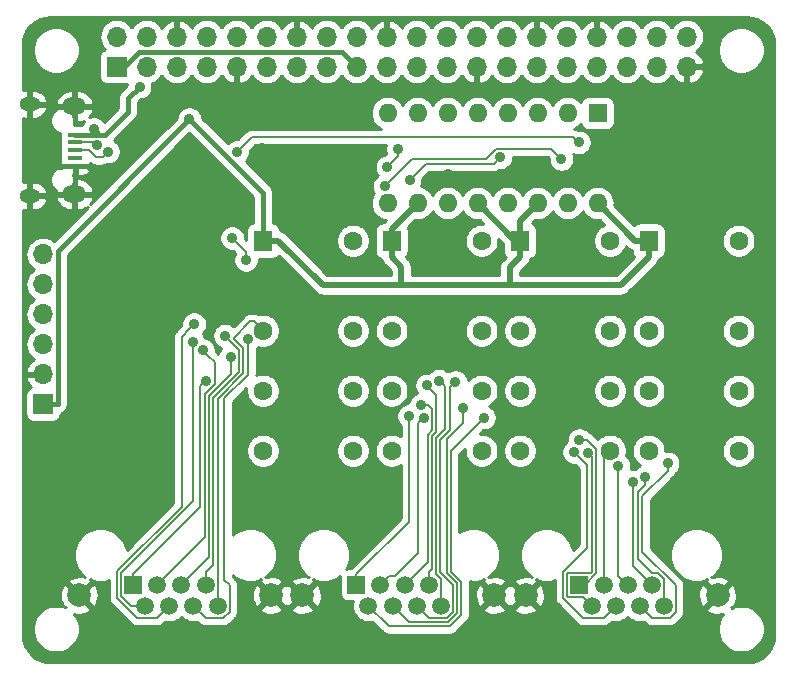
<source format=gtl>
G04 #@! TF.GenerationSoftware,KiCad,Pcbnew,(5.1.4)-1*
G04 #@! TF.CreationDate,2020-08-22T15:05:13-05:00*
G04 #@! TF.ProjectId,NetworkBreaker,4e657477-6f72-46b4-9272-65616b65722e,rev?*
G04 #@! TF.SameCoordinates,Original*
G04 #@! TF.FileFunction,Copper,L1,Top*
G04 #@! TF.FilePolarity,Positive*
%FSLAX46Y46*%
G04 Gerber Fmt 4.6, Leading zero omitted, Abs format (unit mm)*
G04 Created by KiCad (PCBNEW (5.1.4)-1) date 2020-08-22 15:05:13*
%MOMM*%
%LPD*%
G04 APERTURE LIST*
%ADD10O,1.600000X1.600000*%
%ADD11R,1.600000X1.600000*%
%ADD12O,1.700000X1.700000*%
%ADD13R,1.700000X1.700000*%
%ADD14O,1.800000X1.150000*%
%ADD15O,2.000000X1.450000*%
%ADD16R,1.300000X0.450000*%
%ADD17C,2.000000*%
%ADD18C,1.500000*%
%ADD19R,1.500000X1.500000*%
%ADD20C,1.600000*%
%ADD21R,1.600000X1.800000*%
%ADD22C,0.900000*%
%ADD23C,0.400000*%
%ADD24C,0.500000*%
%ADD25C,0.152400*%
%ADD26C,0.200000*%
%ADD27C,0.254000*%
G04 APERTURE END LIST*
D10*
X249339500Y-110439500D03*
X231559500Y-102819500D03*
X246799500Y-110439500D03*
X234099500Y-102819500D03*
X244259500Y-110439500D03*
X236639500Y-102819500D03*
X241719500Y-110439500D03*
X239179500Y-102819500D03*
X239179500Y-110439500D03*
X241719500Y-102819500D03*
X236639500Y-110439500D03*
X244259500Y-102819500D03*
X234099500Y-110439500D03*
X246799500Y-102819500D03*
X231559500Y-110439500D03*
D11*
X249339500Y-102819500D03*
D12*
X202387600Y-114770200D03*
X202387600Y-117310200D03*
X202387600Y-119850200D03*
X202387600Y-122390200D03*
X202387600Y-124930200D03*
D13*
X202387600Y-127470200D03*
D12*
X256896000Y-96342500D03*
X256896000Y-98882500D03*
X254356000Y-96342500D03*
X254356000Y-98882500D03*
X251816000Y-96342500D03*
X251816000Y-98882500D03*
X249276000Y-96342500D03*
X249276000Y-98882500D03*
X246736000Y-96342500D03*
X246736000Y-98882500D03*
X244196000Y-96342500D03*
X244196000Y-98882500D03*
X241656000Y-96342500D03*
X241656000Y-98882500D03*
X239116000Y-96342500D03*
X239116000Y-98882500D03*
X236576000Y-96342500D03*
X236576000Y-98882500D03*
X234036000Y-96342500D03*
X234036000Y-98882500D03*
X231496000Y-96342500D03*
X231496000Y-98882500D03*
X228956000Y-96342500D03*
X228956000Y-98882500D03*
X226416000Y-96342500D03*
X226416000Y-98882500D03*
X223876000Y-96342500D03*
X223876000Y-98882500D03*
X221336000Y-96342500D03*
X221336000Y-98882500D03*
X218796000Y-96342500D03*
X218796000Y-98882500D03*
X216256000Y-96342500D03*
X216256000Y-98882500D03*
X213716000Y-96342500D03*
X213716000Y-98882500D03*
X211176000Y-96342500D03*
X211176000Y-98882500D03*
X208636000Y-96342500D03*
D13*
X208636000Y-98882500D03*
D14*
X201250500Y-109829500D03*
X201250500Y-102079500D03*
D15*
X205050500Y-109679500D03*
X205050500Y-102229500D03*
D16*
X205100500Y-107254500D03*
X205100500Y-106604500D03*
X205100500Y-105954500D03*
X205100500Y-105304500D03*
X205100500Y-104654500D03*
D17*
X243241500Y-143651000D03*
X259501500Y-143651000D03*
D18*
X254951500Y-144541000D03*
X252911500Y-144541000D03*
X250871500Y-144541000D03*
X248831500Y-144541000D03*
X253931500Y-142761000D03*
X251891500Y-142761000D03*
X249851500Y-142761000D03*
D19*
X247811500Y-142761000D03*
D17*
X224350250Y-143651000D03*
X240610250Y-143651000D03*
D18*
X236060250Y-144541000D03*
X234020250Y-144541000D03*
X231980250Y-144541000D03*
X229940250Y-144541000D03*
X235040250Y-142761000D03*
X233000250Y-142761000D03*
X230960250Y-142761000D03*
D19*
X228920250Y-142761000D03*
D17*
X205459000Y-143651000D03*
X221719000Y-143651000D03*
D18*
X217169000Y-144541000D03*
X215129000Y-144541000D03*
X213089000Y-144541000D03*
X211049000Y-144541000D03*
X216149000Y-142761000D03*
X214109000Y-142761000D03*
X212069000Y-142761000D03*
D19*
X210029000Y-142761000D03*
D20*
X253657500Y-126314500D03*
X253657500Y-131394500D03*
X253657500Y-121234500D03*
X261277500Y-113614500D03*
D21*
X253657500Y-113614500D03*
D20*
X261277500Y-131394500D03*
X261277500Y-126314500D03*
X261277500Y-121234500D03*
X242777832Y-126314500D03*
X242777832Y-131394500D03*
X242777832Y-121234500D03*
X250397832Y-113614500D03*
D21*
X242777832Y-113614500D03*
D20*
X250397832Y-131394500D03*
X250397832Y-126314500D03*
X250397832Y-121234500D03*
X231898166Y-126314500D03*
X231898166Y-131394500D03*
X231898166Y-121234500D03*
X239518166Y-113614500D03*
D21*
X231898166Y-113614500D03*
D20*
X239518166Y-131394500D03*
X239518166Y-126314500D03*
X239518166Y-121234500D03*
X221018500Y-126314500D03*
X221018500Y-131394500D03*
X221018500Y-121234500D03*
X228638500Y-113614500D03*
D21*
X221018500Y-113614500D03*
D20*
X228638500Y-131394500D03*
X228638500Y-126314500D03*
X228638500Y-121234500D03*
D22*
X214782800Y-103314800D03*
X238404800Y-118808800D03*
X232207200Y-118707200D03*
X250038000Y-115811600D03*
X239624000Y-115710000D03*
X248260000Y-112560400D03*
X246583600Y-126327200D03*
X245466000Y-130442000D03*
X215646400Y-113678000D03*
X213970000Y-112509600D03*
X216504639Y-111608790D03*
X222352000Y-117488000D03*
X217780000Y-119012000D03*
X259639200Y-105753200D03*
X259639200Y-103721200D03*
X259639200Y-101740000D03*
X259639200Y-107582000D03*
X220929600Y-105753200D03*
X229210000Y-105905600D03*
X236677600Y-107988400D03*
X219753595Y-121943390D03*
X215192701Y-120683321D03*
X215087600Y-122161600D03*
X217799171Y-121654050D03*
X218269946Y-123446610D03*
X215922687Y-122908590D03*
X216156946Y-125508359D03*
X235935587Y-125469007D03*
X237309932Y-125588290D03*
X237907952Y-127816074D03*
X239716356Y-128598190D03*
X234911689Y-125871075D03*
X234380503Y-127522880D03*
X234612311Y-128598190D03*
X233375600Y-128460800D03*
X253351357Y-133650209D03*
X255270400Y-132474000D03*
X247345600Y-131508800D03*
X248498631Y-131634813D03*
X252319111Y-134055091D03*
X251101723Y-132662190D03*
X247802800Y-130492800D03*
X207900644Y-106074127D03*
X206959600Y-105504510D03*
X210566400Y-100571600D03*
X206705600Y-104178400D03*
X247752000Y-105296000D03*
X218787448Y-106117352D03*
X246278800Y-106718400D03*
X231325480Y-109006888D03*
X219568603Y-115262000D03*
X218405677Y-113403773D03*
X233426400Y-108496400D03*
X241097200Y-106566000D03*
X231546800Y-107378800D03*
X232461200Y-105854800D03*
D23*
X208636000Y-98882500D02*
X209258300Y-98882500D01*
X228106001Y-98032501D02*
X228956000Y-98882500D01*
X227705999Y-97632499D02*
X228106001Y-98032501D01*
X210508301Y-97632499D02*
X227705999Y-97632499D01*
X209258300Y-98882500D02*
X210508301Y-97632499D01*
D24*
X253657500Y-115014500D02*
X251285600Y-117386400D01*
X253657500Y-113614500D02*
X253657500Y-115014500D01*
X222318500Y-113614500D02*
X221018500Y-113614500D01*
X226090400Y-117386400D02*
X222318500Y-113614500D01*
X232715200Y-115831534D02*
X232715200Y-117386400D01*
X231898166Y-115014500D02*
X232715200Y-115831534D01*
X231898166Y-113614500D02*
X231898166Y-115014500D01*
X232715200Y-117386400D02*
X226090400Y-117386400D01*
X231898166Y-112640834D02*
X234099500Y-110439500D01*
X231898166Y-113614500D02*
X231898166Y-112640834D01*
X242354500Y-113614500D02*
X239179500Y-110439500D01*
X242777832Y-113614500D02*
X242354500Y-113614500D01*
X242777832Y-111921168D02*
X244259500Y-110439500D01*
X242777832Y-113614500D02*
X242777832Y-111921168D01*
X252514500Y-113614500D02*
X253657500Y-113614500D01*
X249339500Y-110439500D02*
X252514500Y-113614500D01*
X241910000Y-115882332D02*
X241910000Y-117386400D01*
X242777832Y-115014500D02*
X241910000Y-115882332D01*
X242777832Y-113614500D02*
X242777832Y-115014500D01*
X251285600Y-117386400D02*
X241910000Y-117386400D01*
X241910000Y-117386400D02*
X232715200Y-117386400D01*
D23*
X221018500Y-109550500D02*
X214782800Y-103314800D01*
X221018500Y-113614500D02*
X221018500Y-109550500D01*
X203637601Y-114459999D02*
X214782800Y-103314800D01*
X203637601Y-127470199D02*
X203637601Y-114459999D01*
X202387600Y-127470200D02*
X203637601Y-127470199D01*
X205100500Y-107254500D02*
X202461100Y-107254500D01*
X201250500Y-108465100D02*
X201250500Y-109829500D01*
X202461100Y-107254500D02*
X201250500Y-108465100D01*
X206150500Y-107254500D02*
X207264400Y-108368400D01*
X205100500Y-107254500D02*
X206150500Y-107254500D01*
X207264400Y-108368400D02*
X207264400Y-109461600D01*
X207046500Y-109679500D02*
X205050500Y-109679500D01*
X207264400Y-109461600D02*
X207046500Y-109679500D01*
D25*
X217175201Y-127029290D02*
X219348557Y-124855934D01*
X219946806Y-120434501D02*
X220218501Y-120434501D01*
X220218501Y-120434501D02*
X221018500Y-121234500D01*
X217169000Y-143480340D02*
X217175201Y-143474139D01*
X218553097Y-121909592D02*
X218553097Y-121828210D01*
X217175201Y-143474139D02*
X217175201Y-127029290D01*
X219348557Y-122705052D02*
X218553097Y-121909592D01*
X218553097Y-121828210D02*
X219946806Y-120434501D01*
X217169000Y-144541000D02*
X217169000Y-143480340D01*
X219348557Y-124855934D02*
X219348557Y-122705052D01*
X218195201Y-142790039D02*
X217746455Y-142341293D01*
X217661577Y-145567201D02*
X218195201Y-145033577D01*
X219753595Y-122579786D02*
X219753595Y-121943390D01*
X217746456Y-126956419D02*
X219753595Y-124949280D01*
X217746455Y-142341293D02*
X217746456Y-126956419D01*
X218195201Y-145033577D02*
X218195201Y-142790039D01*
X219753595Y-124949280D02*
X219753595Y-122579786D01*
X216155201Y-145567201D02*
X217661577Y-145567201D01*
X215129000Y-144541000D02*
X216155201Y-145567201D01*
X210339655Y-145567201D02*
X208650388Y-143877934D01*
X212062799Y-145567201D02*
X210339655Y-145567201D01*
X213089000Y-144541000D02*
X212062799Y-145567201D01*
X208650388Y-143877934D02*
X208650388Y-141623390D01*
X214742702Y-121133320D02*
X215192701Y-120683321D01*
X214122400Y-136151378D02*
X214122400Y-121753622D01*
X214122400Y-121753622D02*
X214742702Y-121133320D01*
X208650388Y-141623390D02*
X214122400Y-136151378D01*
X215087600Y-122797996D02*
X215087600Y-122161600D01*
X215087600Y-135684562D02*
X215087600Y-122797996D01*
X209002799Y-141769363D02*
X215087600Y-135684562D01*
X209002799Y-143731961D02*
X209002799Y-141769363D01*
X209811838Y-144541000D02*
X209002799Y-143731961D01*
X211049000Y-144541000D02*
X209811838Y-144541000D01*
X216787634Y-126918473D02*
X218996147Y-124709960D01*
X216787634Y-141061706D02*
X216787634Y-126918473D01*
X216149000Y-141700340D02*
X216787634Y-141061706D01*
X216149000Y-142761000D02*
X216149000Y-141700340D01*
X218996147Y-124709960D02*
X218996147Y-122851026D01*
X218996147Y-122851026D02*
X218249170Y-122104049D01*
X218249170Y-122104049D02*
X217799171Y-121654050D01*
X214109000Y-142761000D02*
X216435223Y-140434777D01*
X218269946Y-124083006D02*
X218269946Y-123446610D01*
X216435223Y-126772500D02*
X218269946Y-124937777D01*
X218269946Y-124937777D02*
X218269946Y-124083006D01*
X216435223Y-140434777D02*
X216435223Y-126772500D01*
X216082812Y-126626527D02*
X216944516Y-125764823D01*
X216082812Y-138747188D02*
X216082812Y-126626527D01*
X212069000Y-142761000D02*
X216082812Y-138747188D01*
X216944516Y-125764823D02*
X216944516Y-123930419D01*
X216944516Y-123930419D02*
X216372686Y-123358589D01*
X216372686Y-123358589D02*
X215922687Y-122908590D01*
X215712210Y-136175390D02*
X215712210Y-125953095D01*
X215712210Y-125953095D02*
X216156946Y-125508359D01*
X210029000Y-141858600D02*
X215712210Y-136175390D01*
X210029000Y-142761000D02*
X210029000Y-141858600D01*
X236066451Y-143474139D02*
X236066451Y-142268423D01*
X236385586Y-125919006D02*
X235935587Y-125469007D01*
X236385586Y-129605162D02*
X236385586Y-125919006D01*
X235652033Y-130338715D02*
X236385586Y-129605162D01*
X235652033Y-141854005D02*
X235652033Y-130338715D01*
X236066451Y-142268423D02*
X235652033Y-141854005D01*
X236060250Y-143480340D02*
X236066451Y-143474139D01*
X236060250Y-144541000D02*
X236060250Y-143480340D01*
X235046451Y-145567201D02*
X236552827Y-145567201D01*
X236552827Y-145567201D02*
X237086451Y-145033577D01*
X237086451Y-142790039D02*
X236004444Y-141708032D01*
X236004444Y-141708032D02*
X236004444Y-130484686D01*
X236004444Y-130484686D02*
X236859933Y-129629197D01*
X236859933Y-126038289D02*
X237309932Y-125588290D01*
X237086451Y-145033577D02*
X237086451Y-142790039D01*
X236859933Y-129629197D02*
X236859933Y-126038289D01*
X234020250Y-144541000D02*
X235046451Y-145567201D01*
X233358861Y-145919611D02*
X236698801Y-145919611D01*
X236698801Y-145919611D02*
X237438862Y-145179550D01*
X237907952Y-129079559D02*
X237907952Y-128452470D01*
X237907952Y-128452470D02*
X237907952Y-127816074D01*
X236576638Y-130410873D02*
X237907952Y-129079559D01*
X236576638Y-141781842D02*
X236576638Y-130410873D01*
X231980250Y-144541000D02*
X233358861Y-145919611D01*
X237438861Y-142644065D02*
X236576638Y-141781842D01*
X237438862Y-145179550D02*
X237438861Y-142644065D01*
X231671274Y-146272023D02*
X236844774Y-146272021D01*
X236844774Y-146272021D02*
X237791272Y-145325523D01*
X237791272Y-145325523D02*
X237791270Y-142498092D01*
X237791270Y-142498092D02*
X236929049Y-141635871D01*
X236929049Y-131385497D02*
X239266357Y-129048189D01*
X239266357Y-129048189D02*
X239716356Y-128598190D01*
X229940250Y-144541000D02*
X231671274Y-146272023D01*
X236929049Y-141635871D02*
X236929049Y-131385497D01*
X235299622Y-141440968D02*
X235299622Y-130192742D01*
X235299622Y-130192742D02*
X235690923Y-129801439D01*
X235040250Y-142761000D02*
X235040250Y-141700340D01*
X235361688Y-126321074D02*
X234911689Y-125871075D01*
X235690923Y-129801439D02*
X235690923Y-126650309D01*
X235040250Y-141700340D02*
X235299622Y-141440968D01*
X235690923Y-126650309D02*
X235361688Y-126321074D01*
X235016899Y-127522880D02*
X234380503Y-127522880D01*
X233000250Y-142761000D02*
X234947211Y-140814039D01*
X234947211Y-140814039D02*
X234947211Y-130046769D01*
X235338512Y-129655466D02*
X235338512Y-127844493D01*
X234947211Y-130046769D02*
X235338512Y-129655466D01*
X235338512Y-127844493D02*
X235016899Y-127522880D01*
X230960250Y-142761000D02*
X231710249Y-142011001D01*
X234162312Y-129048189D02*
X234612311Y-128598190D01*
X234162312Y-140069288D02*
X234162312Y-129048189D01*
X231710249Y-142011001D02*
X232220599Y-142011001D01*
X232220599Y-142011001D02*
X234162312Y-140069288D01*
X233375600Y-137403250D02*
X233375600Y-128460800D01*
X228920250Y-142761000D02*
X228920250Y-141858600D01*
X228920250Y-141858600D02*
X233375600Y-137403250D01*
X254951500Y-144541000D02*
X254951500Y-143259778D01*
X254957701Y-143253577D02*
X254957701Y-142268423D01*
X252778010Y-140587116D02*
X252778010Y-134859952D01*
X252778010Y-134859952D02*
X253351357Y-134286605D01*
X254424077Y-141734799D02*
X253925693Y-141734799D01*
X254957701Y-142268423D02*
X254424077Y-141734799D01*
X253925693Y-141734799D02*
X252778010Y-140587116D01*
X253351357Y-134286605D02*
X253351357Y-133650209D01*
X254951500Y-143259778D02*
X254957701Y-143253577D01*
X255270400Y-133110396D02*
X255270400Y-132474000D01*
X252911500Y-144541000D02*
X253937701Y-145567201D01*
X253130421Y-135250375D02*
X255270400Y-133110396D01*
X253130421Y-139942759D02*
X253130421Y-135250375D01*
X255977701Y-142790039D02*
X253130421Y-139942759D01*
X253937701Y-145567201D02*
X255444077Y-145567201D01*
X255977701Y-145033577D02*
X255977701Y-142790039D01*
X255444077Y-145567201D02*
X255977701Y-145033577D01*
X248479091Y-139597879D02*
X248479091Y-132642291D01*
X246432889Y-141644065D02*
X248479091Y-139597879D01*
X246432888Y-143877934D02*
X246432889Y-141644065D01*
X248122155Y-145567201D02*
X246432888Y-143877934D01*
X249845299Y-145567201D02*
X248122155Y-145567201D01*
X250871500Y-144541000D02*
X249845299Y-145567201D01*
X248479091Y-132642291D02*
X247345600Y-131508800D01*
X248831500Y-131967682D02*
X248498631Y-131634813D01*
X246840539Y-141734799D02*
X248782462Y-141734800D01*
X246840539Y-143787201D02*
X246785299Y-143731961D01*
X248831501Y-141685761D02*
X248831500Y-131967682D01*
X248782462Y-141734800D02*
X248831501Y-141685761D01*
X246785299Y-141790039D02*
X246840539Y-141734799D01*
X246785299Y-143731961D02*
X246785299Y-141790039D01*
X248077701Y-143787201D02*
X246840539Y-143787201D01*
X248831500Y-144541000D02*
X248077701Y-143787201D01*
X252319111Y-134691487D02*
X252319111Y-134055091D01*
X252319111Y-141148611D02*
X252319111Y-134691487D01*
X253931500Y-142761000D02*
X252319111Y-141148611D01*
X251891500Y-142761000D02*
X251101723Y-141971223D01*
X251101723Y-141971223D02*
X251101723Y-133298586D01*
X251101723Y-133298586D02*
X251101723Y-132662190D01*
X249851500Y-131940832D02*
X250397832Y-131394500D01*
X249851500Y-142761000D02*
X249851500Y-131940832D01*
X247811500Y-142761000D02*
X248254644Y-142761000D01*
X248254644Y-142761000D02*
X249224832Y-141790812D01*
X249224832Y-141790812D02*
X249224832Y-131278436D01*
X248439196Y-130492800D02*
X247802800Y-130492800D01*
X249224832Y-131278436D02*
X248439196Y-130492800D01*
D26*
X205100500Y-105954500D02*
X206299586Y-105954500D01*
X206869212Y-106524126D02*
X207450645Y-106524126D01*
X206299586Y-105954500D02*
X206869212Y-106524126D01*
X207450645Y-106524126D02*
X207900644Y-106074127D01*
X206759590Y-105304500D02*
X206959600Y-105504510D01*
X205100500Y-105304500D02*
X206759590Y-105304500D01*
D23*
X207644955Y-104654500D02*
X209575525Y-102723930D01*
X209575525Y-102723930D02*
X209575525Y-101562475D01*
X209575525Y-101562475D02*
X210566400Y-100571600D01*
X206927700Y-104400500D02*
X206705600Y-104178400D01*
X206927700Y-104654500D02*
X206927700Y-104400500D01*
X205100500Y-104654500D02*
X206927700Y-104654500D01*
X206927700Y-104654500D02*
X207644955Y-104654500D01*
D25*
X220058799Y-104846001D02*
X219237447Y-105667353D01*
X219237447Y-105667353D02*
X218787448Y-106117352D01*
X247302001Y-104846001D02*
X220058799Y-104846001D01*
X247752000Y-105296000D02*
X247302001Y-104846001D01*
X239870020Y-106718400D02*
X233613968Y-106718400D01*
X231775479Y-108556889D02*
X231325480Y-109006888D01*
X240748622Y-105839798D02*
X239870020Y-106718400D01*
X233613968Y-106718400D02*
X231775479Y-108556889D01*
X246278800Y-106718400D02*
X245400198Y-105839798D01*
X245400198Y-105839798D02*
X240748622Y-105839798D01*
X219568603Y-114566699D02*
X218855676Y-113853772D01*
X218855676Y-113853772D02*
X218405677Y-113403773D01*
X219568603Y-115262000D02*
X219568603Y-114566699D01*
X233426400Y-108496400D02*
X234798000Y-107124800D01*
X240538400Y-107124800D02*
X241097200Y-106566000D01*
X234798000Y-107124800D02*
X240538400Y-107124800D01*
X231546800Y-107378800D02*
X232461200Y-106464400D01*
X232461200Y-106464400D02*
X232461200Y-105854800D01*
D27*
G36*
X262449016Y-94732312D02*
G01*
X262880930Y-94862714D01*
X263279285Y-95074524D01*
X263628914Y-95359675D01*
X263916497Y-95707303D01*
X264131086Y-96104177D01*
X264264498Y-96535161D01*
X264315001Y-97015663D01*
X264315000Y-146966495D01*
X264267688Y-147449016D01*
X264137287Y-147880927D01*
X263925480Y-148279280D01*
X263640325Y-148628914D01*
X263292697Y-148916497D01*
X262895825Y-149131085D01*
X262464834Y-149264500D01*
X261984346Y-149315000D01*
X203033504Y-149315000D01*
X202550984Y-149267688D01*
X202119073Y-149137287D01*
X201720720Y-148925480D01*
X201371086Y-148640325D01*
X201083503Y-148292697D01*
X200868915Y-147895825D01*
X200735500Y-147464834D01*
X200685000Y-146984346D01*
X200685000Y-146304495D01*
X201515000Y-146304495D01*
X201515000Y-146695505D01*
X201591282Y-147079003D01*
X201740915Y-147440250D01*
X201958149Y-147765364D01*
X202234636Y-148041851D01*
X202559750Y-148259085D01*
X202920997Y-148408718D01*
X203304495Y-148485000D01*
X203695505Y-148485000D01*
X204079003Y-148408718D01*
X204440250Y-148259085D01*
X204765364Y-148041851D01*
X205041851Y-147765364D01*
X205259085Y-147440250D01*
X205408718Y-147079003D01*
X205485000Y-146695505D01*
X205485000Y-146304495D01*
X205408718Y-145920997D01*
X205259085Y-145559750D01*
X205041851Y-145234636D01*
X205038131Y-145230916D01*
X205200108Y-145273384D01*
X205521595Y-145292718D01*
X205840675Y-145248961D01*
X206145088Y-145143795D01*
X206319044Y-145050814D01*
X206414808Y-144786413D01*
X205459000Y-143830605D01*
X205444858Y-143844748D01*
X205265253Y-143665143D01*
X205279395Y-143651000D01*
X205638605Y-143651000D01*
X206594413Y-144606808D01*
X206858814Y-144511044D01*
X206999704Y-144221429D01*
X207081384Y-143909892D01*
X207100718Y-143588405D01*
X207056961Y-143269325D01*
X206951795Y-142964912D01*
X206858814Y-142790956D01*
X206594413Y-142695192D01*
X205638605Y-143651000D01*
X205279395Y-143651000D01*
X204323587Y-142695192D01*
X204059186Y-142790956D01*
X203918296Y-143080571D01*
X203836616Y-143392108D01*
X203817282Y-143713595D01*
X203861039Y-144032675D01*
X203966205Y-144337088D01*
X204059186Y-144511044D01*
X204323585Y-144606807D01*
X204262927Y-144667465D01*
X204079003Y-144591282D01*
X203695505Y-144515000D01*
X203304495Y-144515000D01*
X202920997Y-144591282D01*
X202559750Y-144740915D01*
X202234636Y-144958149D01*
X201958149Y-145234636D01*
X201740915Y-145559750D01*
X201591282Y-145920997D01*
X201515000Y-146304495D01*
X200685000Y-146304495D01*
X200685000Y-142515587D01*
X204503192Y-142515587D01*
X205459000Y-143471395D01*
X206414808Y-142515587D01*
X206333942Y-142292319D01*
X206579782Y-142394149D01*
X207016409Y-142481000D01*
X207461591Y-142481000D01*
X207898218Y-142394149D01*
X207939189Y-142377178D01*
X207939188Y-143843008D01*
X207935748Y-143877934D01*
X207939188Y-143912860D01*
X207939188Y-143912869D01*
X207949479Y-144017353D01*
X207990146Y-144151414D01*
X208056186Y-144274966D01*
X208145061Y-144383260D01*
X208172198Y-144405531D01*
X209812062Y-146045397D01*
X209834328Y-146072528D01*
X209861459Y-146094794D01*
X209861463Y-146094798D01*
X209907528Y-146132602D01*
X209942622Y-146161403D01*
X210066174Y-146227443D01*
X210200235Y-146268110D01*
X210304719Y-146278401D01*
X210304728Y-146278401D01*
X210339654Y-146281841D01*
X210374580Y-146278401D01*
X212027873Y-146278401D01*
X212062799Y-146281841D01*
X212097725Y-146278401D01*
X212097735Y-146278401D01*
X212202219Y-146268110D01*
X212336280Y-146227443D01*
X212459832Y-146161403D01*
X212568126Y-146072528D01*
X212590400Y-146045387D01*
X212750071Y-145885716D01*
X212952589Y-145926000D01*
X213225411Y-145926000D01*
X213492989Y-145872775D01*
X213745043Y-145768371D01*
X213971886Y-145616799D01*
X214109000Y-145479685D01*
X214246114Y-145616799D01*
X214472957Y-145768371D01*
X214725011Y-145872775D01*
X214992589Y-145926000D01*
X215265411Y-145926000D01*
X215467928Y-145885717D01*
X215627608Y-146045397D01*
X215649874Y-146072528D01*
X215677005Y-146094794D01*
X215677009Y-146094798D01*
X215723074Y-146132602D01*
X215758168Y-146161403D01*
X215881720Y-146227443D01*
X216015781Y-146268110D01*
X216120265Y-146278401D01*
X216120274Y-146278401D01*
X216155200Y-146281841D01*
X216190126Y-146278401D01*
X217626651Y-146278401D01*
X217661577Y-146281841D01*
X217696503Y-146278401D01*
X217696513Y-146278401D01*
X217800997Y-146268110D01*
X217935058Y-146227443D01*
X218058610Y-146161403D01*
X218166904Y-146072528D01*
X218189178Y-146045387D01*
X218673401Y-145561166D01*
X218700527Y-145538904D01*
X218722789Y-145511778D01*
X218722798Y-145511769D01*
X218789403Y-145430610D01*
X218798129Y-145414284D01*
X218855443Y-145307058D01*
X218896110Y-145172997D01*
X218906401Y-145068513D01*
X218906401Y-145068504D01*
X218909841Y-145033578D01*
X218906401Y-144998652D01*
X218906401Y-144786413D01*
X220763192Y-144786413D01*
X220858956Y-145050814D01*
X221148571Y-145191704D01*
X221460108Y-145273384D01*
X221781595Y-145292718D01*
X222100675Y-145248961D01*
X222405088Y-145143795D01*
X222579044Y-145050814D01*
X222674808Y-144786413D01*
X223394442Y-144786413D01*
X223490206Y-145050814D01*
X223779821Y-145191704D01*
X224091358Y-145273384D01*
X224412845Y-145292718D01*
X224731925Y-145248961D01*
X225036338Y-145143795D01*
X225210294Y-145050814D01*
X225306058Y-144786413D01*
X224350250Y-143830605D01*
X223394442Y-144786413D01*
X222674808Y-144786413D01*
X221719000Y-143830605D01*
X220763192Y-144786413D01*
X218906401Y-144786413D01*
X218906401Y-143713595D01*
X220077282Y-143713595D01*
X220121039Y-144032675D01*
X220226205Y-144337088D01*
X220319186Y-144511044D01*
X220583587Y-144606808D01*
X221539395Y-143651000D01*
X221898605Y-143651000D01*
X222854413Y-144606808D01*
X223034625Y-144541537D01*
X223214837Y-144606808D01*
X224170645Y-143651000D01*
X224529855Y-143651000D01*
X225485663Y-144606808D01*
X225750064Y-144511044D01*
X225890954Y-144221429D01*
X225972634Y-143909892D01*
X225991968Y-143588405D01*
X225948211Y-143269325D01*
X225843045Y-142964912D01*
X225750064Y-142790956D01*
X225485663Y-142695192D01*
X224529855Y-143651000D01*
X224170645Y-143651000D01*
X223214837Y-142695192D01*
X223034625Y-142760463D01*
X222854413Y-142695192D01*
X221898605Y-143651000D01*
X221539395Y-143651000D01*
X220583587Y-142695192D01*
X220319186Y-142790956D01*
X220178296Y-143080571D01*
X220096616Y-143392108D01*
X220077282Y-143713595D01*
X218906401Y-143713595D01*
X218906401Y-142824967D01*
X218909841Y-142790039D01*
X218906401Y-142755110D01*
X218906401Y-142755103D01*
X218896110Y-142650619D01*
X218885236Y-142614773D01*
X218855443Y-142516557D01*
X218789403Y-142393006D01*
X218722799Y-142311849D01*
X218722798Y-142311848D01*
X218700528Y-142284712D01*
X218673391Y-142262441D01*
X218457654Y-142046705D01*
X218457654Y-141935776D01*
X218498334Y-141976456D01*
X218868489Y-142223786D01*
X219279782Y-142394149D01*
X219716409Y-142481000D01*
X220161591Y-142481000D01*
X220598218Y-142394149D01*
X220844058Y-142292319D01*
X220763192Y-142515587D01*
X221719000Y-143471395D01*
X222674808Y-142515587D01*
X223394442Y-142515587D01*
X224350250Y-143471395D01*
X225306058Y-142515587D01*
X225225192Y-142292319D01*
X225471032Y-142394149D01*
X225907659Y-142481000D01*
X226352841Y-142481000D01*
X226789468Y-142394149D01*
X227200761Y-142223786D01*
X227533091Y-142001730D01*
X227532178Y-142011000D01*
X227532178Y-143511000D01*
X227544438Y-143635482D01*
X227580748Y-143755180D01*
X227639713Y-143865494D01*
X227719065Y-143962185D01*
X227815756Y-144041537D01*
X227926070Y-144100502D01*
X228045768Y-144136812D01*
X228170250Y-144149072D01*
X228606076Y-144149072D01*
X228555250Y-144404589D01*
X228555250Y-144677411D01*
X228608475Y-144944989D01*
X228712879Y-145197043D01*
X228864451Y-145423886D01*
X229057364Y-145616799D01*
X229284207Y-145768371D01*
X229536261Y-145872775D01*
X229803839Y-145926000D01*
X230076661Y-145926000D01*
X230279178Y-145885716D01*
X231143687Y-146750225D01*
X231165948Y-146777350D01*
X231193073Y-146799611D01*
X231193083Y-146799621D01*
X231274241Y-146866225D01*
X231397792Y-146932265D01*
X231531854Y-146972932D01*
X231546001Y-146974325D01*
X231636339Y-146983223D01*
X231636345Y-146983223D01*
X231671274Y-146986663D01*
X231706203Y-146983223D01*
X236809838Y-146983220D01*
X236844774Y-146986661D01*
X236910940Y-146980144D01*
X236984194Y-146972929D01*
X237118255Y-146932262D01*
X237175889Y-146901456D01*
X237241806Y-146866223D01*
X237322964Y-146799618D01*
X237322965Y-146799617D01*
X237350101Y-146777347D01*
X237372371Y-146750211D01*
X238269473Y-145853111D01*
X238296599Y-145830849D01*
X238318860Y-145803724D01*
X238318869Y-145803715D01*
X238385474Y-145722556D01*
X238451513Y-145599005D01*
X238458315Y-145576582D01*
X238492181Y-145464942D01*
X238502472Y-145360458D01*
X238502472Y-145360450D01*
X238505912Y-145325524D01*
X238502472Y-145290597D01*
X238502472Y-144786413D01*
X239654442Y-144786413D01*
X239750206Y-145050814D01*
X240039821Y-145191704D01*
X240351358Y-145273384D01*
X240672845Y-145292718D01*
X240991925Y-145248961D01*
X241296338Y-145143795D01*
X241470294Y-145050814D01*
X241566058Y-144786413D01*
X242285692Y-144786413D01*
X242381456Y-145050814D01*
X242671071Y-145191704D01*
X242982608Y-145273384D01*
X243304095Y-145292718D01*
X243623175Y-145248961D01*
X243927588Y-145143795D01*
X244101544Y-145050814D01*
X244197308Y-144786413D01*
X243241500Y-143830605D01*
X242285692Y-144786413D01*
X241566058Y-144786413D01*
X240610250Y-143830605D01*
X239654442Y-144786413D01*
X238502472Y-144786413D01*
X238502471Y-143713595D01*
X238968532Y-143713595D01*
X239012289Y-144032675D01*
X239117455Y-144337088D01*
X239210436Y-144511044D01*
X239474837Y-144606808D01*
X240430645Y-143651000D01*
X240789855Y-143651000D01*
X241745663Y-144606808D01*
X241925875Y-144541537D01*
X242106087Y-144606808D01*
X243061895Y-143651000D01*
X243421105Y-143651000D01*
X244376913Y-144606808D01*
X244641314Y-144511044D01*
X244782204Y-144221429D01*
X244863884Y-143909892D01*
X244883218Y-143588405D01*
X244839461Y-143269325D01*
X244734295Y-142964912D01*
X244641314Y-142790956D01*
X244376913Y-142695192D01*
X243421105Y-143651000D01*
X243061895Y-143651000D01*
X242106087Y-142695192D01*
X241925875Y-142760463D01*
X241745663Y-142695192D01*
X240789855Y-143651000D01*
X240430645Y-143651000D01*
X239474837Y-142695192D01*
X239210436Y-142790956D01*
X239069546Y-143080571D01*
X238987866Y-143392108D01*
X238968532Y-143713595D01*
X238502471Y-143713595D01*
X238502469Y-142533030D01*
X238505910Y-142498092D01*
X238502160Y-142460015D01*
X238607659Y-142481000D01*
X239052841Y-142481000D01*
X239489468Y-142394149D01*
X239735308Y-142292319D01*
X239654442Y-142515587D01*
X240610250Y-143471395D01*
X241566058Y-142515587D01*
X242285692Y-142515587D01*
X243241500Y-143471395D01*
X244197308Y-142515587D01*
X244116442Y-142292319D01*
X244362282Y-142394149D01*
X244798909Y-142481000D01*
X245244091Y-142481000D01*
X245680718Y-142394149D01*
X245721689Y-142377178D01*
X245721688Y-143843008D01*
X245718248Y-143877934D01*
X245721688Y-143912860D01*
X245721688Y-143912869D01*
X245731979Y-144017353D01*
X245772646Y-144151414D01*
X245838686Y-144274966D01*
X245927561Y-144383260D01*
X245954697Y-144405530D01*
X247594562Y-146045397D01*
X247616828Y-146072528D01*
X247643959Y-146094794D01*
X247643963Y-146094798D01*
X247690028Y-146132602D01*
X247725122Y-146161403D01*
X247848674Y-146227443D01*
X247982735Y-146268110D01*
X248087219Y-146278401D01*
X248087228Y-146278401D01*
X248122154Y-146281841D01*
X248157080Y-146278401D01*
X249810373Y-146278401D01*
X249845299Y-146281841D01*
X249880225Y-146278401D01*
X249880235Y-146278401D01*
X249984719Y-146268110D01*
X250118780Y-146227443D01*
X250242332Y-146161403D01*
X250350626Y-146072528D01*
X250372900Y-146045387D01*
X250532571Y-145885716D01*
X250735089Y-145926000D01*
X251007911Y-145926000D01*
X251275489Y-145872775D01*
X251527543Y-145768371D01*
X251754386Y-145616799D01*
X251891500Y-145479685D01*
X252028614Y-145616799D01*
X252255457Y-145768371D01*
X252507511Y-145872775D01*
X252775089Y-145926000D01*
X253047911Y-145926000D01*
X253250428Y-145885717D01*
X253410108Y-146045397D01*
X253432374Y-146072528D01*
X253459505Y-146094794D01*
X253459509Y-146094798D01*
X253505574Y-146132602D01*
X253540668Y-146161403D01*
X253664220Y-146227443D01*
X253798281Y-146268110D01*
X253902765Y-146278401D01*
X253902774Y-146278401D01*
X253937700Y-146281841D01*
X253972626Y-146278401D01*
X255409151Y-146278401D01*
X255444077Y-146281841D01*
X255479003Y-146278401D01*
X255479013Y-146278401D01*
X255583497Y-146268110D01*
X255717558Y-146227443D01*
X255841110Y-146161403D01*
X255949404Y-146072528D01*
X255971678Y-146045387D01*
X256455901Y-145561166D01*
X256483027Y-145538904D01*
X256505289Y-145511778D01*
X256505298Y-145511769D01*
X256571903Y-145430610D01*
X256580629Y-145414284D01*
X256637943Y-145307058D01*
X256678610Y-145172997D01*
X256688901Y-145068513D01*
X256688901Y-145068504D01*
X256692341Y-145033578D01*
X256688901Y-144998652D01*
X256688901Y-144786413D01*
X258545692Y-144786413D01*
X258641456Y-145050814D01*
X258931071Y-145191704D01*
X259242608Y-145273384D01*
X259564095Y-145292718D01*
X259883175Y-145248961D01*
X259975836Y-145216949D01*
X259958149Y-145234636D01*
X259740915Y-145559750D01*
X259591282Y-145920997D01*
X259515000Y-146304495D01*
X259515000Y-146695505D01*
X259591282Y-147079003D01*
X259740915Y-147440250D01*
X259958149Y-147765364D01*
X260234636Y-148041851D01*
X260559750Y-148259085D01*
X260920997Y-148408718D01*
X261304495Y-148485000D01*
X261695505Y-148485000D01*
X262079003Y-148408718D01*
X262440250Y-148259085D01*
X262765364Y-148041851D01*
X263041851Y-147765364D01*
X263259085Y-147440250D01*
X263408718Y-147079003D01*
X263485000Y-146695505D01*
X263485000Y-146304495D01*
X263408718Y-145920997D01*
X263259085Y-145559750D01*
X263041851Y-145234636D01*
X262765364Y-144958149D01*
X262440250Y-144740915D01*
X262079003Y-144591282D01*
X261695505Y-144515000D01*
X261304495Y-144515000D01*
X260920997Y-144591282D01*
X260709143Y-144679035D01*
X260636915Y-144606807D01*
X260901314Y-144511044D01*
X261042204Y-144221429D01*
X261123884Y-143909892D01*
X261143218Y-143588405D01*
X261099461Y-143269325D01*
X260994295Y-142964912D01*
X260901314Y-142790956D01*
X260636913Y-142695192D01*
X259681105Y-143651000D01*
X259695248Y-143665143D01*
X259515643Y-143844748D01*
X259501500Y-143830605D01*
X258545692Y-144786413D01*
X256688901Y-144786413D01*
X256688901Y-143713595D01*
X257859782Y-143713595D01*
X257903539Y-144032675D01*
X258008705Y-144337088D01*
X258101686Y-144511044D01*
X258366087Y-144606808D01*
X259321895Y-143651000D01*
X258366087Y-142695192D01*
X258101686Y-142790956D01*
X257960796Y-143080571D01*
X257879116Y-143392108D01*
X257859782Y-143713595D01*
X256688901Y-143713595D01*
X256688901Y-142824965D01*
X256692341Y-142790039D01*
X256688901Y-142755113D01*
X256688901Y-142755103D01*
X256678610Y-142650619D01*
X256637943Y-142516558D01*
X256571903Y-142393006D01*
X256483028Y-142284712D01*
X256455892Y-142262442D01*
X254191859Y-139998409D01*
X255461500Y-139998409D01*
X255461500Y-140443591D01*
X255548351Y-140880218D01*
X255718714Y-141291511D01*
X255966044Y-141661666D01*
X256280834Y-141976456D01*
X256650989Y-142223786D01*
X257062282Y-142394149D01*
X257498909Y-142481000D01*
X257944091Y-142481000D01*
X258380718Y-142394149D01*
X258626558Y-142292319D01*
X258545692Y-142515587D01*
X259501500Y-143471395D01*
X260457308Y-142515587D01*
X260361544Y-142251186D01*
X260071929Y-142110296D01*
X259760392Y-142028616D01*
X259438905Y-142009282D01*
X259119825Y-142053039D01*
X258970180Y-142104737D01*
X259162166Y-141976456D01*
X259476956Y-141661666D01*
X259724286Y-141291511D01*
X259894649Y-140880218D01*
X259981500Y-140443591D01*
X259981500Y-139998409D01*
X259894649Y-139561782D01*
X259724286Y-139150489D01*
X259476956Y-138780334D01*
X259162166Y-138465544D01*
X258792011Y-138218214D01*
X258380718Y-138047851D01*
X257944091Y-137961000D01*
X257498909Y-137961000D01*
X257062282Y-138047851D01*
X256650989Y-138218214D01*
X256280834Y-138465544D01*
X255966044Y-138780334D01*
X255718714Y-139150489D01*
X255548351Y-139561782D01*
X255461500Y-139998409D01*
X254191859Y-139998409D01*
X253841621Y-139648172D01*
X253841621Y-135544962D01*
X255748601Y-133637984D01*
X255775726Y-133615723D01*
X255797988Y-133588597D01*
X255797997Y-133588588D01*
X255864602Y-133507429D01*
X255930641Y-133383878D01*
X255930642Y-133383877D01*
X255948188Y-133326035D01*
X255962047Y-133316775D01*
X256113175Y-133165647D01*
X256231915Y-132987940D01*
X256313704Y-132790483D01*
X256355400Y-132580863D01*
X256355400Y-132367137D01*
X256313704Y-132157517D01*
X256231915Y-131960060D01*
X256113175Y-131782353D01*
X255962047Y-131631225D01*
X255784340Y-131512485D01*
X255586883Y-131430696D01*
X255377263Y-131389000D01*
X255163537Y-131389000D01*
X255092500Y-131403130D01*
X255092500Y-131253165D01*
X259842500Y-131253165D01*
X259842500Y-131535835D01*
X259897647Y-131813074D01*
X260005820Y-132074227D01*
X260162863Y-132309259D01*
X260362741Y-132509137D01*
X260597773Y-132666180D01*
X260858926Y-132774353D01*
X261136165Y-132829500D01*
X261418835Y-132829500D01*
X261696074Y-132774353D01*
X261957227Y-132666180D01*
X262192259Y-132509137D01*
X262392137Y-132309259D01*
X262549180Y-132074227D01*
X262657353Y-131813074D01*
X262712500Y-131535835D01*
X262712500Y-131253165D01*
X262657353Y-130975926D01*
X262549180Y-130714773D01*
X262392137Y-130479741D01*
X262192259Y-130279863D01*
X261957227Y-130122820D01*
X261696074Y-130014647D01*
X261418835Y-129959500D01*
X261136165Y-129959500D01*
X260858926Y-130014647D01*
X260597773Y-130122820D01*
X260362741Y-130279863D01*
X260162863Y-130479741D01*
X260005820Y-130714773D01*
X259897647Y-130975926D01*
X259842500Y-131253165D01*
X255092500Y-131253165D01*
X255037353Y-130975926D01*
X254929180Y-130714773D01*
X254772137Y-130479741D01*
X254572259Y-130279863D01*
X254337227Y-130122820D01*
X254076074Y-130014647D01*
X253798835Y-129959500D01*
X253516165Y-129959500D01*
X253238926Y-130014647D01*
X252977773Y-130122820D01*
X252742741Y-130279863D01*
X252542863Y-130479741D01*
X252385820Y-130714773D01*
X252277647Y-130975926D01*
X252222500Y-131253165D01*
X252222500Y-131535835D01*
X252277647Y-131813074D01*
X252385820Y-132074227D01*
X252542863Y-132309259D01*
X252742741Y-132509137D01*
X252944861Y-132644189D01*
X252837417Y-132688694D01*
X252659710Y-132807434D01*
X252508582Y-132958562D01*
X252492091Y-132983242D01*
X252425974Y-132970091D01*
X252212248Y-132970091D01*
X252142865Y-132983892D01*
X252145027Y-132978673D01*
X252186723Y-132769053D01*
X252186723Y-132555327D01*
X252145027Y-132345707D01*
X252063238Y-132148250D01*
X251944498Y-131970543D01*
X251793370Y-131819415D01*
X251778412Y-131809420D01*
X251832832Y-131535835D01*
X251832832Y-131253165D01*
X251777685Y-130975926D01*
X251669512Y-130714773D01*
X251512469Y-130479741D01*
X251312591Y-130279863D01*
X251077559Y-130122820D01*
X250816406Y-130014647D01*
X250539167Y-129959500D01*
X250256497Y-129959500D01*
X249979258Y-130014647D01*
X249718105Y-130122820D01*
X249483073Y-130279863D01*
X249357560Y-130405376D01*
X248966798Y-130014614D01*
X248944523Y-129987473D01*
X248836229Y-129898598D01*
X248712677Y-129832558D01*
X248654835Y-129815012D01*
X248645575Y-129801153D01*
X248494447Y-129650025D01*
X248316740Y-129531285D01*
X248119283Y-129449496D01*
X247909663Y-129407800D01*
X247695937Y-129407800D01*
X247486317Y-129449496D01*
X247288860Y-129531285D01*
X247111153Y-129650025D01*
X246960025Y-129801153D01*
X246841285Y-129978860D01*
X246759496Y-130176317D01*
X246717800Y-130385937D01*
X246717800Y-130599663D01*
X246721961Y-130620583D01*
X246653953Y-130666025D01*
X246502825Y-130817153D01*
X246384085Y-130994860D01*
X246302296Y-131192317D01*
X246260600Y-131401937D01*
X246260600Y-131615663D01*
X246302296Y-131825283D01*
X246384085Y-132022740D01*
X246502825Y-132200447D01*
X246653953Y-132351575D01*
X246831660Y-132470315D01*
X247029117Y-132552104D01*
X247238737Y-132593800D01*
X247424812Y-132593800D01*
X247767892Y-132936881D01*
X247767891Y-139303288D01*
X247246869Y-139824307D01*
X247194649Y-139561782D01*
X247024286Y-139150489D01*
X246776956Y-138780334D01*
X246462166Y-138465544D01*
X246092011Y-138218214D01*
X245680718Y-138047851D01*
X245244091Y-137961000D01*
X244798909Y-137961000D01*
X244362282Y-138047851D01*
X243950989Y-138218214D01*
X243580834Y-138465544D01*
X243266044Y-138780334D01*
X243018714Y-139150489D01*
X242848351Y-139561782D01*
X242761500Y-139998409D01*
X242761500Y-140443591D01*
X242848351Y-140880218D01*
X243018714Y-141291511D01*
X243266044Y-141661666D01*
X243580834Y-141976456D01*
X243761256Y-142097010D01*
X243500392Y-142028616D01*
X243178905Y-142009282D01*
X242859825Y-142053039D01*
X242555412Y-142158205D01*
X242381456Y-142251186D01*
X242285692Y-142515587D01*
X241566058Y-142515587D01*
X241470294Y-142251186D01*
X241180679Y-142110296D01*
X240869142Y-142028616D01*
X240547655Y-142009282D01*
X240228575Y-142053039D01*
X240078930Y-142104737D01*
X240270916Y-141976456D01*
X240585706Y-141661666D01*
X240833036Y-141291511D01*
X241003399Y-140880218D01*
X241090250Y-140443591D01*
X241090250Y-139998409D01*
X241003399Y-139561782D01*
X240833036Y-139150489D01*
X240585706Y-138780334D01*
X240270916Y-138465544D01*
X239900761Y-138218214D01*
X239489468Y-138047851D01*
X239052841Y-137961000D01*
X238607659Y-137961000D01*
X238171032Y-138047851D01*
X237759739Y-138218214D01*
X237640249Y-138298055D01*
X237640249Y-131680084D01*
X238087138Y-131233195D01*
X238083166Y-131253165D01*
X238083166Y-131535835D01*
X238138313Y-131813074D01*
X238246486Y-132074227D01*
X238403529Y-132309259D01*
X238603407Y-132509137D01*
X238838439Y-132666180D01*
X239099592Y-132774353D01*
X239376831Y-132829500D01*
X239659501Y-132829500D01*
X239936740Y-132774353D01*
X240197893Y-132666180D01*
X240432925Y-132509137D01*
X240632803Y-132309259D01*
X240789846Y-132074227D01*
X240898019Y-131813074D01*
X240953166Y-131535835D01*
X240953166Y-131253165D01*
X241342832Y-131253165D01*
X241342832Y-131535835D01*
X241397979Y-131813074D01*
X241506152Y-132074227D01*
X241663195Y-132309259D01*
X241863073Y-132509137D01*
X242098105Y-132666180D01*
X242359258Y-132774353D01*
X242636497Y-132829500D01*
X242919167Y-132829500D01*
X243196406Y-132774353D01*
X243457559Y-132666180D01*
X243692591Y-132509137D01*
X243892469Y-132309259D01*
X244049512Y-132074227D01*
X244157685Y-131813074D01*
X244212832Y-131535835D01*
X244212832Y-131253165D01*
X244157685Y-130975926D01*
X244049512Y-130714773D01*
X243892469Y-130479741D01*
X243692591Y-130279863D01*
X243457559Y-130122820D01*
X243196406Y-130014647D01*
X242919167Y-129959500D01*
X242636497Y-129959500D01*
X242359258Y-130014647D01*
X242098105Y-130122820D01*
X241863073Y-130279863D01*
X241663195Y-130479741D01*
X241506152Y-130714773D01*
X241397979Y-130975926D01*
X241342832Y-131253165D01*
X240953166Y-131253165D01*
X240898019Y-130975926D01*
X240789846Y-130714773D01*
X240632803Y-130479741D01*
X240432925Y-130279863D01*
X240197893Y-130122820D01*
X239936740Y-130014647D01*
X239659501Y-129959500D01*
X239376831Y-129959500D01*
X239356863Y-129963472D01*
X239637145Y-129683190D01*
X239823219Y-129683190D01*
X240032839Y-129641494D01*
X240230296Y-129559705D01*
X240408003Y-129440965D01*
X240559131Y-129289837D01*
X240677871Y-129112130D01*
X240759660Y-128914673D01*
X240801356Y-128705053D01*
X240801356Y-128491327D01*
X240759660Y-128281707D01*
X240677871Y-128084250D01*
X240559131Y-127906543D01*
X240408003Y-127755415D01*
X240230296Y-127636675D01*
X240153141Y-127604717D01*
X240197893Y-127586180D01*
X240432925Y-127429137D01*
X240632803Y-127229259D01*
X240789846Y-126994227D01*
X240898019Y-126733074D01*
X240953166Y-126455835D01*
X240953166Y-126173165D01*
X241342832Y-126173165D01*
X241342832Y-126455835D01*
X241397979Y-126733074D01*
X241506152Y-126994227D01*
X241663195Y-127229259D01*
X241863073Y-127429137D01*
X242098105Y-127586180D01*
X242359258Y-127694353D01*
X242636497Y-127749500D01*
X242919167Y-127749500D01*
X243196406Y-127694353D01*
X243457559Y-127586180D01*
X243692591Y-127429137D01*
X243892469Y-127229259D01*
X244049512Y-126994227D01*
X244157685Y-126733074D01*
X244212832Y-126455835D01*
X244212832Y-126173165D01*
X248962832Y-126173165D01*
X248962832Y-126455835D01*
X249017979Y-126733074D01*
X249126152Y-126994227D01*
X249283195Y-127229259D01*
X249483073Y-127429137D01*
X249718105Y-127586180D01*
X249979258Y-127694353D01*
X250256497Y-127749500D01*
X250539167Y-127749500D01*
X250816406Y-127694353D01*
X251077559Y-127586180D01*
X251312591Y-127429137D01*
X251512469Y-127229259D01*
X251669512Y-126994227D01*
X251777685Y-126733074D01*
X251832832Y-126455835D01*
X251832832Y-126173165D01*
X252222500Y-126173165D01*
X252222500Y-126455835D01*
X252277647Y-126733074D01*
X252385820Y-126994227D01*
X252542863Y-127229259D01*
X252742741Y-127429137D01*
X252977773Y-127586180D01*
X253238926Y-127694353D01*
X253516165Y-127749500D01*
X253798835Y-127749500D01*
X254076074Y-127694353D01*
X254337227Y-127586180D01*
X254572259Y-127429137D01*
X254772137Y-127229259D01*
X254929180Y-126994227D01*
X255037353Y-126733074D01*
X255092500Y-126455835D01*
X255092500Y-126173165D01*
X259842500Y-126173165D01*
X259842500Y-126455835D01*
X259897647Y-126733074D01*
X260005820Y-126994227D01*
X260162863Y-127229259D01*
X260362741Y-127429137D01*
X260597773Y-127586180D01*
X260858926Y-127694353D01*
X261136165Y-127749500D01*
X261418835Y-127749500D01*
X261696074Y-127694353D01*
X261957227Y-127586180D01*
X262192259Y-127429137D01*
X262392137Y-127229259D01*
X262549180Y-126994227D01*
X262657353Y-126733074D01*
X262712500Y-126455835D01*
X262712500Y-126173165D01*
X262657353Y-125895926D01*
X262549180Y-125634773D01*
X262392137Y-125399741D01*
X262192259Y-125199863D01*
X261957227Y-125042820D01*
X261696074Y-124934647D01*
X261418835Y-124879500D01*
X261136165Y-124879500D01*
X260858926Y-124934647D01*
X260597773Y-125042820D01*
X260362741Y-125199863D01*
X260162863Y-125399741D01*
X260005820Y-125634773D01*
X259897647Y-125895926D01*
X259842500Y-126173165D01*
X255092500Y-126173165D01*
X255037353Y-125895926D01*
X254929180Y-125634773D01*
X254772137Y-125399741D01*
X254572259Y-125199863D01*
X254337227Y-125042820D01*
X254076074Y-124934647D01*
X253798835Y-124879500D01*
X253516165Y-124879500D01*
X253238926Y-124934647D01*
X252977773Y-125042820D01*
X252742741Y-125199863D01*
X252542863Y-125399741D01*
X252385820Y-125634773D01*
X252277647Y-125895926D01*
X252222500Y-126173165D01*
X251832832Y-126173165D01*
X251777685Y-125895926D01*
X251669512Y-125634773D01*
X251512469Y-125399741D01*
X251312591Y-125199863D01*
X251077559Y-125042820D01*
X250816406Y-124934647D01*
X250539167Y-124879500D01*
X250256497Y-124879500D01*
X249979258Y-124934647D01*
X249718105Y-125042820D01*
X249483073Y-125199863D01*
X249283195Y-125399741D01*
X249126152Y-125634773D01*
X249017979Y-125895926D01*
X248962832Y-126173165D01*
X244212832Y-126173165D01*
X244157685Y-125895926D01*
X244049512Y-125634773D01*
X243892469Y-125399741D01*
X243692591Y-125199863D01*
X243457559Y-125042820D01*
X243196406Y-124934647D01*
X242919167Y-124879500D01*
X242636497Y-124879500D01*
X242359258Y-124934647D01*
X242098105Y-125042820D01*
X241863073Y-125199863D01*
X241663195Y-125399741D01*
X241506152Y-125634773D01*
X241397979Y-125895926D01*
X241342832Y-126173165D01*
X240953166Y-126173165D01*
X240898019Y-125895926D01*
X240789846Y-125634773D01*
X240632803Y-125399741D01*
X240432925Y-125199863D01*
X240197893Y-125042820D01*
X239936740Y-124934647D01*
X239659501Y-124879500D01*
X239376831Y-124879500D01*
X239099592Y-124934647D01*
X238838439Y-125042820D01*
X238603407Y-125199863D01*
X238403529Y-125399741D01*
X238384383Y-125428395D01*
X238353236Y-125271807D01*
X238271447Y-125074350D01*
X238152707Y-124896643D01*
X238001579Y-124745515D01*
X237823872Y-124626775D01*
X237626415Y-124544986D01*
X237416795Y-124503290D01*
X237203069Y-124503290D01*
X236993449Y-124544986D01*
X236795992Y-124626775D01*
X236695154Y-124694152D01*
X236627234Y-124626232D01*
X236449527Y-124507492D01*
X236252070Y-124425703D01*
X236042450Y-124384007D01*
X235828724Y-124384007D01*
X235619104Y-124425703D01*
X235421647Y-124507492D01*
X235243940Y-124626232D01*
X235092812Y-124777360D01*
X235078960Y-124798091D01*
X235018552Y-124786075D01*
X234804826Y-124786075D01*
X234595206Y-124827771D01*
X234397749Y-124909560D01*
X234220042Y-125028300D01*
X234068914Y-125179428D01*
X233950174Y-125357135D01*
X233868385Y-125554592D01*
X233826689Y-125764212D01*
X233826689Y-125977938D01*
X233868385Y-126187558D01*
X233950174Y-126385015D01*
X234024340Y-126496012D01*
X233866563Y-126561365D01*
X233688856Y-126680105D01*
X233537728Y-126831233D01*
X233418988Y-127008940D01*
X233337199Y-127206397D01*
X233303503Y-127375800D01*
X233268737Y-127375800D01*
X233059117Y-127417496D01*
X232861660Y-127499285D01*
X232683953Y-127618025D01*
X232532825Y-127769153D01*
X232414085Y-127946860D01*
X232332296Y-128144317D01*
X232290600Y-128353937D01*
X232290600Y-128567663D01*
X232332296Y-128777283D01*
X232414085Y-128974740D01*
X232532825Y-129152447D01*
X232664401Y-129284023D01*
X232664401Y-130180623D01*
X232577893Y-130122820D01*
X232316740Y-130014647D01*
X232039501Y-129959500D01*
X231756831Y-129959500D01*
X231479592Y-130014647D01*
X231218439Y-130122820D01*
X230983407Y-130279863D01*
X230783529Y-130479741D01*
X230626486Y-130714773D01*
X230518313Y-130975926D01*
X230463166Y-131253165D01*
X230463166Y-131535835D01*
X230518313Y-131813074D01*
X230626486Y-132074227D01*
X230783529Y-132309259D01*
X230983407Y-132509137D01*
X231218439Y-132666180D01*
X231479592Y-132774353D01*
X231756831Y-132829500D01*
X232039501Y-132829500D01*
X232316740Y-132774353D01*
X232577893Y-132666180D01*
X232664401Y-132608378D01*
X232664400Y-137108661D01*
X228442060Y-141331003D01*
X228414924Y-141353273D01*
X228398793Y-141372928D01*
X228170250Y-141372928D01*
X228072181Y-141382587D01*
X228133036Y-141291511D01*
X228303399Y-140880218D01*
X228390250Y-140443591D01*
X228390250Y-139998409D01*
X228303399Y-139561782D01*
X228133036Y-139150489D01*
X227885706Y-138780334D01*
X227570916Y-138465544D01*
X227200761Y-138218214D01*
X226789468Y-138047851D01*
X226352841Y-137961000D01*
X225907659Y-137961000D01*
X225471032Y-138047851D01*
X225059739Y-138218214D01*
X224689584Y-138465544D01*
X224374794Y-138780334D01*
X224127464Y-139150489D01*
X223957101Y-139561782D01*
X223870250Y-139998409D01*
X223870250Y-140443591D01*
X223957101Y-140880218D01*
X224127464Y-141291511D01*
X224374794Y-141661666D01*
X224689584Y-141976456D01*
X224870006Y-142097010D01*
X224609142Y-142028616D01*
X224287655Y-142009282D01*
X223968575Y-142053039D01*
X223664162Y-142158205D01*
X223490206Y-142251186D01*
X223394442Y-142515587D01*
X222674808Y-142515587D01*
X222579044Y-142251186D01*
X222289429Y-142110296D01*
X221977892Y-142028616D01*
X221656405Y-142009282D01*
X221337325Y-142053039D01*
X221187680Y-142104737D01*
X221379666Y-141976456D01*
X221694456Y-141661666D01*
X221941786Y-141291511D01*
X222112149Y-140880218D01*
X222199000Y-140443591D01*
X222199000Y-139998409D01*
X222112149Y-139561782D01*
X221941786Y-139150489D01*
X221694456Y-138780334D01*
X221379666Y-138465544D01*
X221009511Y-138218214D01*
X220598218Y-138047851D01*
X220161591Y-137961000D01*
X219716409Y-137961000D01*
X219279782Y-138047851D01*
X218868489Y-138218214D01*
X218498334Y-138465544D01*
X218457655Y-138506223D01*
X218457655Y-131253165D01*
X219583500Y-131253165D01*
X219583500Y-131535835D01*
X219638647Y-131813074D01*
X219746820Y-132074227D01*
X219903863Y-132309259D01*
X220103741Y-132509137D01*
X220338773Y-132666180D01*
X220599926Y-132774353D01*
X220877165Y-132829500D01*
X221159835Y-132829500D01*
X221437074Y-132774353D01*
X221698227Y-132666180D01*
X221933259Y-132509137D01*
X222133137Y-132309259D01*
X222290180Y-132074227D01*
X222398353Y-131813074D01*
X222453500Y-131535835D01*
X222453500Y-131253165D01*
X227203500Y-131253165D01*
X227203500Y-131535835D01*
X227258647Y-131813074D01*
X227366820Y-132074227D01*
X227523863Y-132309259D01*
X227723741Y-132509137D01*
X227958773Y-132666180D01*
X228219926Y-132774353D01*
X228497165Y-132829500D01*
X228779835Y-132829500D01*
X229057074Y-132774353D01*
X229318227Y-132666180D01*
X229553259Y-132509137D01*
X229753137Y-132309259D01*
X229910180Y-132074227D01*
X230018353Y-131813074D01*
X230073500Y-131535835D01*
X230073500Y-131253165D01*
X230018353Y-130975926D01*
X229910180Y-130714773D01*
X229753137Y-130479741D01*
X229553259Y-130279863D01*
X229318227Y-130122820D01*
X229057074Y-130014647D01*
X228779835Y-129959500D01*
X228497165Y-129959500D01*
X228219926Y-130014647D01*
X227958773Y-130122820D01*
X227723741Y-130279863D01*
X227523863Y-130479741D01*
X227366820Y-130714773D01*
X227258647Y-130975926D01*
X227203500Y-131253165D01*
X222453500Y-131253165D01*
X222398353Y-130975926D01*
X222290180Y-130714773D01*
X222133137Y-130479741D01*
X221933259Y-130279863D01*
X221698227Y-130122820D01*
X221437074Y-130014647D01*
X221159835Y-129959500D01*
X220877165Y-129959500D01*
X220599926Y-130014647D01*
X220338773Y-130122820D01*
X220103741Y-130279863D01*
X219903863Y-130479741D01*
X219746820Y-130714773D01*
X219638647Y-130975926D01*
X219583500Y-131253165D01*
X218457655Y-131253165D01*
X218457656Y-127251006D01*
X219595419Y-126113243D01*
X219583500Y-126173165D01*
X219583500Y-126455835D01*
X219638647Y-126733074D01*
X219746820Y-126994227D01*
X219903863Y-127229259D01*
X220103741Y-127429137D01*
X220338773Y-127586180D01*
X220599926Y-127694353D01*
X220877165Y-127749500D01*
X221159835Y-127749500D01*
X221437074Y-127694353D01*
X221698227Y-127586180D01*
X221933259Y-127429137D01*
X222133137Y-127229259D01*
X222290180Y-126994227D01*
X222398353Y-126733074D01*
X222453500Y-126455835D01*
X222453500Y-126173165D01*
X227203500Y-126173165D01*
X227203500Y-126455835D01*
X227258647Y-126733074D01*
X227366820Y-126994227D01*
X227523863Y-127229259D01*
X227723741Y-127429137D01*
X227958773Y-127586180D01*
X228219926Y-127694353D01*
X228497165Y-127749500D01*
X228779835Y-127749500D01*
X229057074Y-127694353D01*
X229318227Y-127586180D01*
X229553259Y-127429137D01*
X229753137Y-127229259D01*
X229910180Y-126994227D01*
X230018353Y-126733074D01*
X230073500Y-126455835D01*
X230073500Y-126173165D01*
X230463166Y-126173165D01*
X230463166Y-126455835D01*
X230518313Y-126733074D01*
X230626486Y-126994227D01*
X230783529Y-127229259D01*
X230983407Y-127429137D01*
X231218439Y-127586180D01*
X231479592Y-127694353D01*
X231756831Y-127749500D01*
X232039501Y-127749500D01*
X232316740Y-127694353D01*
X232577893Y-127586180D01*
X232812925Y-127429137D01*
X233012803Y-127229259D01*
X233169846Y-126994227D01*
X233278019Y-126733074D01*
X233333166Y-126455835D01*
X233333166Y-126173165D01*
X233278019Y-125895926D01*
X233169846Y-125634773D01*
X233012803Y-125399741D01*
X232812925Y-125199863D01*
X232577893Y-125042820D01*
X232316740Y-124934647D01*
X232039501Y-124879500D01*
X231756831Y-124879500D01*
X231479592Y-124934647D01*
X231218439Y-125042820D01*
X230983407Y-125199863D01*
X230783529Y-125399741D01*
X230626486Y-125634773D01*
X230518313Y-125895926D01*
X230463166Y-126173165D01*
X230073500Y-126173165D01*
X230018353Y-125895926D01*
X229910180Y-125634773D01*
X229753137Y-125399741D01*
X229553259Y-125199863D01*
X229318227Y-125042820D01*
X229057074Y-124934647D01*
X228779835Y-124879500D01*
X228497165Y-124879500D01*
X228219926Y-124934647D01*
X227958773Y-125042820D01*
X227723741Y-125199863D01*
X227523863Y-125399741D01*
X227366820Y-125634773D01*
X227258647Y-125895926D01*
X227203500Y-126173165D01*
X222453500Y-126173165D01*
X222398353Y-125895926D01*
X222290180Y-125634773D01*
X222133137Y-125399741D01*
X221933259Y-125199863D01*
X221698227Y-125042820D01*
X221437074Y-124934647D01*
X221159835Y-124879500D01*
X220877165Y-124879500D01*
X220599926Y-124934647D01*
X220464137Y-124990892D01*
X220464795Y-124984216D01*
X220464795Y-124984207D01*
X220468235Y-124949281D01*
X220464795Y-124914355D01*
X220464795Y-122766612D01*
X220596370Y-122635037D01*
X220608986Y-122616155D01*
X220877165Y-122669500D01*
X221159835Y-122669500D01*
X221437074Y-122614353D01*
X221698227Y-122506180D01*
X221933259Y-122349137D01*
X222133137Y-122149259D01*
X222290180Y-121914227D01*
X222398353Y-121653074D01*
X222453500Y-121375835D01*
X222453500Y-121093165D01*
X227203500Y-121093165D01*
X227203500Y-121375835D01*
X227258647Y-121653074D01*
X227366820Y-121914227D01*
X227523863Y-122149259D01*
X227723741Y-122349137D01*
X227958773Y-122506180D01*
X228219926Y-122614353D01*
X228497165Y-122669500D01*
X228779835Y-122669500D01*
X229057074Y-122614353D01*
X229318227Y-122506180D01*
X229553259Y-122349137D01*
X229753137Y-122149259D01*
X229910180Y-121914227D01*
X230018353Y-121653074D01*
X230073500Y-121375835D01*
X230073500Y-121093165D01*
X230463166Y-121093165D01*
X230463166Y-121375835D01*
X230518313Y-121653074D01*
X230626486Y-121914227D01*
X230783529Y-122149259D01*
X230983407Y-122349137D01*
X231218439Y-122506180D01*
X231479592Y-122614353D01*
X231756831Y-122669500D01*
X232039501Y-122669500D01*
X232316740Y-122614353D01*
X232577893Y-122506180D01*
X232812925Y-122349137D01*
X233012803Y-122149259D01*
X233169846Y-121914227D01*
X233278019Y-121653074D01*
X233333166Y-121375835D01*
X233333166Y-121093165D01*
X238083166Y-121093165D01*
X238083166Y-121375835D01*
X238138313Y-121653074D01*
X238246486Y-121914227D01*
X238403529Y-122149259D01*
X238603407Y-122349137D01*
X238838439Y-122506180D01*
X239099592Y-122614353D01*
X239376831Y-122669500D01*
X239659501Y-122669500D01*
X239936740Y-122614353D01*
X240197893Y-122506180D01*
X240432925Y-122349137D01*
X240632803Y-122149259D01*
X240789846Y-121914227D01*
X240898019Y-121653074D01*
X240953166Y-121375835D01*
X240953166Y-121093165D01*
X241342832Y-121093165D01*
X241342832Y-121375835D01*
X241397979Y-121653074D01*
X241506152Y-121914227D01*
X241663195Y-122149259D01*
X241863073Y-122349137D01*
X242098105Y-122506180D01*
X242359258Y-122614353D01*
X242636497Y-122669500D01*
X242919167Y-122669500D01*
X243196406Y-122614353D01*
X243457559Y-122506180D01*
X243692591Y-122349137D01*
X243892469Y-122149259D01*
X244049512Y-121914227D01*
X244157685Y-121653074D01*
X244212832Y-121375835D01*
X244212832Y-121093165D01*
X248962832Y-121093165D01*
X248962832Y-121375835D01*
X249017979Y-121653074D01*
X249126152Y-121914227D01*
X249283195Y-122149259D01*
X249483073Y-122349137D01*
X249718105Y-122506180D01*
X249979258Y-122614353D01*
X250256497Y-122669500D01*
X250539167Y-122669500D01*
X250816406Y-122614353D01*
X251077559Y-122506180D01*
X251312591Y-122349137D01*
X251512469Y-122149259D01*
X251669512Y-121914227D01*
X251777685Y-121653074D01*
X251832832Y-121375835D01*
X251832832Y-121093165D01*
X252222500Y-121093165D01*
X252222500Y-121375835D01*
X252277647Y-121653074D01*
X252385820Y-121914227D01*
X252542863Y-122149259D01*
X252742741Y-122349137D01*
X252977773Y-122506180D01*
X253238926Y-122614353D01*
X253516165Y-122669500D01*
X253798835Y-122669500D01*
X254076074Y-122614353D01*
X254337227Y-122506180D01*
X254572259Y-122349137D01*
X254772137Y-122149259D01*
X254929180Y-121914227D01*
X255037353Y-121653074D01*
X255092500Y-121375835D01*
X255092500Y-121093165D01*
X259842500Y-121093165D01*
X259842500Y-121375835D01*
X259897647Y-121653074D01*
X260005820Y-121914227D01*
X260162863Y-122149259D01*
X260362741Y-122349137D01*
X260597773Y-122506180D01*
X260858926Y-122614353D01*
X261136165Y-122669500D01*
X261418835Y-122669500D01*
X261696074Y-122614353D01*
X261957227Y-122506180D01*
X262192259Y-122349137D01*
X262392137Y-122149259D01*
X262549180Y-121914227D01*
X262657353Y-121653074D01*
X262712500Y-121375835D01*
X262712500Y-121093165D01*
X262657353Y-120815926D01*
X262549180Y-120554773D01*
X262392137Y-120319741D01*
X262192259Y-120119863D01*
X261957227Y-119962820D01*
X261696074Y-119854647D01*
X261418835Y-119799500D01*
X261136165Y-119799500D01*
X260858926Y-119854647D01*
X260597773Y-119962820D01*
X260362741Y-120119863D01*
X260162863Y-120319741D01*
X260005820Y-120554773D01*
X259897647Y-120815926D01*
X259842500Y-121093165D01*
X255092500Y-121093165D01*
X255037353Y-120815926D01*
X254929180Y-120554773D01*
X254772137Y-120319741D01*
X254572259Y-120119863D01*
X254337227Y-119962820D01*
X254076074Y-119854647D01*
X253798835Y-119799500D01*
X253516165Y-119799500D01*
X253238926Y-119854647D01*
X252977773Y-119962820D01*
X252742741Y-120119863D01*
X252542863Y-120319741D01*
X252385820Y-120554773D01*
X252277647Y-120815926D01*
X252222500Y-121093165D01*
X251832832Y-121093165D01*
X251777685Y-120815926D01*
X251669512Y-120554773D01*
X251512469Y-120319741D01*
X251312591Y-120119863D01*
X251077559Y-119962820D01*
X250816406Y-119854647D01*
X250539167Y-119799500D01*
X250256497Y-119799500D01*
X249979258Y-119854647D01*
X249718105Y-119962820D01*
X249483073Y-120119863D01*
X249283195Y-120319741D01*
X249126152Y-120554773D01*
X249017979Y-120815926D01*
X248962832Y-121093165D01*
X244212832Y-121093165D01*
X244157685Y-120815926D01*
X244049512Y-120554773D01*
X243892469Y-120319741D01*
X243692591Y-120119863D01*
X243457559Y-119962820D01*
X243196406Y-119854647D01*
X242919167Y-119799500D01*
X242636497Y-119799500D01*
X242359258Y-119854647D01*
X242098105Y-119962820D01*
X241863073Y-120119863D01*
X241663195Y-120319741D01*
X241506152Y-120554773D01*
X241397979Y-120815926D01*
X241342832Y-121093165D01*
X240953166Y-121093165D01*
X240898019Y-120815926D01*
X240789846Y-120554773D01*
X240632803Y-120319741D01*
X240432925Y-120119863D01*
X240197893Y-119962820D01*
X239936740Y-119854647D01*
X239659501Y-119799500D01*
X239376831Y-119799500D01*
X239099592Y-119854647D01*
X238838439Y-119962820D01*
X238603407Y-120119863D01*
X238403529Y-120319741D01*
X238246486Y-120554773D01*
X238138313Y-120815926D01*
X238083166Y-121093165D01*
X233333166Y-121093165D01*
X233278019Y-120815926D01*
X233169846Y-120554773D01*
X233012803Y-120319741D01*
X232812925Y-120119863D01*
X232577893Y-119962820D01*
X232316740Y-119854647D01*
X232039501Y-119799500D01*
X231756831Y-119799500D01*
X231479592Y-119854647D01*
X231218439Y-119962820D01*
X230983407Y-120119863D01*
X230783529Y-120319741D01*
X230626486Y-120554773D01*
X230518313Y-120815926D01*
X230463166Y-121093165D01*
X230073500Y-121093165D01*
X230018353Y-120815926D01*
X229910180Y-120554773D01*
X229753137Y-120319741D01*
X229553259Y-120119863D01*
X229318227Y-119962820D01*
X229057074Y-119854647D01*
X228779835Y-119799500D01*
X228497165Y-119799500D01*
X228219926Y-119854647D01*
X227958773Y-119962820D01*
X227723741Y-120119863D01*
X227523863Y-120319741D01*
X227366820Y-120554773D01*
X227258647Y-120815926D01*
X227203500Y-121093165D01*
X222453500Y-121093165D01*
X222398353Y-120815926D01*
X222290180Y-120554773D01*
X222133137Y-120319741D01*
X221933259Y-120119863D01*
X221698227Y-119962820D01*
X221437074Y-119854647D01*
X221159835Y-119799500D01*
X220877165Y-119799500D01*
X220626561Y-119849349D01*
X220615534Y-119840299D01*
X220491982Y-119774259D01*
X220357921Y-119733592D01*
X220253437Y-119723301D01*
X220253427Y-119723301D01*
X220218501Y-119719861D01*
X220183575Y-119723301D01*
X219981731Y-119723301D01*
X219946805Y-119719861D01*
X219911879Y-119723301D01*
X219911870Y-119723301D01*
X219807386Y-119733592D01*
X219673325Y-119774259D01*
X219549773Y-119840299D01*
X219441479Y-119929174D01*
X219419209Y-119956310D01*
X218527531Y-120847988D01*
X218490818Y-120811275D01*
X218313111Y-120692535D01*
X218115654Y-120610746D01*
X217906034Y-120569050D01*
X217692308Y-120569050D01*
X217482688Y-120610746D01*
X217285231Y-120692535D01*
X217107524Y-120811275D01*
X216956396Y-120962403D01*
X216837656Y-121140110D01*
X216755867Y-121337567D01*
X216714171Y-121547187D01*
X216714171Y-121760913D01*
X216755867Y-121970533D01*
X216837656Y-122167990D01*
X216956396Y-122345697D01*
X217107524Y-122496825D01*
X217285231Y-122615565D01*
X217482688Y-122697354D01*
X217484433Y-122697701D01*
X217427171Y-122754963D01*
X217308431Y-122932670D01*
X217226642Y-123130127D01*
X217213928Y-123194043D01*
X217007687Y-122987802D01*
X217007687Y-122801727D01*
X216965991Y-122592107D01*
X216884202Y-122394650D01*
X216765462Y-122216943D01*
X216614334Y-122065815D01*
X216436627Y-121947075D01*
X216239170Y-121865286D01*
X216130287Y-121843628D01*
X216049115Y-121647660D01*
X215934427Y-121476017D01*
X216035476Y-121374968D01*
X216154216Y-121197261D01*
X216236005Y-120999804D01*
X216277701Y-120790184D01*
X216277701Y-120576458D01*
X216236005Y-120366838D01*
X216154216Y-120169381D01*
X216035476Y-119991674D01*
X215884348Y-119840546D01*
X215706641Y-119721806D01*
X215509184Y-119640017D01*
X215299564Y-119598321D01*
X215085838Y-119598321D01*
X214876218Y-119640017D01*
X214678761Y-119721806D01*
X214501054Y-119840546D01*
X214349926Y-119991674D01*
X214231186Y-120169381D01*
X214149397Y-120366838D01*
X214107701Y-120576458D01*
X214107701Y-120762532D01*
X213644209Y-121226025D01*
X213617074Y-121248295D01*
X213594804Y-121275431D01*
X213594803Y-121275432D01*
X213528198Y-121356590D01*
X213501360Y-121406801D01*
X213462159Y-121480141D01*
X213422309Y-121611511D01*
X213421492Y-121614203D01*
X213407760Y-121753622D01*
X213411201Y-121788558D01*
X213411200Y-135856789D01*
X209460937Y-139807054D01*
X209412149Y-139561782D01*
X209241786Y-139150489D01*
X208994456Y-138780334D01*
X208679666Y-138465544D01*
X208309511Y-138218214D01*
X207898218Y-138047851D01*
X207461591Y-137961000D01*
X207016409Y-137961000D01*
X206579782Y-138047851D01*
X206168489Y-138218214D01*
X205798334Y-138465544D01*
X205483544Y-138780334D01*
X205236214Y-139150489D01*
X205065851Y-139561782D01*
X204979000Y-139998409D01*
X204979000Y-140443591D01*
X205065851Y-140880218D01*
X205236214Y-141291511D01*
X205483544Y-141661666D01*
X205798334Y-141976456D01*
X205978756Y-142097010D01*
X205717892Y-142028616D01*
X205396405Y-142009282D01*
X205077325Y-142053039D01*
X204772912Y-142158205D01*
X204598956Y-142251186D01*
X204503192Y-142515587D01*
X200685000Y-142515587D01*
X200685000Y-114770200D01*
X200895415Y-114770200D01*
X200924087Y-115061311D01*
X201009001Y-115341234D01*
X201146894Y-115599214D01*
X201332466Y-115825334D01*
X201558586Y-116010906D01*
X201613391Y-116040200D01*
X201558586Y-116069494D01*
X201332466Y-116255066D01*
X201146894Y-116481186D01*
X201009001Y-116739166D01*
X200924087Y-117019089D01*
X200895415Y-117310200D01*
X200924087Y-117601311D01*
X201009001Y-117881234D01*
X201146894Y-118139214D01*
X201332466Y-118365334D01*
X201558586Y-118550906D01*
X201613391Y-118580200D01*
X201558586Y-118609494D01*
X201332466Y-118795066D01*
X201146894Y-119021186D01*
X201009001Y-119279166D01*
X200924087Y-119559089D01*
X200895415Y-119850200D01*
X200924087Y-120141311D01*
X201009001Y-120421234D01*
X201146894Y-120679214D01*
X201332466Y-120905334D01*
X201558586Y-121090906D01*
X201613391Y-121120200D01*
X201558586Y-121149494D01*
X201332466Y-121335066D01*
X201146894Y-121561186D01*
X201009001Y-121819166D01*
X200924087Y-122099089D01*
X200895415Y-122390200D01*
X200924087Y-122681311D01*
X201009001Y-122961234D01*
X201146894Y-123219214D01*
X201332466Y-123445334D01*
X201558586Y-123630906D01*
X201623123Y-123665401D01*
X201506245Y-123735022D01*
X201290012Y-123929931D01*
X201115959Y-124163280D01*
X200990775Y-124426101D01*
X200946124Y-124573310D01*
X201067445Y-124803200D01*
X202260600Y-124803200D01*
X202260600Y-124783200D01*
X202514600Y-124783200D01*
X202514600Y-124803200D01*
X202534600Y-124803200D01*
X202534600Y-125057200D01*
X202514600Y-125057200D01*
X202514600Y-125077200D01*
X202260600Y-125077200D01*
X202260600Y-125057200D01*
X201067445Y-125057200D01*
X200946124Y-125287090D01*
X200990775Y-125434299D01*
X201115959Y-125697120D01*
X201290012Y-125930469D01*
X201374066Y-126006234D01*
X201293420Y-126030698D01*
X201183106Y-126089663D01*
X201086415Y-126169015D01*
X201007063Y-126265706D01*
X200948098Y-126376020D01*
X200911788Y-126495718D01*
X200899528Y-126620200D01*
X200899528Y-128320200D01*
X200911788Y-128444682D01*
X200948098Y-128564380D01*
X201007063Y-128674694D01*
X201086415Y-128771385D01*
X201183106Y-128850737D01*
X201293420Y-128909702D01*
X201413118Y-128946012D01*
X201537600Y-128958272D01*
X203237600Y-128958272D01*
X203362082Y-128946012D01*
X203481780Y-128909702D01*
X203592094Y-128850737D01*
X203688785Y-128771385D01*
X203768137Y-128674694D01*
X203827102Y-128564380D01*
X203863412Y-128444682D01*
X203875672Y-128320200D01*
X203875672Y-128270553D01*
X203958687Y-128245371D01*
X204103746Y-128167835D01*
X204230892Y-128063490D01*
X204335237Y-127936345D01*
X204412773Y-127791286D01*
X204460519Y-127633888D01*
X204472601Y-127511218D01*
X204472601Y-127511210D01*
X204476640Y-127470199D01*
X204472601Y-127429190D01*
X204472601Y-114805866D01*
X214782801Y-104495668D01*
X220183501Y-109896370D01*
X220183500Y-112079875D01*
X220094018Y-112088688D01*
X219974320Y-112124998D01*
X219864006Y-112183963D01*
X219767315Y-112263315D01*
X219687963Y-112360006D01*
X219628998Y-112470320D01*
X219592688Y-112590018D01*
X219580428Y-112714500D01*
X219580428Y-113572737D01*
X219490677Y-113482986D01*
X219490677Y-113296910D01*
X219448981Y-113087290D01*
X219367192Y-112889833D01*
X219248452Y-112712126D01*
X219097324Y-112560998D01*
X218919617Y-112442258D01*
X218722160Y-112360469D01*
X218512540Y-112318773D01*
X218298814Y-112318773D01*
X218089194Y-112360469D01*
X217891737Y-112442258D01*
X217714030Y-112560998D01*
X217562902Y-112712126D01*
X217444162Y-112889833D01*
X217362373Y-113087290D01*
X217320677Y-113296910D01*
X217320677Y-113510636D01*
X217362373Y-113720256D01*
X217444162Y-113917713D01*
X217562902Y-114095420D01*
X217714030Y-114246548D01*
X217891737Y-114365288D01*
X218089194Y-114447077D01*
X218298814Y-114488773D01*
X218484890Y-114488773D01*
X218661998Y-114665881D01*
X218607088Y-114748060D01*
X218525299Y-114945517D01*
X218483603Y-115155137D01*
X218483603Y-115368863D01*
X218525299Y-115578483D01*
X218607088Y-115775940D01*
X218725828Y-115953647D01*
X218876956Y-116104775D01*
X219054663Y-116223515D01*
X219252120Y-116305304D01*
X219461740Y-116347000D01*
X219675466Y-116347000D01*
X219885086Y-116305304D01*
X220082543Y-116223515D01*
X220260250Y-116104775D01*
X220411378Y-115953647D01*
X220530118Y-115775940D01*
X220611907Y-115578483D01*
X220653603Y-115368863D01*
X220653603Y-115155137D01*
X220653093Y-115152572D01*
X221818500Y-115152572D01*
X221942982Y-115140312D01*
X222062680Y-115104002D01*
X222172994Y-115045037D01*
X222269685Y-114965685D01*
X222336587Y-114884165D01*
X225433870Y-117981449D01*
X225461583Y-118015217D01*
X225495351Y-118042930D01*
X225495353Y-118042932D01*
X225566852Y-118101610D01*
X225596341Y-118125811D01*
X225750087Y-118207989D01*
X225916910Y-118258595D01*
X226046923Y-118271400D01*
X226046933Y-118271400D01*
X226090399Y-118275681D01*
X226133865Y-118271400D01*
X232671724Y-118271400D01*
X232715200Y-118275682D01*
X232758677Y-118271400D01*
X241866524Y-118271400D01*
X241910000Y-118275682D01*
X241953477Y-118271400D01*
X251242131Y-118271400D01*
X251285600Y-118275681D01*
X251329069Y-118271400D01*
X251329077Y-118271400D01*
X251459090Y-118258595D01*
X251625913Y-118207989D01*
X251779659Y-118125811D01*
X251914417Y-118015217D01*
X251942134Y-117981444D01*
X254252549Y-115671030D01*
X254286317Y-115643317D01*
X254314033Y-115609546D01*
X254396910Y-115508560D01*
X254396911Y-115508559D01*
X254479089Y-115354813D01*
X254529695Y-115187990D01*
X254533925Y-115145045D01*
X254581982Y-115140312D01*
X254701680Y-115104002D01*
X254811994Y-115045037D01*
X254908685Y-114965685D01*
X254988037Y-114868994D01*
X255047002Y-114758680D01*
X255083312Y-114638982D01*
X255095572Y-114514500D01*
X255095572Y-113473165D01*
X259842500Y-113473165D01*
X259842500Y-113755835D01*
X259897647Y-114033074D01*
X260005820Y-114294227D01*
X260162863Y-114529259D01*
X260362741Y-114729137D01*
X260597773Y-114886180D01*
X260858926Y-114994353D01*
X261136165Y-115049500D01*
X261418835Y-115049500D01*
X261696074Y-114994353D01*
X261957227Y-114886180D01*
X262192259Y-114729137D01*
X262392137Y-114529259D01*
X262549180Y-114294227D01*
X262657353Y-114033074D01*
X262712500Y-113755835D01*
X262712500Y-113473165D01*
X262657353Y-113195926D01*
X262549180Y-112934773D01*
X262392137Y-112699741D01*
X262192259Y-112499863D01*
X261957227Y-112342820D01*
X261696074Y-112234647D01*
X261418835Y-112179500D01*
X261136165Y-112179500D01*
X260858926Y-112234647D01*
X260597773Y-112342820D01*
X260362741Y-112499863D01*
X260162863Y-112699741D01*
X260005820Y-112934773D01*
X259897647Y-113195926D01*
X259842500Y-113473165D01*
X255095572Y-113473165D01*
X255095572Y-112714500D01*
X255083312Y-112590018D01*
X255047002Y-112470320D01*
X254988037Y-112360006D01*
X254908685Y-112263315D01*
X254811994Y-112183963D01*
X254701680Y-112124998D01*
X254581982Y-112088688D01*
X254457500Y-112076428D01*
X252857500Y-112076428D01*
X252733018Y-112088688D01*
X252613320Y-112124998D01*
X252503006Y-112183963D01*
X252411027Y-112259448D01*
X250764375Y-110612796D01*
X250781443Y-110439500D01*
X250753736Y-110158191D01*
X250671682Y-109887692D01*
X250538432Y-109638399D01*
X250359108Y-109419892D01*
X250140601Y-109240568D01*
X249891308Y-109107318D01*
X249620809Y-109025264D01*
X249409992Y-109004500D01*
X249269008Y-109004500D01*
X249058191Y-109025264D01*
X248787692Y-109107318D01*
X248538399Y-109240568D01*
X248319892Y-109419892D01*
X248140568Y-109638399D01*
X248069500Y-109771358D01*
X247998432Y-109638399D01*
X247819108Y-109419892D01*
X247600601Y-109240568D01*
X247351308Y-109107318D01*
X247080809Y-109025264D01*
X246869992Y-109004500D01*
X246729008Y-109004500D01*
X246518191Y-109025264D01*
X246247692Y-109107318D01*
X245998399Y-109240568D01*
X245779892Y-109419892D01*
X245600568Y-109638399D01*
X245529500Y-109771358D01*
X245458432Y-109638399D01*
X245279108Y-109419892D01*
X245060601Y-109240568D01*
X244811308Y-109107318D01*
X244540809Y-109025264D01*
X244329992Y-109004500D01*
X244189008Y-109004500D01*
X243978191Y-109025264D01*
X243707692Y-109107318D01*
X243458399Y-109240568D01*
X243239892Y-109419892D01*
X243060568Y-109638399D01*
X242989500Y-109771358D01*
X242918432Y-109638399D01*
X242739108Y-109419892D01*
X242520601Y-109240568D01*
X242271308Y-109107318D01*
X242000809Y-109025264D01*
X241789992Y-109004500D01*
X241649008Y-109004500D01*
X241438191Y-109025264D01*
X241167692Y-109107318D01*
X240918399Y-109240568D01*
X240699892Y-109419892D01*
X240520568Y-109638399D01*
X240449500Y-109771358D01*
X240378432Y-109638399D01*
X240199108Y-109419892D01*
X239980601Y-109240568D01*
X239731308Y-109107318D01*
X239460809Y-109025264D01*
X239249992Y-109004500D01*
X239109008Y-109004500D01*
X238898191Y-109025264D01*
X238627692Y-109107318D01*
X238378399Y-109240568D01*
X238159892Y-109419892D01*
X237980568Y-109638399D01*
X237909500Y-109771358D01*
X237838432Y-109638399D01*
X237659108Y-109419892D01*
X237440601Y-109240568D01*
X237191308Y-109107318D01*
X236920809Y-109025264D01*
X236709992Y-109004500D01*
X236569008Y-109004500D01*
X236358191Y-109025264D01*
X236087692Y-109107318D01*
X235838399Y-109240568D01*
X235619892Y-109419892D01*
X235440568Y-109638399D01*
X235369500Y-109771358D01*
X235298432Y-109638399D01*
X235119108Y-109419892D01*
X234900601Y-109240568D01*
X234651308Y-109107318D01*
X234380809Y-109025264D01*
X234378120Y-109024999D01*
X234387915Y-109010340D01*
X234469704Y-108812883D01*
X234511400Y-108603263D01*
X234511400Y-108417188D01*
X235092589Y-107836000D01*
X240503474Y-107836000D01*
X240538400Y-107839440D01*
X240573326Y-107836000D01*
X240573336Y-107836000D01*
X240677820Y-107825709D01*
X240811881Y-107785042D01*
X240935433Y-107719002D01*
X241018293Y-107651000D01*
X241204063Y-107651000D01*
X241413683Y-107609304D01*
X241611140Y-107527515D01*
X241788847Y-107408775D01*
X241939975Y-107257647D01*
X242058715Y-107079940D01*
X242140504Y-106882483D01*
X242182200Y-106672863D01*
X242182200Y-106550998D01*
X245105611Y-106550998D01*
X245193800Y-106639187D01*
X245193800Y-106825263D01*
X245235496Y-107034883D01*
X245317285Y-107232340D01*
X245436025Y-107410047D01*
X245587153Y-107561175D01*
X245764860Y-107679915D01*
X245962317Y-107761704D01*
X246171937Y-107803400D01*
X246385663Y-107803400D01*
X246595283Y-107761704D01*
X246792740Y-107679915D01*
X246970447Y-107561175D01*
X247121575Y-107410047D01*
X247240315Y-107232340D01*
X247322104Y-107034883D01*
X247363800Y-106825263D01*
X247363800Y-106611537D01*
X247322104Y-106401917D01*
X247267309Y-106269630D01*
X247435517Y-106339304D01*
X247645137Y-106381000D01*
X247858863Y-106381000D01*
X248068483Y-106339304D01*
X248265940Y-106257515D01*
X248443647Y-106138775D01*
X248594775Y-105987647D01*
X248713515Y-105809940D01*
X248795304Y-105612483D01*
X248837000Y-105402863D01*
X248837000Y-105189137D01*
X248795304Y-104979517D01*
X248713515Y-104782060D01*
X248594775Y-104604353D01*
X248443647Y-104453225D01*
X248265940Y-104334485D01*
X248068483Y-104252696D01*
X247858863Y-104211000D01*
X247645137Y-104211000D01*
X247628788Y-104214252D01*
X247575482Y-104185759D01*
X247441421Y-104145092D01*
X247375740Y-104138623D01*
X247600601Y-104018432D01*
X247819108Y-103839108D01*
X247911919Y-103726018D01*
X247913688Y-103743982D01*
X247949998Y-103863680D01*
X248008963Y-103973994D01*
X248088315Y-104070685D01*
X248185006Y-104150037D01*
X248295320Y-104209002D01*
X248415018Y-104245312D01*
X248539500Y-104257572D01*
X250139500Y-104257572D01*
X250263982Y-104245312D01*
X250383680Y-104209002D01*
X250493994Y-104150037D01*
X250590685Y-104070685D01*
X250670037Y-103973994D01*
X250729002Y-103863680D01*
X250765312Y-103743982D01*
X250777572Y-103619500D01*
X250777572Y-102019500D01*
X250765312Y-101895018D01*
X250729002Y-101775320D01*
X250670037Y-101665006D01*
X250590685Y-101568315D01*
X250493994Y-101488963D01*
X250383680Y-101429998D01*
X250263982Y-101393688D01*
X250139500Y-101381428D01*
X248539500Y-101381428D01*
X248415018Y-101393688D01*
X248295320Y-101429998D01*
X248185006Y-101488963D01*
X248088315Y-101568315D01*
X248008963Y-101665006D01*
X247949998Y-101775320D01*
X247913688Y-101895018D01*
X247911919Y-101912982D01*
X247819108Y-101799892D01*
X247600601Y-101620568D01*
X247351308Y-101487318D01*
X247080809Y-101405264D01*
X246869992Y-101384500D01*
X246729008Y-101384500D01*
X246518191Y-101405264D01*
X246247692Y-101487318D01*
X245998399Y-101620568D01*
X245779892Y-101799892D01*
X245600568Y-102018399D01*
X245529500Y-102151358D01*
X245458432Y-102018399D01*
X245279108Y-101799892D01*
X245060601Y-101620568D01*
X244811308Y-101487318D01*
X244540809Y-101405264D01*
X244329992Y-101384500D01*
X244189008Y-101384500D01*
X243978191Y-101405264D01*
X243707692Y-101487318D01*
X243458399Y-101620568D01*
X243239892Y-101799892D01*
X243060568Y-102018399D01*
X242989500Y-102151358D01*
X242918432Y-102018399D01*
X242739108Y-101799892D01*
X242520601Y-101620568D01*
X242271308Y-101487318D01*
X242000809Y-101405264D01*
X241789992Y-101384500D01*
X241649008Y-101384500D01*
X241438191Y-101405264D01*
X241167692Y-101487318D01*
X240918399Y-101620568D01*
X240699892Y-101799892D01*
X240520568Y-102018399D01*
X240449500Y-102151358D01*
X240378432Y-102018399D01*
X240199108Y-101799892D01*
X239980601Y-101620568D01*
X239731308Y-101487318D01*
X239460809Y-101405264D01*
X239249992Y-101384500D01*
X239109008Y-101384500D01*
X238898191Y-101405264D01*
X238627692Y-101487318D01*
X238378399Y-101620568D01*
X238159892Y-101799892D01*
X237980568Y-102018399D01*
X237909500Y-102151358D01*
X237838432Y-102018399D01*
X237659108Y-101799892D01*
X237440601Y-101620568D01*
X237191308Y-101487318D01*
X236920809Y-101405264D01*
X236709992Y-101384500D01*
X236569008Y-101384500D01*
X236358191Y-101405264D01*
X236087692Y-101487318D01*
X235838399Y-101620568D01*
X235619892Y-101799892D01*
X235440568Y-102018399D01*
X235369500Y-102151358D01*
X235298432Y-102018399D01*
X235119108Y-101799892D01*
X234900601Y-101620568D01*
X234651308Y-101487318D01*
X234380809Y-101405264D01*
X234169992Y-101384500D01*
X234029008Y-101384500D01*
X233818191Y-101405264D01*
X233547692Y-101487318D01*
X233298399Y-101620568D01*
X233079892Y-101799892D01*
X232900568Y-102018399D01*
X232829500Y-102151358D01*
X232758432Y-102018399D01*
X232579108Y-101799892D01*
X232360601Y-101620568D01*
X232111308Y-101487318D01*
X231840809Y-101405264D01*
X231629992Y-101384500D01*
X231489008Y-101384500D01*
X231278191Y-101405264D01*
X231007692Y-101487318D01*
X230758399Y-101620568D01*
X230539892Y-101799892D01*
X230360568Y-102018399D01*
X230227318Y-102267692D01*
X230145264Y-102538191D01*
X230117557Y-102819500D01*
X230145264Y-103100809D01*
X230227318Y-103371308D01*
X230360568Y-103620601D01*
X230539892Y-103839108D01*
X230758399Y-104018432D01*
X230976110Y-104134801D01*
X220093724Y-104134801D01*
X220058798Y-104131361D01*
X220023872Y-104134801D01*
X220023863Y-104134801D01*
X219919379Y-104145092D01*
X219785318Y-104185759D01*
X219661766Y-104251799D01*
X219553472Y-104340674D01*
X219531202Y-104367811D01*
X218866661Y-105032352D01*
X218680585Y-105032352D01*
X218470965Y-105074048D01*
X218273508Y-105155837D01*
X218095801Y-105274577D01*
X218009623Y-105360755D01*
X215867800Y-103218933D01*
X215867800Y-103207937D01*
X215826104Y-102998317D01*
X215744315Y-102800860D01*
X215625575Y-102623153D01*
X215474447Y-102472025D01*
X215296740Y-102353285D01*
X215099283Y-102271496D01*
X214889663Y-102229800D01*
X214675937Y-102229800D01*
X214466317Y-102271496D01*
X214268860Y-102353285D01*
X214091153Y-102472025D01*
X213940025Y-102623153D01*
X213821285Y-102800860D01*
X213739496Y-102998317D01*
X213697800Y-103207937D01*
X213697800Y-103218931D01*
X206401118Y-110515614D01*
X206526857Y-110329479D01*
X206630578Y-110082617D01*
X206643019Y-110016758D01*
X206520018Y-109806500D01*
X205177500Y-109806500D01*
X205177500Y-111039500D01*
X205452500Y-111039500D01*
X205715383Y-110988592D01*
X205963283Y-110887376D01*
X206158121Y-110758611D01*
X203310329Y-113606404D01*
X203216614Y-113529494D01*
X202958634Y-113391601D01*
X202678711Y-113306687D01*
X202460550Y-113285200D01*
X202314650Y-113285200D01*
X202096489Y-113306687D01*
X201816566Y-113391601D01*
X201558586Y-113529494D01*
X201332466Y-113715066D01*
X201146894Y-113941186D01*
X201009001Y-114199166D01*
X200924087Y-114479089D01*
X200895415Y-114770200D01*
X200685000Y-114770200D01*
X200685000Y-111016167D01*
X200798500Y-111039500D01*
X201123500Y-111039500D01*
X201123500Y-109956500D01*
X201377500Y-109956500D01*
X201377500Y-111039500D01*
X201702500Y-111039500D01*
X201936119Y-110991474D01*
X202155880Y-110898794D01*
X202353337Y-110765021D01*
X202520902Y-110595297D01*
X202652136Y-110396144D01*
X202741996Y-110175215D01*
X202744135Y-110143177D01*
X202659427Y-110016758D01*
X203457981Y-110016758D01*
X203470422Y-110082617D01*
X203574143Y-110329479D01*
X203724031Y-110551363D01*
X203914327Y-110739742D01*
X204137717Y-110887376D01*
X204385617Y-110988592D01*
X204648500Y-111039500D01*
X204923500Y-111039500D01*
X204923500Y-109806500D01*
X203580982Y-109806500D01*
X203457981Y-110016758D01*
X202659427Y-110016758D01*
X202619050Y-109956500D01*
X201377500Y-109956500D01*
X201123500Y-109956500D01*
X201103500Y-109956500D01*
X201103500Y-109702500D01*
X201123500Y-109702500D01*
X201123500Y-108619500D01*
X201377500Y-108619500D01*
X201377500Y-109702500D01*
X202619050Y-109702500D01*
X202744135Y-109515823D01*
X202741996Y-109483785D01*
X202652136Y-109262856D01*
X202520902Y-109063703D01*
X202353337Y-108893979D01*
X202155880Y-108760206D01*
X201936119Y-108667526D01*
X201702500Y-108619500D01*
X201377500Y-108619500D01*
X201123500Y-108619500D01*
X200798500Y-108619500D01*
X200685000Y-108642833D01*
X200685000Y-103454500D01*
X202960493Y-103454500D01*
X202980476Y-103657395D01*
X203039659Y-103852493D01*
X203135766Y-104032297D01*
X203265104Y-104189896D01*
X203422703Y-104319234D01*
X203602507Y-104415341D01*
X203797605Y-104474524D01*
X203812428Y-104475984D01*
X203812428Y-104879500D01*
X203822277Y-104979500D01*
X203812428Y-105079500D01*
X203812428Y-105529500D01*
X203822277Y-105629500D01*
X203812428Y-105729500D01*
X203812428Y-106179500D01*
X203822277Y-106279500D01*
X203812428Y-106379500D01*
X203812428Y-106829500D01*
X203822618Y-106932965D01*
X203815500Y-106997750D01*
X203847747Y-107029997D01*
X203860998Y-107073680D01*
X203919963Y-107183994D01*
X203999315Y-107280685D01*
X204086822Y-107352500D01*
X203974250Y-107352500D01*
X203902617Y-107424133D01*
X203797605Y-107434476D01*
X203602507Y-107493659D01*
X203422703Y-107589766D01*
X203265104Y-107719104D01*
X203135766Y-107876703D01*
X203039659Y-108056507D01*
X202980476Y-108251605D01*
X202960493Y-108454500D01*
X202980476Y-108657395D01*
X203039659Y-108852493D01*
X203135766Y-109032297D01*
X203265104Y-109189896D01*
X203422703Y-109319234D01*
X203458693Y-109338471D01*
X203457981Y-109342242D01*
X203580982Y-109552500D01*
X204923500Y-109552500D01*
X204923500Y-108923289D01*
X204961341Y-108852493D01*
X205020524Y-108657395D01*
X205040507Y-108454500D01*
X205027211Y-108319500D01*
X205177500Y-108319500D01*
X205177500Y-109552500D01*
X206520018Y-109552500D01*
X206643019Y-109342242D01*
X206630578Y-109276383D01*
X206526857Y-109029521D01*
X206376969Y-108807637D01*
X206186673Y-108619258D01*
X205963283Y-108471624D01*
X205715383Y-108370408D01*
X205452500Y-108319500D01*
X205177500Y-108319500D01*
X205027211Y-108319500D01*
X205020524Y-108251605D01*
X204961341Y-108056507D01*
X204930480Y-107998770D01*
X204973500Y-107955750D01*
X204973500Y-107467572D01*
X205227500Y-107467572D01*
X205227500Y-107955750D01*
X205386250Y-108114500D01*
X205740032Y-108117486D01*
X205864698Y-108107270D01*
X205984975Y-108072928D01*
X206096242Y-108015782D01*
X206194222Y-107938026D01*
X206275150Y-107842650D01*
X206335916Y-107733318D01*
X206374185Y-107614232D01*
X206385500Y-107511250D01*
X206226750Y-107352500D01*
X206114178Y-107352500D01*
X206201685Y-107280685D01*
X206281037Y-107183994D01*
X206340002Y-107073680D01*
X206348026Y-107047228D01*
X206458892Y-107138213D01*
X206586579Y-107206463D01*
X206725127Y-107248491D01*
X206869212Y-107262682D01*
X206905317Y-107259126D01*
X207414540Y-107259126D01*
X207450645Y-107262682D01*
X207486750Y-107259126D01*
X207594730Y-107248491D01*
X207733278Y-107206463D01*
X207821838Y-107159127D01*
X208007507Y-107159127D01*
X208217127Y-107117431D01*
X208414584Y-107035642D01*
X208592291Y-106916902D01*
X208743419Y-106765774D01*
X208862159Y-106588067D01*
X208943948Y-106390610D01*
X208985644Y-106180990D01*
X208985644Y-105967264D01*
X208943948Y-105757644D01*
X208862159Y-105560187D01*
X208743419Y-105382480D01*
X208592291Y-105231352D01*
X208414584Y-105112612D01*
X208381439Y-105098883D01*
X210136953Y-103343370D01*
X210168816Y-103317221D01*
X210273161Y-103190076D01*
X210350697Y-103045017D01*
X210398443Y-102887619D01*
X210410525Y-102764949D01*
X210410525Y-102764939D01*
X210414564Y-102723931D01*
X210410525Y-102682923D01*
X210410525Y-101908343D01*
X210662268Y-101656600D01*
X210673263Y-101656600D01*
X210882883Y-101614904D01*
X211080340Y-101533115D01*
X211258047Y-101414375D01*
X211409175Y-101263247D01*
X211527915Y-101085540D01*
X211609704Y-100888083D01*
X211651400Y-100678463D01*
X211651400Y-100464737D01*
X211618641Y-100300047D01*
X211747034Y-100261099D01*
X212005014Y-100123206D01*
X212231134Y-99937634D01*
X212416706Y-99711514D01*
X212446000Y-99656709D01*
X212475294Y-99711514D01*
X212660866Y-99937634D01*
X212886986Y-100123206D01*
X213144966Y-100261099D01*
X213424889Y-100346013D01*
X213643050Y-100367500D01*
X213788950Y-100367500D01*
X214007111Y-100346013D01*
X214287034Y-100261099D01*
X214545014Y-100123206D01*
X214771134Y-99937634D01*
X214956706Y-99711514D01*
X214986000Y-99656709D01*
X215015294Y-99711514D01*
X215200866Y-99937634D01*
X215426986Y-100123206D01*
X215684966Y-100261099D01*
X215964889Y-100346013D01*
X216183050Y-100367500D01*
X216328950Y-100367500D01*
X216547111Y-100346013D01*
X216827034Y-100261099D01*
X217085014Y-100123206D01*
X217311134Y-99937634D01*
X217496706Y-99711514D01*
X217531201Y-99646977D01*
X217600822Y-99763855D01*
X217795731Y-99980088D01*
X218029080Y-100154141D01*
X218291901Y-100279325D01*
X218439110Y-100323976D01*
X218669000Y-100202655D01*
X218669000Y-99009500D01*
X218649000Y-99009500D01*
X218649000Y-98755500D01*
X218669000Y-98755500D01*
X218669000Y-98735500D01*
X218923000Y-98735500D01*
X218923000Y-98755500D01*
X218943000Y-98755500D01*
X218943000Y-99009500D01*
X218923000Y-99009500D01*
X218923000Y-100202655D01*
X219152890Y-100323976D01*
X219300099Y-100279325D01*
X219562920Y-100154141D01*
X219796269Y-99980088D01*
X219991178Y-99763855D01*
X220060799Y-99646977D01*
X220095294Y-99711514D01*
X220280866Y-99937634D01*
X220506986Y-100123206D01*
X220764966Y-100261099D01*
X221044889Y-100346013D01*
X221263050Y-100367500D01*
X221408950Y-100367500D01*
X221627111Y-100346013D01*
X221907034Y-100261099D01*
X222165014Y-100123206D01*
X222391134Y-99937634D01*
X222576706Y-99711514D01*
X222606000Y-99656709D01*
X222635294Y-99711514D01*
X222820866Y-99937634D01*
X223046986Y-100123206D01*
X223304966Y-100261099D01*
X223584889Y-100346013D01*
X223803050Y-100367500D01*
X223948950Y-100367500D01*
X224167111Y-100346013D01*
X224447034Y-100261099D01*
X224705014Y-100123206D01*
X224931134Y-99937634D01*
X225116706Y-99711514D01*
X225146000Y-99656709D01*
X225175294Y-99711514D01*
X225360866Y-99937634D01*
X225586986Y-100123206D01*
X225844966Y-100261099D01*
X226124889Y-100346013D01*
X226343050Y-100367500D01*
X226488950Y-100367500D01*
X226707111Y-100346013D01*
X226987034Y-100261099D01*
X227245014Y-100123206D01*
X227471134Y-99937634D01*
X227656706Y-99711514D01*
X227686000Y-99656709D01*
X227715294Y-99711514D01*
X227900866Y-99937634D01*
X228126986Y-100123206D01*
X228384966Y-100261099D01*
X228664889Y-100346013D01*
X228883050Y-100367500D01*
X229028950Y-100367500D01*
X229247111Y-100346013D01*
X229527034Y-100261099D01*
X229785014Y-100123206D01*
X230011134Y-99937634D01*
X230196706Y-99711514D01*
X230226000Y-99656709D01*
X230255294Y-99711514D01*
X230440866Y-99937634D01*
X230666986Y-100123206D01*
X230924966Y-100261099D01*
X231204889Y-100346013D01*
X231423050Y-100367500D01*
X231568950Y-100367500D01*
X231787111Y-100346013D01*
X232067034Y-100261099D01*
X232325014Y-100123206D01*
X232551134Y-99937634D01*
X232736706Y-99711514D01*
X232766000Y-99656709D01*
X232795294Y-99711514D01*
X232980866Y-99937634D01*
X233206986Y-100123206D01*
X233464966Y-100261099D01*
X233744889Y-100346013D01*
X233963050Y-100367500D01*
X234108950Y-100367500D01*
X234327111Y-100346013D01*
X234607034Y-100261099D01*
X234865014Y-100123206D01*
X235091134Y-99937634D01*
X235276706Y-99711514D01*
X235306000Y-99656709D01*
X235335294Y-99711514D01*
X235520866Y-99937634D01*
X235746986Y-100123206D01*
X236004966Y-100261099D01*
X236284889Y-100346013D01*
X236503050Y-100367500D01*
X236648950Y-100367500D01*
X236867111Y-100346013D01*
X237147034Y-100261099D01*
X237405014Y-100123206D01*
X237631134Y-99937634D01*
X237816706Y-99711514D01*
X237851201Y-99646977D01*
X237920822Y-99763855D01*
X238115731Y-99980088D01*
X238349080Y-100154141D01*
X238611901Y-100279325D01*
X238759110Y-100323976D01*
X238989000Y-100202655D01*
X238989000Y-99009500D01*
X238969000Y-99009500D01*
X238969000Y-98755500D01*
X238989000Y-98755500D01*
X238989000Y-98735500D01*
X239243000Y-98735500D01*
X239243000Y-98755500D01*
X239263000Y-98755500D01*
X239263000Y-99009500D01*
X239243000Y-99009500D01*
X239243000Y-100202655D01*
X239472890Y-100323976D01*
X239620099Y-100279325D01*
X239882920Y-100154141D01*
X240116269Y-99980088D01*
X240311178Y-99763855D01*
X240380799Y-99646977D01*
X240415294Y-99711514D01*
X240600866Y-99937634D01*
X240826986Y-100123206D01*
X241084966Y-100261099D01*
X241364889Y-100346013D01*
X241583050Y-100367500D01*
X241728950Y-100367500D01*
X241947111Y-100346013D01*
X242227034Y-100261099D01*
X242485014Y-100123206D01*
X242711134Y-99937634D01*
X242896706Y-99711514D01*
X242926000Y-99656709D01*
X242955294Y-99711514D01*
X243140866Y-99937634D01*
X243366986Y-100123206D01*
X243624966Y-100261099D01*
X243904889Y-100346013D01*
X244123050Y-100367500D01*
X244268950Y-100367500D01*
X244487111Y-100346013D01*
X244767034Y-100261099D01*
X245025014Y-100123206D01*
X245251134Y-99937634D01*
X245436706Y-99711514D01*
X245466000Y-99656709D01*
X245495294Y-99711514D01*
X245680866Y-99937634D01*
X245906986Y-100123206D01*
X246164966Y-100261099D01*
X246444889Y-100346013D01*
X246663050Y-100367500D01*
X246808950Y-100367500D01*
X247027111Y-100346013D01*
X247307034Y-100261099D01*
X247565014Y-100123206D01*
X247791134Y-99937634D01*
X247976706Y-99711514D01*
X248006000Y-99656709D01*
X248035294Y-99711514D01*
X248220866Y-99937634D01*
X248446986Y-100123206D01*
X248704966Y-100261099D01*
X248984889Y-100346013D01*
X249203050Y-100367500D01*
X249348950Y-100367500D01*
X249567111Y-100346013D01*
X249847034Y-100261099D01*
X250105014Y-100123206D01*
X250331134Y-99937634D01*
X250516706Y-99711514D01*
X250546000Y-99656709D01*
X250575294Y-99711514D01*
X250760866Y-99937634D01*
X250986986Y-100123206D01*
X251244966Y-100261099D01*
X251524889Y-100346013D01*
X251743050Y-100367500D01*
X251888950Y-100367500D01*
X252107111Y-100346013D01*
X252387034Y-100261099D01*
X252645014Y-100123206D01*
X252871134Y-99937634D01*
X253056706Y-99711514D01*
X253086000Y-99656709D01*
X253115294Y-99711514D01*
X253300866Y-99937634D01*
X253526986Y-100123206D01*
X253784966Y-100261099D01*
X254064889Y-100346013D01*
X254283050Y-100367500D01*
X254428950Y-100367500D01*
X254647111Y-100346013D01*
X254927034Y-100261099D01*
X255185014Y-100123206D01*
X255411134Y-99937634D01*
X255596706Y-99711514D01*
X255631201Y-99646977D01*
X255700822Y-99763855D01*
X255895731Y-99980088D01*
X256129080Y-100154141D01*
X256391901Y-100279325D01*
X256539110Y-100323976D01*
X256769000Y-100202655D01*
X256769000Y-99009500D01*
X257023000Y-99009500D01*
X257023000Y-100202655D01*
X257252890Y-100323976D01*
X257400099Y-100279325D01*
X257662920Y-100154141D01*
X257896269Y-99980088D01*
X258091178Y-99763855D01*
X258240157Y-99513752D01*
X258337481Y-99239391D01*
X258216814Y-99009500D01*
X257023000Y-99009500D01*
X256769000Y-99009500D01*
X256749000Y-99009500D01*
X256749000Y-98755500D01*
X256769000Y-98755500D01*
X256769000Y-98735500D01*
X257023000Y-98735500D01*
X257023000Y-98755500D01*
X258216814Y-98755500D01*
X258337481Y-98525609D01*
X258240157Y-98251248D01*
X258091178Y-98001145D01*
X257896269Y-97784912D01*
X257667244Y-97614084D01*
X257725014Y-97583206D01*
X257951134Y-97397634D01*
X258027571Y-97304495D01*
X259515000Y-97304495D01*
X259515000Y-97695505D01*
X259591282Y-98079003D01*
X259740915Y-98440250D01*
X259958149Y-98765364D01*
X260234636Y-99041851D01*
X260559750Y-99259085D01*
X260920997Y-99408718D01*
X261304495Y-99485000D01*
X261695505Y-99485000D01*
X262079003Y-99408718D01*
X262440250Y-99259085D01*
X262765364Y-99041851D01*
X263041851Y-98765364D01*
X263259085Y-98440250D01*
X263408718Y-98079003D01*
X263485000Y-97695505D01*
X263485000Y-97304495D01*
X263408718Y-96920997D01*
X263259085Y-96559750D01*
X263041851Y-96234636D01*
X262765364Y-95958149D01*
X262440250Y-95740915D01*
X262079003Y-95591282D01*
X261695505Y-95515000D01*
X261304495Y-95515000D01*
X260920997Y-95591282D01*
X260559750Y-95740915D01*
X260234636Y-95958149D01*
X259958149Y-96234636D01*
X259740915Y-96559750D01*
X259591282Y-96920997D01*
X259515000Y-97304495D01*
X258027571Y-97304495D01*
X258136706Y-97171514D01*
X258274599Y-96913534D01*
X258359513Y-96633611D01*
X258388185Y-96342500D01*
X258359513Y-96051389D01*
X258274599Y-95771466D01*
X258136706Y-95513486D01*
X257951134Y-95287366D01*
X257725014Y-95101794D01*
X257467034Y-94963901D01*
X257187111Y-94878987D01*
X256968950Y-94857500D01*
X256823050Y-94857500D01*
X256604889Y-94878987D01*
X256324966Y-94963901D01*
X256066986Y-95101794D01*
X255840866Y-95287366D01*
X255655294Y-95513486D01*
X255626000Y-95568291D01*
X255596706Y-95513486D01*
X255411134Y-95287366D01*
X255185014Y-95101794D01*
X254927034Y-94963901D01*
X254647111Y-94878987D01*
X254428950Y-94857500D01*
X254283050Y-94857500D01*
X254064889Y-94878987D01*
X253784966Y-94963901D01*
X253526986Y-95101794D01*
X253300866Y-95287366D01*
X253115294Y-95513486D01*
X253086000Y-95568291D01*
X253056706Y-95513486D01*
X252871134Y-95287366D01*
X252645014Y-95101794D01*
X252387034Y-94963901D01*
X252107111Y-94878987D01*
X251888950Y-94857500D01*
X251743050Y-94857500D01*
X251524889Y-94878987D01*
X251244966Y-94963901D01*
X250986986Y-95101794D01*
X250760866Y-95287366D01*
X250575294Y-95513486D01*
X250540799Y-95578023D01*
X250471178Y-95461145D01*
X250276269Y-95244912D01*
X250042920Y-95070859D01*
X249780099Y-94945675D01*
X249632890Y-94901024D01*
X249403000Y-95022345D01*
X249403000Y-96215500D01*
X249423000Y-96215500D01*
X249423000Y-96469500D01*
X249403000Y-96469500D01*
X249403000Y-96489500D01*
X249149000Y-96489500D01*
X249149000Y-96469500D01*
X249129000Y-96469500D01*
X249129000Y-96215500D01*
X249149000Y-96215500D01*
X249149000Y-95022345D01*
X248919110Y-94901024D01*
X248771901Y-94945675D01*
X248509080Y-95070859D01*
X248275731Y-95244912D01*
X248080822Y-95461145D01*
X248011201Y-95578023D01*
X247976706Y-95513486D01*
X247791134Y-95287366D01*
X247565014Y-95101794D01*
X247307034Y-94963901D01*
X247027111Y-94878987D01*
X246808950Y-94857500D01*
X246663050Y-94857500D01*
X246444889Y-94878987D01*
X246164966Y-94963901D01*
X245906986Y-95101794D01*
X245680866Y-95287366D01*
X245495294Y-95513486D01*
X245460799Y-95578023D01*
X245391178Y-95461145D01*
X245196269Y-95244912D01*
X244962920Y-95070859D01*
X244700099Y-94945675D01*
X244552890Y-94901024D01*
X244323000Y-95022345D01*
X244323000Y-96215500D01*
X244343000Y-96215500D01*
X244343000Y-96469500D01*
X244323000Y-96469500D01*
X244323000Y-96489500D01*
X244069000Y-96489500D01*
X244069000Y-96469500D01*
X244049000Y-96469500D01*
X244049000Y-96215500D01*
X244069000Y-96215500D01*
X244069000Y-95022345D01*
X243839110Y-94901024D01*
X243691901Y-94945675D01*
X243429080Y-95070859D01*
X243195731Y-95244912D01*
X243000822Y-95461145D01*
X242931201Y-95578023D01*
X242896706Y-95513486D01*
X242711134Y-95287366D01*
X242485014Y-95101794D01*
X242227034Y-94963901D01*
X241947111Y-94878987D01*
X241728950Y-94857500D01*
X241583050Y-94857500D01*
X241364889Y-94878987D01*
X241084966Y-94963901D01*
X240826986Y-95101794D01*
X240600866Y-95287366D01*
X240415294Y-95513486D01*
X240386000Y-95568291D01*
X240356706Y-95513486D01*
X240171134Y-95287366D01*
X239945014Y-95101794D01*
X239687034Y-94963901D01*
X239407111Y-94878987D01*
X239188950Y-94857500D01*
X239043050Y-94857500D01*
X238824889Y-94878987D01*
X238544966Y-94963901D01*
X238286986Y-95101794D01*
X238060866Y-95287366D01*
X237875294Y-95513486D01*
X237846000Y-95568291D01*
X237816706Y-95513486D01*
X237631134Y-95287366D01*
X237405014Y-95101794D01*
X237147034Y-94963901D01*
X236867111Y-94878987D01*
X236648950Y-94857500D01*
X236503050Y-94857500D01*
X236284889Y-94878987D01*
X236004966Y-94963901D01*
X235746986Y-95101794D01*
X235520866Y-95287366D01*
X235335294Y-95513486D01*
X235306000Y-95568291D01*
X235276706Y-95513486D01*
X235091134Y-95287366D01*
X234865014Y-95101794D01*
X234607034Y-94963901D01*
X234327111Y-94878987D01*
X234108950Y-94857500D01*
X233963050Y-94857500D01*
X233744889Y-94878987D01*
X233464966Y-94963901D01*
X233206986Y-95101794D01*
X232980866Y-95287366D01*
X232795294Y-95513486D01*
X232760799Y-95578023D01*
X232691178Y-95461145D01*
X232496269Y-95244912D01*
X232262920Y-95070859D01*
X232000099Y-94945675D01*
X231852890Y-94901024D01*
X231623000Y-95022345D01*
X231623000Y-96215500D01*
X231643000Y-96215500D01*
X231643000Y-96469500D01*
X231623000Y-96469500D01*
X231623000Y-96489500D01*
X231369000Y-96489500D01*
X231369000Y-96469500D01*
X231349000Y-96469500D01*
X231349000Y-96215500D01*
X231369000Y-96215500D01*
X231369000Y-95022345D01*
X231139110Y-94901024D01*
X230991901Y-94945675D01*
X230729080Y-95070859D01*
X230495731Y-95244912D01*
X230300822Y-95461145D01*
X230231201Y-95578023D01*
X230196706Y-95513486D01*
X230011134Y-95287366D01*
X229785014Y-95101794D01*
X229527034Y-94963901D01*
X229247111Y-94878987D01*
X229028950Y-94857500D01*
X228883050Y-94857500D01*
X228664889Y-94878987D01*
X228384966Y-94963901D01*
X228126986Y-95101794D01*
X227900866Y-95287366D01*
X227715294Y-95513486D01*
X227686000Y-95568291D01*
X227656706Y-95513486D01*
X227471134Y-95287366D01*
X227245014Y-95101794D01*
X226987034Y-94963901D01*
X226707111Y-94878987D01*
X226488950Y-94857500D01*
X226343050Y-94857500D01*
X226124889Y-94878987D01*
X225844966Y-94963901D01*
X225586986Y-95101794D01*
X225360866Y-95287366D01*
X225175294Y-95513486D01*
X225140799Y-95578023D01*
X225071178Y-95461145D01*
X224876269Y-95244912D01*
X224642920Y-95070859D01*
X224380099Y-94945675D01*
X224232890Y-94901024D01*
X224003000Y-95022345D01*
X224003000Y-96215500D01*
X224023000Y-96215500D01*
X224023000Y-96469500D01*
X224003000Y-96469500D01*
X224003000Y-96489500D01*
X223749000Y-96489500D01*
X223749000Y-96469500D01*
X223729000Y-96469500D01*
X223729000Y-96215500D01*
X223749000Y-96215500D01*
X223749000Y-95022345D01*
X223519110Y-94901024D01*
X223371901Y-94945675D01*
X223109080Y-95070859D01*
X222875731Y-95244912D01*
X222680822Y-95461145D01*
X222611201Y-95578023D01*
X222576706Y-95513486D01*
X222391134Y-95287366D01*
X222165014Y-95101794D01*
X221907034Y-94963901D01*
X221627111Y-94878987D01*
X221408950Y-94857500D01*
X221263050Y-94857500D01*
X221044889Y-94878987D01*
X220764966Y-94963901D01*
X220506986Y-95101794D01*
X220280866Y-95287366D01*
X220095294Y-95513486D01*
X220066000Y-95568291D01*
X220036706Y-95513486D01*
X219851134Y-95287366D01*
X219625014Y-95101794D01*
X219367034Y-94963901D01*
X219087111Y-94878987D01*
X218868950Y-94857500D01*
X218723050Y-94857500D01*
X218504889Y-94878987D01*
X218224966Y-94963901D01*
X217966986Y-95101794D01*
X217740866Y-95287366D01*
X217555294Y-95513486D01*
X217526000Y-95568291D01*
X217496706Y-95513486D01*
X217311134Y-95287366D01*
X217085014Y-95101794D01*
X216827034Y-94963901D01*
X216547111Y-94878987D01*
X216328950Y-94857500D01*
X216183050Y-94857500D01*
X215964889Y-94878987D01*
X215684966Y-94963901D01*
X215426986Y-95101794D01*
X215200866Y-95287366D01*
X215015294Y-95513486D01*
X214980799Y-95578023D01*
X214911178Y-95461145D01*
X214716269Y-95244912D01*
X214482920Y-95070859D01*
X214220099Y-94945675D01*
X214072890Y-94901024D01*
X213843000Y-95022345D01*
X213843000Y-96215500D01*
X213863000Y-96215500D01*
X213863000Y-96469500D01*
X213843000Y-96469500D01*
X213843000Y-96489500D01*
X213589000Y-96489500D01*
X213589000Y-96469500D01*
X213569000Y-96469500D01*
X213569000Y-96215500D01*
X213589000Y-96215500D01*
X213589000Y-95022345D01*
X213359110Y-94901024D01*
X213211901Y-94945675D01*
X212949080Y-95070859D01*
X212715731Y-95244912D01*
X212520822Y-95461145D01*
X212451201Y-95578023D01*
X212416706Y-95513486D01*
X212231134Y-95287366D01*
X212005014Y-95101794D01*
X211747034Y-94963901D01*
X211467111Y-94878987D01*
X211248950Y-94857500D01*
X211103050Y-94857500D01*
X210884889Y-94878987D01*
X210604966Y-94963901D01*
X210346986Y-95101794D01*
X210120866Y-95287366D01*
X209935294Y-95513486D01*
X209906000Y-95568291D01*
X209876706Y-95513486D01*
X209691134Y-95287366D01*
X209465014Y-95101794D01*
X209207034Y-94963901D01*
X208927111Y-94878987D01*
X208708950Y-94857500D01*
X208563050Y-94857500D01*
X208344889Y-94878987D01*
X208064966Y-94963901D01*
X207806986Y-95101794D01*
X207580866Y-95287366D01*
X207395294Y-95513486D01*
X207257401Y-95771466D01*
X207172487Y-96051389D01*
X207143815Y-96342500D01*
X207172487Y-96633611D01*
X207257401Y-96913534D01*
X207395294Y-97171514D01*
X207580866Y-97397634D01*
X207610687Y-97422107D01*
X207541820Y-97442998D01*
X207431506Y-97501963D01*
X207334815Y-97581315D01*
X207255463Y-97678006D01*
X207196498Y-97788320D01*
X207160188Y-97908018D01*
X207147928Y-98032500D01*
X207147928Y-99732500D01*
X207160188Y-99856982D01*
X207196498Y-99976680D01*
X207255463Y-100086994D01*
X207334815Y-100183685D01*
X207431506Y-100263037D01*
X207541820Y-100322002D01*
X207661518Y-100358312D01*
X207786000Y-100370572D01*
X209486000Y-100370572D01*
X209500413Y-100369152D01*
X209481400Y-100464737D01*
X209481400Y-100475732D01*
X209014099Y-100943034D01*
X208982235Y-100969184D01*
X208939199Y-101021624D01*
X208877889Y-101096330D01*
X208800353Y-101241389D01*
X208752607Y-101398787D01*
X208736485Y-101562475D01*
X208740526Y-101603503D01*
X208740525Y-102378062D01*
X207581804Y-103536783D01*
X207548375Y-103486753D01*
X207397247Y-103335625D01*
X207219540Y-103216885D01*
X207022083Y-103135096D01*
X206812463Y-103093400D01*
X206598737Y-103093400D01*
X206389117Y-103135096D01*
X206309636Y-103168018D01*
X206376969Y-103101363D01*
X206526857Y-102879479D01*
X206630578Y-102632617D01*
X206643019Y-102566758D01*
X206520018Y-102356500D01*
X205177500Y-102356500D01*
X205177500Y-103589500D01*
X205452500Y-103589500D01*
X205715383Y-103538592D01*
X205876955Y-103472623D01*
X205862825Y-103486753D01*
X205744085Y-103664460D01*
X205691493Y-103791428D01*
X204979865Y-103791428D01*
X205020524Y-103657395D01*
X205040507Y-103454500D01*
X205020524Y-103251605D01*
X204961341Y-103056507D01*
X204923500Y-102985711D01*
X204923500Y-102356500D01*
X203580982Y-102356500D01*
X203457981Y-102566758D01*
X203458693Y-102570529D01*
X203422703Y-102589766D01*
X203265104Y-102719104D01*
X203135766Y-102876703D01*
X203039659Y-103056507D01*
X202980476Y-103251605D01*
X202960493Y-103454500D01*
X200685000Y-103454500D01*
X200685000Y-103266167D01*
X200798500Y-103289500D01*
X201123500Y-103289500D01*
X201123500Y-102206500D01*
X201377500Y-102206500D01*
X201377500Y-103289500D01*
X201702500Y-103289500D01*
X201936119Y-103241474D01*
X202155880Y-103148794D01*
X202353337Y-103015021D01*
X202520902Y-102845297D01*
X202652136Y-102646144D01*
X202741996Y-102425215D01*
X202744135Y-102393177D01*
X202619050Y-102206500D01*
X201377500Y-102206500D01*
X201123500Y-102206500D01*
X201103500Y-102206500D01*
X201103500Y-101952500D01*
X201123500Y-101952500D01*
X201123500Y-100869500D01*
X201377500Y-100869500D01*
X201377500Y-101952500D01*
X202619050Y-101952500D01*
X202659426Y-101892242D01*
X203457981Y-101892242D01*
X203580982Y-102102500D01*
X204923500Y-102102500D01*
X204923500Y-100869500D01*
X205177500Y-100869500D01*
X205177500Y-102102500D01*
X206520018Y-102102500D01*
X206643019Y-101892242D01*
X206630578Y-101826383D01*
X206526857Y-101579521D01*
X206376969Y-101357637D01*
X206186673Y-101169258D01*
X205963283Y-101021624D01*
X205715383Y-100920408D01*
X205452500Y-100869500D01*
X205177500Y-100869500D01*
X204923500Y-100869500D01*
X204648500Y-100869500D01*
X204385617Y-100920408D01*
X204137717Y-101021624D01*
X203914327Y-101169258D01*
X203724031Y-101357637D01*
X203574143Y-101579521D01*
X203470422Y-101826383D01*
X203457981Y-101892242D01*
X202659426Y-101892242D01*
X202744135Y-101765823D01*
X202741996Y-101733785D01*
X202652136Y-101512856D01*
X202520902Y-101313703D01*
X202353337Y-101143979D01*
X202155880Y-101010206D01*
X201936119Y-100917526D01*
X201702500Y-100869500D01*
X201377500Y-100869500D01*
X201123500Y-100869500D01*
X200798500Y-100869500D01*
X200685000Y-100892833D01*
X200685000Y-97304495D01*
X201515000Y-97304495D01*
X201515000Y-97695505D01*
X201591282Y-98079003D01*
X201740915Y-98440250D01*
X201958149Y-98765364D01*
X202234636Y-99041851D01*
X202559750Y-99259085D01*
X202920997Y-99408718D01*
X203304495Y-99485000D01*
X203695505Y-99485000D01*
X204079003Y-99408718D01*
X204440250Y-99259085D01*
X204765364Y-99041851D01*
X205041851Y-98765364D01*
X205259085Y-98440250D01*
X205408718Y-98079003D01*
X205485000Y-97695505D01*
X205485000Y-97304495D01*
X205408718Y-96920997D01*
X205259085Y-96559750D01*
X205041851Y-96234636D01*
X204765364Y-95958149D01*
X204440250Y-95740915D01*
X204079003Y-95591282D01*
X203695505Y-95515000D01*
X203304495Y-95515000D01*
X202920997Y-95591282D01*
X202559750Y-95740915D01*
X202234636Y-95958149D01*
X201958149Y-96234636D01*
X201740915Y-96559750D01*
X201591282Y-96920997D01*
X201515000Y-97304495D01*
X200685000Y-97304495D01*
X200685000Y-97033505D01*
X200732312Y-96550984D01*
X200862714Y-96119070D01*
X201074524Y-95720715D01*
X201359675Y-95371086D01*
X201707303Y-95083503D01*
X202104177Y-94868914D01*
X202535161Y-94735502D01*
X203015654Y-94685000D01*
X261966495Y-94685000D01*
X262449016Y-94732312D01*
X262449016Y-94732312D01*
G37*
X262449016Y-94732312D02*
X262880930Y-94862714D01*
X263279285Y-95074524D01*
X263628914Y-95359675D01*
X263916497Y-95707303D01*
X264131086Y-96104177D01*
X264264498Y-96535161D01*
X264315001Y-97015663D01*
X264315000Y-146966495D01*
X264267688Y-147449016D01*
X264137287Y-147880927D01*
X263925480Y-148279280D01*
X263640325Y-148628914D01*
X263292697Y-148916497D01*
X262895825Y-149131085D01*
X262464834Y-149264500D01*
X261984346Y-149315000D01*
X203033504Y-149315000D01*
X202550984Y-149267688D01*
X202119073Y-149137287D01*
X201720720Y-148925480D01*
X201371086Y-148640325D01*
X201083503Y-148292697D01*
X200868915Y-147895825D01*
X200735500Y-147464834D01*
X200685000Y-146984346D01*
X200685000Y-146304495D01*
X201515000Y-146304495D01*
X201515000Y-146695505D01*
X201591282Y-147079003D01*
X201740915Y-147440250D01*
X201958149Y-147765364D01*
X202234636Y-148041851D01*
X202559750Y-148259085D01*
X202920997Y-148408718D01*
X203304495Y-148485000D01*
X203695505Y-148485000D01*
X204079003Y-148408718D01*
X204440250Y-148259085D01*
X204765364Y-148041851D01*
X205041851Y-147765364D01*
X205259085Y-147440250D01*
X205408718Y-147079003D01*
X205485000Y-146695505D01*
X205485000Y-146304495D01*
X205408718Y-145920997D01*
X205259085Y-145559750D01*
X205041851Y-145234636D01*
X205038131Y-145230916D01*
X205200108Y-145273384D01*
X205521595Y-145292718D01*
X205840675Y-145248961D01*
X206145088Y-145143795D01*
X206319044Y-145050814D01*
X206414808Y-144786413D01*
X205459000Y-143830605D01*
X205444858Y-143844748D01*
X205265253Y-143665143D01*
X205279395Y-143651000D01*
X205638605Y-143651000D01*
X206594413Y-144606808D01*
X206858814Y-144511044D01*
X206999704Y-144221429D01*
X207081384Y-143909892D01*
X207100718Y-143588405D01*
X207056961Y-143269325D01*
X206951795Y-142964912D01*
X206858814Y-142790956D01*
X206594413Y-142695192D01*
X205638605Y-143651000D01*
X205279395Y-143651000D01*
X204323587Y-142695192D01*
X204059186Y-142790956D01*
X203918296Y-143080571D01*
X203836616Y-143392108D01*
X203817282Y-143713595D01*
X203861039Y-144032675D01*
X203966205Y-144337088D01*
X204059186Y-144511044D01*
X204323585Y-144606807D01*
X204262927Y-144667465D01*
X204079003Y-144591282D01*
X203695505Y-144515000D01*
X203304495Y-144515000D01*
X202920997Y-144591282D01*
X202559750Y-144740915D01*
X202234636Y-144958149D01*
X201958149Y-145234636D01*
X201740915Y-145559750D01*
X201591282Y-145920997D01*
X201515000Y-146304495D01*
X200685000Y-146304495D01*
X200685000Y-142515587D01*
X204503192Y-142515587D01*
X205459000Y-143471395D01*
X206414808Y-142515587D01*
X206333942Y-142292319D01*
X206579782Y-142394149D01*
X207016409Y-142481000D01*
X207461591Y-142481000D01*
X207898218Y-142394149D01*
X207939189Y-142377178D01*
X207939188Y-143843008D01*
X207935748Y-143877934D01*
X207939188Y-143912860D01*
X207939188Y-143912869D01*
X207949479Y-144017353D01*
X207990146Y-144151414D01*
X208056186Y-144274966D01*
X208145061Y-144383260D01*
X208172198Y-144405531D01*
X209812062Y-146045397D01*
X209834328Y-146072528D01*
X209861459Y-146094794D01*
X209861463Y-146094798D01*
X209907528Y-146132602D01*
X209942622Y-146161403D01*
X210066174Y-146227443D01*
X210200235Y-146268110D01*
X210304719Y-146278401D01*
X210304728Y-146278401D01*
X210339654Y-146281841D01*
X210374580Y-146278401D01*
X212027873Y-146278401D01*
X212062799Y-146281841D01*
X212097725Y-146278401D01*
X212097735Y-146278401D01*
X212202219Y-146268110D01*
X212336280Y-146227443D01*
X212459832Y-146161403D01*
X212568126Y-146072528D01*
X212590400Y-146045387D01*
X212750071Y-145885716D01*
X212952589Y-145926000D01*
X213225411Y-145926000D01*
X213492989Y-145872775D01*
X213745043Y-145768371D01*
X213971886Y-145616799D01*
X214109000Y-145479685D01*
X214246114Y-145616799D01*
X214472957Y-145768371D01*
X214725011Y-145872775D01*
X214992589Y-145926000D01*
X215265411Y-145926000D01*
X215467928Y-145885717D01*
X215627608Y-146045397D01*
X215649874Y-146072528D01*
X215677005Y-146094794D01*
X215677009Y-146094798D01*
X215723074Y-146132602D01*
X215758168Y-146161403D01*
X215881720Y-146227443D01*
X216015781Y-146268110D01*
X216120265Y-146278401D01*
X216120274Y-146278401D01*
X216155200Y-146281841D01*
X216190126Y-146278401D01*
X217626651Y-146278401D01*
X217661577Y-146281841D01*
X217696503Y-146278401D01*
X217696513Y-146278401D01*
X217800997Y-146268110D01*
X217935058Y-146227443D01*
X218058610Y-146161403D01*
X218166904Y-146072528D01*
X218189178Y-146045387D01*
X218673401Y-145561166D01*
X218700527Y-145538904D01*
X218722789Y-145511778D01*
X218722798Y-145511769D01*
X218789403Y-145430610D01*
X218798129Y-145414284D01*
X218855443Y-145307058D01*
X218896110Y-145172997D01*
X218906401Y-145068513D01*
X218906401Y-145068504D01*
X218909841Y-145033578D01*
X218906401Y-144998652D01*
X218906401Y-144786413D01*
X220763192Y-144786413D01*
X220858956Y-145050814D01*
X221148571Y-145191704D01*
X221460108Y-145273384D01*
X221781595Y-145292718D01*
X222100675Y-145248961D01*
X222405088Y-145143795D01*
X222579044Y-145050814D01*
X222674808Y-144786413D01*
X223394442Y-144786413D01*
X223490206Y-145050814D01*
X223779821Y-145191704D01*
X224091358Y-145273384D01*
X224412845Y-145292718D01*
X224731925Y-145248961D01*
X225036338Y-145143795D01*
X225210294Y-145050814D01*
X225306058Y-144786413D01*
X224350250Y-143830605D01*
X223394442Y-144786413D01*
X222674808Y-144786413D01*
X221719000Y-143830605D01*
X220763192Y-144786413D01*
X218906401Y-144786413D01*
X218906401Y-143713595D01*
X220077282Y-143713595D01*
X220121039Y-144032675D01*
X220226205Y-144337088D01*
X220319186Y-144511044D01*
X220583587Y-144606808D01*
X221539395Y-143651000D01*
X221898605Y-143651000D01*
X222854413Y-144606808D01*
X223034625Y-144541537D01*
X223214837Y-144606808D01*
X224170645Y-143651000D01*
X224529855Y-143651000D01*
X225485663Y-144606808D01*
X225750064Y-144511044D01*
X225890954Y-144221429D01*
X225972634Y-143909892D01*
X225991968Y-143588405D01*
X225948211Y-143269325D01*
X225843045Y-142964912D01*
X225750064Y-142790956D01*
X225485663Y-142695192D01*
X224529855Y-143651000D01*
X224170645Y-143651000D01*
X223214837Y-142695192D01*
X223034625Y-142760463D01*
X222854413Y-142695192D01*
X221898605Y-143651000D01*
X221539395Y-143651000D01*
X220583587Y-142695192D01*
X220319186Y-142790956D01*
X220178296Y-143080571D01*
X220096616Y-143392108D01*
X220077282Y-143713595D01*
X218906401Y-143713595D01*
X218906401Y-142824967D01*
X218909841Y-142790039D01*
X218906401Y-142755110D01*
X218906401Y-142755103D01*
X218896110Y-142650619D01*
X218885236Y-142614773D01*
X218855443Y-142516557D01*
X218789403Y-142393006D01*
X218722799Y-142311849D01*
X218722798Y-142311848D01*
X218700528Y-142284712D01*
X218673391Y-142262441D01*
X218457654Y-142046705D01*
X218457654Y-141935776D01*
X218498334Y-141976456D01*
X218868489Y-142223786D01*
X219279782Y-142394149D01*
X219716409Y-142481000D01*
X220161591Y-142481000D01*
X220598218Y-142394149D01*
X220844058Y-142292319D01*
X220763192Y-142515587D01*
X221719000Y-143471395D01*
X222674808Y-142515587D01*
X223394442Y-142515587D01*
X224350250Y-143471395D01*
X225306058Y-142515587D01*
X225225192Y-142292319D01*
X225471032Y-142394149D01*
X225907659Y-142481000D01*
X226352841Y-142481000D01*
X226789468Y-142394149D01*
X227200761Y-142223786D01*
X227533091Y-142001730D01*
X227532178Y-142011000D01*
X227532178Y-143511000D01*
X227544438Y-143635482D01*
X227580748Y-143755180D01*
X227639713Y-143865494D01*
X227719065Y-143962185D01*
X227815756Y-144041537D01*
X227926070Y-144100502D01*
X228045768Y-144136812D01*
X228170250Y-144149072D01*
X228606076Y-144149072D01*
X228555250Y-144404589D01*
X228555250Y-144677411D01*
X228608475Y-144944989D01*
X228712879Y-145197043D01*
X228864451Y-145423886D01*
X229057364Y-145616799D01*
X229284207Y-145768371D01*
X229536261Y-145872775D01*
X229803839Y-145926000D01*
X230076661Y-145926000D01*
X230279178Y-145885716D01*
X231143687Y-146750225D01*
X231165948Y-146777350D01*
X231193073Y-146799611D01*
X231193083Y-146799621D01*
X231274241Y-146866225D01*
X231397792Y-146932265D01*
X231531854Y-146972932D01*
X231546001Y-146974325D01*
X231636339Y-146983223D01*
X231636345Y-146983223D01*
X231671274Y-146986663D01*
X231706203Y-146983223D01*
X236809838Y-146983220D01*
X236844774Y-146986661D01*
X236910940Y-146980144D01*
X236984194Y-146972929D01*
X237118255Y-146932262D01*
X237175889Y-146901456D01*
X237241806Y-146866223D01*
X237322964Y-146799618D01*
X237322965Y-146799617D01*
X237350101Y-146777347D01*
X237372371Y-146750211D01*
X238269473Y-145853111D01*
X238296599Y-145830849D01*
X238318860Y-145803724D01*
X238318869Y-145803715D01*
X238385474Y-145722556D01*
X238451513Y-145599005D01*
X238458315Y-145576582D01*
X238492181Y-145464942D01*
X238502472Y-145360458D01*
X238502472Y-145360450D01*
X238505912Y-145325524D01*
X238502472Y-145290597D01*
X238502472Y-144786413D01*
X239654442Y-144786413D01*
X239750206Y-145050814D01*
X240039821Y-145191704D01*
X240351358Y-145273384D01*
X240672845Y-145292718D01*
X240991925Y-145248961D01*
X241296338Y-145143795D01*
X241470294Y-145050814D01*
X241566058Y-144786413D01*
X242285692Y-144786413D01*
X242381456Y-145050814D01*
X242671071Y-145191704D01*
X242982608Y-145273384D01*
X243304095Y-145292718D01*
X243623175Y-145248961D01*
X243927588Y-145143795D01*
X244101544Y-145050814D01*
X244197308Y-144786413D01*
X243241500Y-143830605D01*
X242285692Y-144786413D01*
X241566058Y-144786413D01*
X240610250Y-143830605D01*
X239654442Y-144786413D01*
X238502472Y-144786413D01*
X238502471Y-143713595D01*
X238968532Y-143713595D01*
X239012289Y-144032675D01*
X239117455Y-144337088D01*
X239210436Y-144511044D01*
X239474837Y-144606808D01*
X240430645Y-143651000D01*
X240789855Y-143651000D01*
X241745663Y-144606808D01*
X241925875Y-144541537D01*
X242106087Y-144606808D01*
X243061895Y-143651000D01*
X243421105Y-143651000D01*
X244376913Y-144606808D01*
X244641314Y-144511044D01*
X244782204Y-144221429D01*
X244863884Y-143909892D01*
X244883218Y-143588405D01*
X244839461Y-143269325D01*
X244734295Y-142964912D01*
X244641314Y-142790956D01*
X244376913Y-142695192D01*
X243421105Y-143651000D01*
X243061895Y-143651000D01*
X242106087Y-142695192D01*
X241925875Y-142760463D01*
X241745663Y-142695192D01*
X240789855Y-143651000D01*
X240430645Y-143651000D01*
X239474837Y-142695192D01*
X239210436Y-142790956D01*
X239069546Y-143080571D01*
X238987866Y-143392108D01*
X238968532Y-143713595D01*
X238502471Y-143713595D01*
X238502469Y-142533030D01*
X238505910Y-142498092D01*
X238502160Y-142460015D01*
X238607659Y-142481000D01*
X239052841Y-142481000D01*
X239489468Y-142394149D01*
X239735308Y-142292319D01*
X239654442Y-142515587D01*
X240610250Y-143471395D01*
X241566058Y-142515587D01*
X242285692Y-142515587D01*
X243241500Y-143471395D01*
X244197308Y-142515587D01*
X244116442Y-142292319D01*
X244362282Y-142394149D01*
X244798909Y-142481000D01*
X245244091Y-142481000D01*
X245680718Y-142394149D01*
X245721689Y-142377178D01*
X245721688Y-143843008D01*
X245718248Y-143877934D01*
X245721688Y-143912860D01*
X245721688Y-143912869D01*
X245731979Y-144017353D01*
X245772646Y-144151414D01*
X245838686Y-144274966D01*
X245927561Y-144383260D01*
X245954697Y-144405530D01*
X247594562Y-146045397D01*
X247616828Y-146072528D01*
X247643959Y-146094794D01*
X247643963Y-146094798D01*
X247690028Y-146132602D01*
X247725122Y-146161403D01*
X247848674Y-146227443D01*
X247982735Y-146268110D01*
X248087219Y-146278401D01*
X248087228Y-146278401D01*
X248122154Y-146281841D01*
X248157080Y-146278401D01*
X249810373Y-146278401D01*
X249845299Y-146281841D01*
X249880225Y-146278401D01*
X249880235Y-146278401D01*
X249984719Y-146268110D01*
X250118780Y-146227443D01*
X250242332Y-146161403D01*
X250350626Y-146072528D01*
X250372900Y-146045387D01*
X250532571Y-145885716D01*
X250735089Y-145926000D01*
X251007911Y-145926000D01*
X251275489Y-145872775D01*
X251527543Y-145768371D01*
X251754386Y-145616799D01*
X251891500Y-145479685D01*
X252028614Y-145616799D01*
X252255457Y-145768371D01*
X252507511Y-145872775D01*
X252775089Y-145926000D01*
X253047911Y-145926000D01*
X253250428Y-145885717D01*
X253410108Y-146045397D01*
X253432374Y-146072528D01*
X253459505Y-146094794D01*
X253459509Y-146094798D01*
X253505574Y-146132602D01*
X253540668Y-146161403D01*
X253664220Y-146227443D01*
X253798281Y-146268110D01*
X253902765Y-146278401D01*
X253902774Y-146278401D01*
X253937700Y-146281841D01*
X253972626Y-146278401D01*
X255409151Y-146278401D01*
X255444077Y-146281841D01*
X255479003Y-146278401D01*
X255479013Y-146278401D01*
X255583497Y-146268110D01*
X255717558Y-146227443D01*
X255841110Y-146161403D01*
X255949404Y-146072528D01*
X255971678Y-146045387D01*
X256455901Y-145561166D01*
X256483027Y-145538904D01*
X256505289Y-145511778D01*
X256505298Y-145511769D01*
X256571903Y-145430610D01*
X256580629Y-145414284D01*
X256637943Y-145307058D01*
X256678610Y-145172997D01*
X256688901Y-145068513D01*
X256688901Y-145068504D01*
X256692341Y-145033578D01*
X256688901Y-144998652D01*
X256688901Y-144786413D01*
X258545692Y-144786413D01*
X258641456Y-145050814D01*
X258931071Y-145191704D01*
X259242608Y-145273384D01*
X259564095Y-145292718D01*
X259883175Y-145248961D01*
X259975836Y-145216949D01*
X259958149Y-145234636D01*
X259740915Y-145559750D01*
X259591282Y-145920997D01*
X259515000Y-146304495D01*
X259515000Y-146695505D01*
X259591282Y-147079003D01*
X259740915Y-147440250D01*
X259958149Y-147765364D01*
X260234636Y-148041851D01*
X260559750Y-148259085D01*
X260920997Y-148408718D01*
X261304495Y-148485000D01*
X261695505Y-148485000D01*
X262079003Y-148408718D01*
X262440250Y-148259085D01*
X262765364Y-148041851D01*
X263041851Y-147765364D01*
X263259085Y-147440250D01*
X263408718Y-147079003D01*
X263485000Y-146695505D01*
X263485000Y-146304495D01*
X263408718Y-145920997D01*
X263259085Y-145559750D01*
X263041851Y-145234636D01*
X262765364Y-144958149D01*
X262440250Y-144740915D01*
X262079003Y-144591282D01*
X261695505Y-144515000D01*
X261304495Y-144515000D01*
X260920997Y-144591282D01*
X260709143Y-144679035D01*
X260636915Y-144606807D01*
X260901314Y-144511044D01*
X261042204Y-144221429D01*
X261123884Y-143909892D01*
X261143218Y-143588405D01*
X261099461Y-143269325D01*
X260994295Y-142964912D01*
X260901314Y-142790956D01*
X260636913Y-142695192D01*
X259681105Y-143651000D01*
X259695248Y-143665143D01*
X259515643Y-143844748D01*
X259501500Y-143830605D01*
X258545692Y-144786413D01*
X256688901Y-144786413D01*
X256688901Y-143713595D01*
X257859782Y-143713595D01*
X257903539Y-144032675D01*
X258008705Y-144337088D01*
X258101686Y-144511044D01*
X258366087Y-144606808D01*
X259321895Y-143651000D01*
X258366087Y-142695192D01*
X258101686Y-142790956D01*
X257960796Y-143080571D01*
X257879116Y-143392108D01*
X257859782Y-143713595D01*
X256688901Y-143713595D01*
X256688901Y-142824965D01*
X256692341Y-142790039D01*
X256688901Y-142755113D01*
X256688901Y-142755103D01*
X256678610Y-142650619D01*
X256637943Y-142516558D01*
X256571903Y-142393006D01*
X256483028Y-142284712D01*
X256455892Y-142262442D01*
X254191859Y-139998409D01*
X255461500Y-139998409D01*
X255461500Y-140443591D01*
X255548351Y-140880218D01*
X255718714Y-141291511D01*
X255966044Y-141661666D01*
X256280834Y-141976456D01*
X256650989Y-142223786D01*
X257062282Y-142394149D01*
X257498909Y-142481000D01*
X257944091Y-142481000D01*
X258380718Y-142394149D01*
X258626558Y-142292319D01*
X258545692Y-142515587D01*
X259501500Y-143471395D01*
X260457308Y-142515587D01*
X260361544Y-142251186D01*
X260071929Y-142110296D01*
X259760392Y-142028616D01*
X259438905Y-142009282D01*
X259119825Y-142053039D01*
X258970180Y-142104737D01*
X259162166Y-141976456D01*
X259476956Y-141661666D01*
X259724286Y-141291511D01*
X259894649Y-140880218D01*
X259981500Y-140443591D01*
X259981500Y-139998409D01*
X259894649Y-139561782D01*
X259724286Y-139150489D01*
X259476956Y-138780334D01*
X259162166Y-138465544D01*
X258792011Y-138218214D01*
X258380718Y-138047851D01*
X257944091Y-137961000D01*
X257498909Y-137961000D01*
X257062282Y-138047851D01*
X256650989Y-138218214D01*
X256280834Y-138465544D01*
X255966044Y-138780334D01*
X255718714Y-139150489D01*
X255548351Y-139561782D01*
X255461500Y-139998409D01*
X254191859Y-139998409D01*
X253841621Y-139648172D01*
X253841621Y-135544962D01*
X255748601Y-133637984D01*
X255775726Y-133615723D01*
X255797988Y-133588597D01*
X255797997Y-133588588D01*
X255864602Y-133507429D01*
X255930641Y-133383878D01*
X255930642Y-133383877D01*
X255948188Y-133326035D01*
X255962047Y-133316775D01*
X256113175Y-133165647D01*
X256231915Y-132987940D01*
X256313704Y-132790483D01*
X256355400Y-132580863D01*
X256355400Y-132367137D01*
X256313704Y-132157517D01*
X256231915Y-131960060D01*
X256113175Y-131782353D01*
X255962047Y-131631225D01*
X255784340Y-131512485D01*
X255586883Y-131430696D01*
X255377263Y-131389000D01*
X255163537Y-131389000D01*
X255092500Y-131403130D01*
X255092500Y-131253165D01*
X259842500Y-131253165D01*
X259842500Y-131535835D01*
X259897647Y-131813074D01*
X260005820Y-132074227D01*
X260162863Y-132309259D01*
X260362741Y-132509137D01*
X260597773Y-132666180D01*
X260858926Y-132774353D01*
X261136165Y-132829500D01*
X261418835Y-132829500D01*
X261696074Y-132774353D01*
X261957227Y-132666180D01*
X262192259Y-132509137D01*
X262392137Y-132309259D01*
X262549180Y-132074227D01*
X262657353Y-131813074D01*
X262712500Y-131535835D01*
X262712500Y-131253165D01*
X262657353Y-130975926D01*
X262549180Y-130714773D01*
X262392137Y-130479741D01*
X262192259Y-130279863D01*
X261957227Y-130122820D01*
X261696074Y-130014647D01*
X261418835Y-129959500D01*
X261136165Y-129959500D01*
X260858926Y-130014647D01*
X260597773Y-130122820D01*
X260362741Y-130279863D01*
X260162863Y-130479741D01*
X260005820Y-130714773D01*
X259897647Y-130975926D01*
X259842500Y-131253165D01*
X255092500Y-131253165D01*
X255037353Y-130975926D01*
X254929180Y-130714773D01*
X254772137Y-130479741D01*
X254572259Y-130279863D01*
X254337227Y-130122820D01*
X254076074Y-130014647D01*
X253798835Y-129959500D01*
X253516165Y-129959500D01*
X253238926Y-130014647D01*
X252977773Y-130122820D01*
X252742741Y-130279863D01*
X252542863Y-130479741D01*
X252385820Y-130714773D01*
X252277647Y-130975926D01*
X252222500Y-131253165D01*
X252222500Y-131535835D01*
X252277647Y-131813074D01*
X252385820Y-132074227D01*
X252542863Y-132309259D01*
X252742741Y-132509137D01*
X252944861Y-132644189D01*
X252837417Y-132688694D01*
X252659710Y-132807434D01*
X252508582Y-132958562D01*
X252492091Y-132983242D01*
X252425974Y-132970091D01*
X252212248Y-132970091D01*
X252142865Y-132983892D01*
X252145027Y-132978673D01*
X252186723Y-132769053D01*
X252186723Y-132555327D01*
X252145027Y-132345707D01*
X252063238Y-132148250D01*
X251944498Y-131970543D01*
X251793370Y-131819415D01*
X251778412Y-131809420D01*
X251832832Y-131535835D01*
X251832832Y-131253165D01*
X251777685Y-130975926D01*
X251669512Y-130714773D01*
X251512469Y-130479741D01*
X251312591Y-130279863D01*
X251077559Y-130122820D01*
X250816406Y-130014647D01*
X250539167Y-129959500D01*
X250256497Y-129959500D01*
X249979258Y-130014647D01*
X249718105Y-130122820D01*
X249483073Y-130279863D01*
X249357560Y-130405376D01*
X248966798Y-130014614D01*
X248944523Y-129987473D01*
X248836229Y-129898598D01*
X248712677Y-129832558D01*
X248654835Y-129815012D01*
X248645575Y-129801153D01*
X248494447Y-129650025D01*
X248316740Y-129531285D01*
X248119283Y-129449496D01*
X247909663Y-129407800D01*
X247695937Y-129407800D01*
X247486317Y-129449496D01*
X247288860Y-129531285D01*
X247111153Y-129650025D01*
X246960025Y-129801153D01*
X246841285Y-129978860D01*
X246759496Y-130176317D01*
X246717800Y-130385937D01*
X246717800Y-130599663D01*
X246721961Y-130620583D01*
X246653953Y-130666025D01*
X246502825Y-130817153D01*
X246384085Y-130994860D01*
X246302296Y-131192317D01*
X246260600Y-131401937D01*
X246260600Y-131615663D01*
X246302296Y-131825283D01*
X246384085Y-132022740D01*
X246502825Y-132200447D01*
X246653953Y-132351575D01*
X246831660Y-132470315D01*
X247029117Y-132552104D01*
X247238737Y-132593800D01*
X247424812Y-132593800D01*
X247767892Y-132936881D01*
X247767891Y-139303288D01*
X247246869Y-139824307D01*
X247194649Y-139561782D01*
X247024286Y-139150489D01*
X246776956Y-138780334D01*
X246462166Y-138465544D01*
X246092011Y-138218214D01*
X245680718Y-138047851D01*
X245244091Y-137961000D01*
X244798909Y-137961000D01*
X244362282Y-138047851D01*
X243950989Y-138218214D01*
X243580834Y-138465544D01*
X243266044Y-138780334D01*
X243018714Y-139150489D01*
X242848351Y-139561782D01*
X242761500Y-139998409D01*
X242761500Y-140443591D01*
X242848351Y-140880218D01*
X243018714Y-141291511D01*
X243266044Y-141661666D01*
X243580834Y-141976456D01*
X243761256Y-142097010D01*
X243500392Y-142028616D01*
X243178905Y-142009282D01*
X242859825Y-142053039D01*
X242555412Y-142158205D01*
X242381456Y-142251186D01*
X242285692Y-142515587D01*
X241566058Y-142515587D01*
X241470294Y-142251186D01*
X241180679Y-142110296D01*
X240869142Y-142028616D01*
X240547655Y-142009282D01*
X240228575Y-142053039D01*
X240078930Y-142104737D01*
X240270916Y-141976456D01*
X240585706Y-141661666D01*
X240833036Y-141291511D01*
X241003399Y-140880218D01*
X241090250Y-140443591D01*
X241090250Y-139998409D01*
X241003399Y-139561782D01*
X240833036Y-139150489D01*
X240585706Y-138780334D01*
X240270916Y-138465544D01*
X239900761Y-138218214D01*
X239489468Y-138047851D01*
X239052841Y-137961000D01*
X238607659Y-137961000D01*
X238171032Y-138047851D01*
X237759739Y-138218214D01*
X237640249Y-138298055D01*
X237640249Y-131680084D01*
X238087138Y-131233195D01*
X238083166Y-131253165D01*
X238083166Y-131535835D01*
X238138313Y-131813074D01*
X238246486Y-132074227D01*
X238403529Y-132309259D01*
X238603407Y-132509137D01*
X238838439Y-132666180D01*
X239099592Y-132774353D01*
X239376831Y-132829500D01*
X239659501Y-132829500D01*
X239936740Y-132774353D01*
X240197893Y-132666180D01*
X240432925Y-132509137D01*
X240632803Y-132309259D01*
X240789846Y-132074227D01*
X240898019Y-131813074D01*
X240953166Y-131535835D01*
X240953166Y-131253165D01*
X241342832Y-131253165D01*
X241342832Y-131535835D01*
X241397979Y-131813074D01*
X241506152Y-132074227D01*
X241663195Y-132309259D01*
X241863073Y-132509137D01*
X242098105Y-132666180D01*
X242359258Y-132774353D01*
X242636497Y-132829500D01*
X242919167Y-132829500D01*
X243196406Y-132774353D01*
X243457559Y-132666180D01*
X243692591Y-132509137D01*
X243892469Y-132309259D01*
X244049512Y-132074227D01*
X244157685Y-131813074D01*
X244212832Y-131535835D01*
X244212832Y-131253165D01*
X244157685Y-130975926D01*
X244049512Y-130714773D01*
X243892469Y-130479741D01*
X243692591Y-130279863D01*
X243457559Y-130122820D01*
X243196406Y-130014647D01*
X242919167Y-129959500D01*
X242636497Y-129959500D01*
X242359258Y-130014647D01*
X242098105Y-130122820D01*
X241863073Y-130279863D01*
X241663195Y-130479741D01*
X241506152Y-130714773D01*
X241397979Y-130975926D01*
X241342832Y-131253165D01*
X240953166Y-131253165D01*
X240898019Y-130975926D01*
X240789846Y-130714773D01*
X240632803Y-130479741D01*
X240432925Y-130279863D01*
X240197893Y-130122820D01*
X239936740Y-130014647D01*
X239659501Y-129959500D01*
X239376831Y-129959500D01*
X239356863Y-129963472D01*
X239637145Y-129683190D01*
X239823219Y-129683190D01*
X240032839Y-129641494D01*
X240230296Y-129559705D01*
X240408003Y-129440965D01*
X240559131Y-129289837D01*
X240677871Y-129112130D01*
X240759660Y-128914673D01*
X240801356Y-128705053D01*
X240801356Y-128491327D01*
X240759660Y-128281707D01*
X240677871Y-128084250D01*
X240559131Y-127906543D01*
X240408003Y-127755415D01*
X240230296Y-127636675D01*
X240153141Y-127604717D01*
X240197893Y-127586180D01*
X240432925Y-127429137D01*
X240632803Y-127229259D01*
X240789846Y-126994227D01*
X240898019Y-126733074D01*
X240953166Y-126455835D01*
X240953166Y-126173165D01*
X241342832Y-126173165D01*
X241342832Y-126455835D01*
X241397979Y-126733074D01*
X241506152Y-126994227D01*
X241663195Y-127229259D01*
X241863073Y-127429137D01*
X242098105Y-127586180D01*
X242359258Y-127694353D01*
X242636497Y-127749500D01*
X242919167Y-127749500D01*
X243196406Y-127694353D01*
X243457559Y-127586180D01*
X243692591Y-127429137D01*
X243892469Y-127229259D01*
X244049512Y-126994227D01*
X244157685Y-126733074D01*
X244212832Y-126455835D01*
X244212832Y-126173165D01*
X248962832Y-126173165D01*
X248962832Y-126455835D01*
X249017979Y-126733074D01*
X249126152Y-126994227D01*
X249283195Y-127229259D01*
X249483073Y-127429137D01*
X249718105Y-127586180D01*
X249979258Y-127694353D01*
X250256497Y-127749500D01*
X250539167Y-127749500D01*
X250816406Y-127694353D01*
X251077559Y-127586180D01*
X251312591Y-127429137D01*
X251512469Y-127229259D01*
X251669512Y-126994227D01*
X251777685Y-126733074D01*
X251832832Y-126455835D01*
X251832832Y-126173165D01*
X252222500Y-126173165D01*
X252222500Y-126455835D01*
X252277647Y-126733074D01*
X252385820Y-126994227D01*
X252542863Y-127229259D01*
X252742741Y-127429137D01*
X252977773Y-127586180D01*
X253238926Y-127694353D01*
X253516165Y-127749500D01*
X253798835Y-127749500D01*
X254076074Y-127694353D01*
X254337227Y-127586180D01*
X254572259Y-127429137D01*
X254772137Y-127229259D01*
X254929180Y-126994227D01*
X255037353Y-126733074D01*
X255092500Y-126455835D01*
X255092500Y-126173165D01*
X259842500Y-126173165D01*
X259842500Y-126455835D01*
X259897647Y-126733074D01*
X260005820Y-126994227D01*
X260162863Y-127229259D01*
X260362741Y-127429137D01*
X260597773Y-127586180D01*
X260858926Y-127694353D01*
X261136165Y-127749500D01*
X261418835Y-127749500D01*
X261696074Y-127694353D01*
X261957227Y-127586180D01*
X262192259Y-127429137D01*
X262392137Y-127229259D01*
X262549180Y-126994227D01*
X262657353Y-126733074D01*
X262712500Y-126455835D01*
X262712500Y-126173165D01*
X262657353Y-125895926D01*
X262549180Y-125634773D01*
X262392137Y-125399741D01*
X262192259Y-125199863D01*
X261957227Y-125042820D01*
X261696074Y-124934647D01*
X261418835Y-124879500D01*
X261136165Y-124879500D01*
X260858926Y-124934647D01*
X260597773Y-125042820D01*
X260362741Y-125199863D01*
X260162863Y-125399741D01*
X260005820Y-125634773D01*
X259897647Y-125895926D01*
X259842500Y-126173165D01*
X255092500Y-126173165D01*
X255037353Y-125895926D01*
X254929180Y-125634773D01*
X254772137Y-125399741D01*
X254572259Y-125199863D01*
X254337227Y-125042820D01*
X254076074Y-124934647D01*
X253798835Y-124879500D01*
X253516165Y-124879500D01*
X253238926Y-124934647D01*
X252977773Y-125042820D01*
X252742741Y-125199863D01*
X252542863Y-125399741D01*
X252385820Y-125634773D01*
X252277647Y-125895926D01*
X252222500Y-126173165D01*
X251832832Y-126173165D01*
X251777685Y-125895926D01*
X251669512Y-125634773D01*
X251512469Y-125399741D01*
X251312591Y-125199863D01*
X251077559Y-125042820D01*
X250816406Y-124934647D01*
X250539167Y-124879500D01*
X250256497Y-124879500D01*
X249979258Y-124934647D01*
X249718105Y-125042820D01*
X249483073Y-125199863D01*
X249283195Y-125399741D01*
X249126152Y-125634773D01*
X249017979Y-125895926D01*
X248962832Y-126173165D01*
X244212832Y-126173165D01*
X244157685Y-125895926D01*
X244049512Y-125634773D01*
X243892469Y-125399741D01*
X243692591Y-125199863D01*
X243457559Y-125042820D01*
X243196406Y-124934647D01*
X242919167Y-124879500D01*
X242636497Y-124879500D01*
X242359258Y-124934647D01*
X242098105Y-125042820D01*
X241863073Y-125199863D01*
X241663195Y-125399741D01*
X241506152Y-125634773D01*
X241397979Y-125895926D01*
X241342832Y-126173165D01*
X240953166Y-126173165D01*
X240898019Y-125895926D01*
X240789846Y-125634773D01*
X240632803Y-125399741D01*
X240432925Y-125199863D01*
X240197893Y-125042820D01*
X239936740Y-124934647D01*
X239659501Y-124879500D01*
X239376831Y-124879500D01*
X239099592Y-124934647D01*
X238838439Y-125042820D01*
X238603407Y-125199863D01*
X238403529Y-125399741D01*
X238384383Y-125428395D01*
X238353236Y-125271807D01*
X238271447Y-125074350D01*
X238152707Y-124896643D01*
X238001579Y-124745515D01*
X237823872Y-124626775D01*
X237626415Y-124544986D01*
X237416795Y-124503290D01*
X237203069Y-124503290D01*
X236993449Y-124544986D01*
X236795992Y-124626775D01*
X236695154Y-124694152D01*
X236627234Y-124626232D01*
X236449527Y-124507492D01*
X236252070Y-124425703D01*
X236042450Y-124384007D01*
X235828724Y-124384007D01*
X235619104Y-124425703D01*
X235421647Y-124507492D01*
X235243940Y-124626232D01*
X235092812Y-124777360D01*
X235078960Y-124798091D01*
X235018552Y-124786075D01*
X234804826Y-124786075D01*
X234595206Y-124827771D01*
X234397749Y-124909560D01*
X234220042Y-125028300D01*
X234068914Y-125179428D01*
X233950174Y-125357135D01*
X233868385Y-125554592D01*
X233826689Y-125764212D01*
X233826689Y-125977938D01*
X233868385Y-126187558D01*
X233950174Y-126385015D01*
X234024340Y-126496012D01*
X233866563Y-126561365D01*
X233688856Y-126680105D01*
X233537728Y-126831233D01*
X233418988Y-127008940D01*
X233337199Y-127206397D01*
X233303503Y-127375800D01*
X233268737Y-127375800D01*
X233059117Y-127417496D01*
X232861660Y-127499285D01*
X232683953Y-127618025D01*
X232532825Y-127769153D01*
X232414085Y-127946860D01*
X232332296Y-128144317D01*
X232290600Y-128353937D01*
X232290600Y-128567663D01*
X232332296Y-128777283D01*
X232414085Y-128974740D01*
X232532825Y-129152447D01*
X232664401Y-129284023D01*
X232664401Y-130180623D01*
X232577893Y-130122820D01*
X232316740Y-130014647D01*
X232039501Y-129959500D01*
X231756831Y-129959500D01*
X231479592Y-130014647D01*
X231218439Y-130122820D01*
X230983407Y-130279863D01*
X230783529Y-130479741D01*
X230626486Y-130714773D01*
X230518313Y-130975926D01*
X230463166Y-131253165D01*
X230463166Y-131535835D01*
X230518313Y-131813074D01*
X230626486Y-132074227D01*
X230783529Y-132309259D01*
X230983407Y-132509137D01*
X231218439Y-132666180D01*
X231479592Y-132774353D01*
X231756831Y-132829500D01*
X232039501Y-132829500D01*
X232316740Y-132774353D01*
X232577893Y-132666180D01*
X232664401Y-132608378D01*
X232664400Y-137108661D01*
X228442060Y-141331003D01*
X228414924Y-141353273D01*
X228398793Y-141372928D01*
X228170250Y-141372928D01*
X228072181Y-141382587D01*
X228133036Y-141291511D01*
X228303399Y-140880218D01*
X228390250Y-140443591D01*
X228390250Y-139998409D01*
X228303399Y-139561782D01*
X228133036Y-139150489D01*
X227885706Y-138780334D01*
X227570916Y-138465544D01*
X227200761Y-138218214D01*
X226789468Y-138047851D01*
X226352841Y-137961000D01*
X225907659Y-137961000D01*
X225471032Y-138047851D01*
X225059739Y-138218214D01*
X224689584Y-138465544D01*
X224374794Y-138780334D01*
X224127464Y-139150489D01*
X223957101Y-139561782D01*
X223870250Y-139998409D01*
X223870250Y-140443591D01*
X223957101Y-140880218D01*
X224127464Y-141291511D01*
X224374794Y-141661666D01*
X224689584Y-141976456D01*
X224870006Y-142097010D01*
X224609142Y-142028616D01*
X224287655Y-142009282D01*
X223968575Y-142053039D01*
X223664162Y-142158205D01*
X223490206Y-142251186D01*
X223394442Y-142515587D01*
X222674808Y-142515587D01*
X222579044Y-142251186D01*
X222289429Y-142110296D01*
X221977892Y-142028616D01*
X221656405Y-142009282D01*
X221337325Y-142053039D01*
X221187680Y-142104737D01*
X221379666Y-141976456D01*
X221694456Y-141661666D01*
X221941786Y-141291511D01*
X222112149Y-140880218D01*
X222199000Y-140443591D01*
X222199000Y-139998409D01*
X222112149Y-139561782D01*
X221941786Y-139150489D01*
X221694456Y-138780334D01*
X221379666Y-138465544D01*
X221009511Y-138218214D01*
X220598218Y-138047851D01*
X220161591Y-137961000D01*
X219716409Y-137961000D01*
X219279782Y-138047851D01*
X218868489Y-138218214D01*
X218498334Y-138465544D01*
X218457655Y-138506223D01*
X218457655Y-131253165D01*
X219583500Y-131253165D01*
X219583500Y-131535835D01*
X219638647Y-131813074D01*
X219746820Y-132074227D01*
X219903863Y-132309259D01*
X220103741Y-132509137D01*
X220338773Y-132666180D01*
X220599926Y-132774353D01*
X220877165Y-132829500D01*
X221159835Y-132829500D01*
X221437074Y-132774353D01*
X221698227Y-132666180D01*
X221933259Y-132509137D01*
X222133137Y-132309259D01*
X222290180Y-132074227D01*
X222398353Y-131813074D01*
X222453500Y-131535835D01*
X222453500Y-131253165D01*
X227203500Y-131253165D01*
X227203500Y-131535835D01*
X227258647Y-131813074D01*
X227366820Y-132074227D01*
X227523863Y-132309259D01*
X227723741Y-132509137D01*
X227958773Y-132666180D01*
X228219926Y-132774353D01*
X228497165Y-132829500D01*
X228779835Y-132829500D01*
X229057074Y-132774353D01*
X229318227Y-132666180D01*
X229553259Y-132509137D01*
X229753137Y-132309259D01*
X229910180Y-132074227D01*
X230018353Y-131813074D01*
X230073500Y-131535835D01*
X230073500Y-131253165D01*
X230018353Y-130975926D01*
X229910180Y-130714773D01*
X229753137Y-130479741D01*
X229553259Y-130279863D01*
X229318227Y-130122820D01*
X229057074Y-130014647D01*
X228779835Y-129959500D01*
X228497165Y-129959500D01*
X228219926Y-130014647D01*
X227958773Y-130122820D01*
X227723741Y-130279863D01*
X227523863Y-130479741D01*
X227366820Y-130714773D01*
X227258647Y-130975926D01*
X227203500Y-131253165D01*
X222453500Y-131253165D01*
X222398353Y-130975926D01*
X222290180Y-130714773D01*
X222133137Y-130479741D01*
X221933259Y-130279863D01*
X221698227Y-130122820D01*
X221437074Y-130014647D01*
X221159835Y-129959500D01*
X220877165Y-129959500D01*
X220599926Y-130014647D01*
X220338773Y-130122820D01*
X220103741Y-130279863D01*
X219903863Y-130479741D01*
X219746820Y-130714773D01*
X219638647Y-130975926D01*
X219583500Y-131253165D01*
X218457655Y-131253165D01*
X218457656Y-127251006D01*
X219595419Y-126113243D01*
X219583500Y-126173165D01*
X219583500Y-126455835D01*
X219638647Y-126733074D01*
X219746820Y-126994227D01*
X219903863Y-127229259D01*
X220103741Y-127429137D01*
X220338773Y-127586180D01*
X220599926Y-127694353D01*
X220877165Y-127749500D01*
X221159835Y-127749500D01*
X221437074Y-127694353D01*
X221698227Y-127586180D01*
X221933259Y-127429137D01*
X222133137Y-127229259D01*
X222290180Y-126994227D01*
X222398353Y-126733074D01*
X222453500Y-126455835D01*
X222453500Y-126173165D01*
X227203500Y-126173165D01*
X227203500Y-126455835D01*
X227258647Y-126733074D01*
X227366820Y-126994227D01*
X227523863Y-127229259D01*
X227723741Y-127429137D01*
X227958773Y-127586180D01*
X228219926Y-127694353D01*
X228497165Y-127749500D01*
X228779835Y-127749500D01*
X229057074Y-127694353D01*
X229318227Y-127586180D01*
X229553259Y-127429137D01*
X229753137Y-127229259D01*
X229910180Y-126994227D01*
X230018353Y-126733074D01*
X230073500Y-126455835D01*
X230073500Y-126173165D01*
X230463166Y-126173165D01*
X230463166Y-126455835D01*
X230518313Y-126733074D01*
X230626486Y-126994227D01*
X230783529Y-127229259D01*
X230983407Y-127429137D01*
X231218439Y-127586180D01*
X231479592Y-127694353D01*
X231756831Y-127749500D01*
X232039501Y-127749500D01*
X232316740Y-127694353D01*
X232577893Y-127586180D01*
X232812925Y-127429137D01*
X233012803Y-127229259D01*
X233169846Y-126994227D01*
X233278019Y-126733074D01*
X233333166Y-126455835D01*
X233333166Y-126173165D01*
X233278019Y-125895926D01*
X233169846Y-125634773D01*
X233012803Y-125399741D01*
X232812925Y-125199863D01*
X232577893Y-125042820D01*
X232316740Y-124934647D01*
X232039501Y-124879500D01*
X231756831Y-124879500D01*
X231479592Y-124934647D01*
X231218439Y-125042820D01*
X230983407Y-125199863D01*
X230783529Y-125399741D01*
X230626486Y-125634773D01*
X230518313Y-125895926D01*
X230463166Y-126173165D01*
X230073500Y-126173165D01*
X230018353Y-125895926D01*
X229910180Y-125634773D01*
X229753137Y-125399741D01*
X229553259Y-125199863D01*
X229318227Y-125042820D01*
X229057074Y-124934647D01*
X228779835Y-124879500D01*
X228497165Y-124879500D01*
X228219926Y-124934647D01*
X227958773Y-125042820D01*
X227723741Y-125199863D01*
X227523863Y-125399741D01*
X227366820Y-125634773D01*
X227258647Y-125895926D01*
X227203500Y-126173165D01*
X222453500Y-126173165D01*
X222398353Y-125895926D01*
X222290180Y-125634773D01*
X222133137Y-125399741D01*
X221933259Y-125199863D01*
X221698227Y-125042820D01*
X221437074Y-124934647D01*
X221159835Y-124879500D01*
X220877165Y-124879500D01*
X220599926Y-124934647D01*
X220464137Y-124990892D01*
X220464795Y-124984216D01*
X220464795Y-124984207D01*
X220468235Y-124949281D01*
X220464795Y-124914355D01*
X220464795Y-122766612D01*
X220596370Y-122635037D01*
X220608986Y-122616155D01*
X220877165Y-122669500D01*
X221159835Y-122669500D01*
X221437074Y-122614353D01*
X221698227Y-122506180D01*
X221933259Y-122349137D01*
X222133137Y-122149259D01*
X222290180Y-121914227D01*
X222398353Y-121653074D01*
X222453500Y-121375835D01*
X222453500Y-121093165D01*
X227203500Y-121093165D01*
X227203500Y-121375835D01*
X227258647Y-121653074D01*
X227366820Y-121914227D01*
X227523863Y-122149259D01*
X227723741Y-122349137D01*
X227958773Y-122506180D01*
X228219926Y-122614353D01*
X228497165Y-122669500D01*
X228779835Y-122669500D01*
X229057074Y-122614353D01*
X229318227Y-122506180D01*
X229553259Y-122349137D01*
X229753137Y-122149259D01*
X229910180Y-121914227D01*
X230018353Y-121653074D01*
X230073500Y-121375835D01*
X230073500Y-121093165D01*
X230463166Y-121093165D01*
X230463166Y-121375835D01*
X230518313Y-121653074D01*
X230626486Y-121914227D01*
X230783529Y-122149259D01*
X230983407Y-122349137D01*
X231218439Y-122506180D01*
X231479592Y-122614353D01*
X231756831Y-122669500D01*
X232039501Y-122669500D01*
X232316740Y-122614353D01*
X232577893Y-122506180D01*
X232812925Y-122349137D01*
X233012803Y-122149259D01*
X233169846Y-121914227D01*
X233278019Y-121653074D01*
X233333166Y-121375835D01*
X233333166Y-121093165D01*
X238083166Y-121093165D01*
X238083166Y-121375835D01*
X238138313Y-121653074D01*
X238246486Y-121914227D01*
X238403529Y-122149259D01*
X238603407Y-122349137D01*
X238838439Y-122506180D01*
X239099592Y-122614353D01*
X239376831Y-122669500D01*
X239659501Y-122669500D01*
X239936740Y-122614353D01*
X240197893Y-122506180D01*
X240432925Y-122349137D01*
X240632803Y-122149259D01*
X240789846Y-121914227D01*
X240898019Y-121653074D01*
X240953166Y-121375835D01*
X240953166Y-121093165D01*
X241342832Y-121093165D01*
X241342832Y-121375835D01*
X241397979Y-121653074D01*
X241506152Y-121914227D01*
X241663195Y-122149259D01*
X241863073Y-122349137D01*
X242098105Y-122506180D01*
X242359258Y-122614353D01*
X242636497Y-122669500D01*
X242919167Y-122669500D01*
X243196406Y-122614353D01*
X243457559Y-122506180D01*
X243692591Y-122349137D01*
X243892469Y-122149259D01*
X244049512Y-121914227D01*
X244157685Y-121653074D01*
X244212832Y-121375835D01*
X244212832Y-121093165D01*
X248962832Y-121093165D01*
X248962832Y-121375835D01*
X249017979Y-121653074D01*
X249126152Y-121914227D01*
X249283195Y-122149259D01*
X249483073Y-122349137D01*
X249718105Y-122506180D01*
X249979258Y-122614353D01*
X250256497Y-122669500D01*
X250539167Y-122669500D01*
X250816406Y-122614353D01*
X251077559Y-122506180D01*
X251312591Y-122349137D01*
X251512469Y-122149259D01*
X251669512Y-121914227D01*
X251777685Y-121653074D01*
X251832832Y-121375835D01*
X251832832Y-121093165D01*
X252222500Y-121093165D01*
X252222500Y-121375835D01*
X252277647Y-121653074D01*
X252385820Y-121914227D01*
X252542863Y-122149259D01*
X252742741Y-122349137D01*
X252977773Y-122506180D01*
X253238926Y-122614353D01*
X253516165Y-122669500D01*
X253798835Y-122669500D01*
X254076074Y-122614353D01*
X254337227Y-122506180D01*
X254572259Y-122349137D01*
X254772137Y-122149259D01*
X254929180Y-121914227D01*
X255037353Y-121653074D01*
X255092500Y-121375835D01*
X255092500Y-121093165D01*
X259842500Y-121093165D01*
X259842500Y-121375835D01*
X259897647Y-121653074D01*
X260005820Y-121914227D01*
X260162863Y-122149259D01*
X260362741Y-122349137D01*
X260597773Y-122506180D01*
X260858926Y-122614353D01*
X261136165Y-122669500D01*
X261418835Y-122669500D01*
X261696074Y-122614353D01*
X261957227Y-122506180D01*
X262192259Y-122349137D01*
X262392137Y-122149259D01*
X262549180Y-121914227D01*
X262657353Y-121653074D01*
X262712500Y-121375835D01*
X262712500Y-121093165D01*
X262657353Y-120815926D01*
X262549180Y-120554773D01*
X262392137Y-120319741D01*
X262192259Y-120119863D01*
X261957227Y-119962820D01*
X261696074Y-119854647D01*
X261418835Y-119799500D01*
X261136165Y-119799500D01*
X260858926Y-119854647D01*
X260597773Y-119962820D01*
X260362741Y-120119863D01*
X260162863Y-120319741D01*
X260005820Y-120554773D01*
X259897647Y-120815926D01*
X259842500Y-121093165D01*
X255092500Y-121093165D01*
X255037353Y-120815926D01*
X254929180Y-120554773D01*
X254772137Y-120319741D01*
X254572259Y-120119863D01*
X254337227Y-119962820D01*
X254076074Y-119854647D01*
X253798835Y-119799500D01*
X253516165Y-119799500D01*
X253238926Y-119854647D01*
X252977773Y-119962820D01*
X252742741Y-120119863D01*
X252542863Y-120319741D01*
X252385820Y-120554773D01*
X252277647Y-120815926D01*
X252222500Y-121093165D01*
X251832832Y-121093165D01*
X251777685Y-120815926D01*
X251669512Y-120554773D01*
X251512469Y-120319741D01*
X251312591Y-120119863D01*
X251077559Y-119962820D01*
X250816406Y-119854647D01*
X250539167Y-119799500D01*
X250256497Y-119799500D01*
X249979258Y-119854647D01*
X249718105Y-119962820D01*
X249483073Y-120119863D01*
X249283195Y-120319741D01*
X249126152Y-120554773D01*
X249017979Y-120815926D01*
X248962832Y-121093165D01*
X244212832Y-121093165D01*
X244157685Y-120815926D01*
X244049512Y-120554773D01*
X243892469Y-120319741D01*
X243692591Y-120119863D01*
X243457559Y-119962820D01*
X243196406Y-119854647D01*
X242919167Y-119799500D01*
X242636497Y-119799500D01*
X242359258Y-119854647D01*
X242098105Y-119962820D01*
X241863073Y-120119863D01*
X241663195Y-120319741D01*
X241506152Y-120554773D01*
X241397979Y-120815926D01*
X241342832Y-121093165D01*
X240953166Y-121093165D01*
X240898019Y-120815926D01*
X240789846Y-120554773D01*
X240632803Y-120319741D01*
X240432925Y-120119863D01*
X240197893Y-119962820D01*
X239936740Y-119854647D01*
X239659501Y-119799500D01*
X239376831Y-119799500D01*
X239099592Y-119854647D01*
X238838439Y-119962820D01*
X238603407Y-120119863D01*
X238403529Y-120319741D01*
X238246486Y-120554773D01*
X238138313Y-120815926D01*
X238083166Y-121093165D01*
X233333166Y-121093165D01*
X233278019Y-120815926D01*
X233169846Y-120554773D01*
X233012803Y-120319741D01*
X232812925Y-120119863D01*
X232577893Y-119962820D01*
X232316740Y-119854647D01*
X232039501Y-119799500D01*
X231756831Y-119799500D01*
X231479592Y-119854647D01*
X231218439Y-119962820D01*
X230983407Y-120119863D01*
X230783529Y-120319741D01*
X230626486Y-120554773D01*
X230518313Y-120815926D01*
X230463166Y-121093165D01*
X230073500Y-121093165D01*
X230018353Y-120815926D01*
X229910180Y-120554773D01*
X229753137Y-120319741D01*
X229553259Y-120119863D01*
X229318227Y-119962820D01*
X229057074Y-119854647D01*
X228779835Y-119799500D01*
X228497165Y-119799500D01*
X228219926Y-119854647D01*
X227958773Y-119962820D01*
X227723741Y-120119863D01*
X227523863Y-120319741D01*
X227366820Y-120554773D01*
X227258647Y-120815926D01*
X227203500Y-121093165D01*
X222453500Y-121093165D01*
X222398353Y-120815926D01*
X222290180Y-120554773D01*
X222133137Y-120319741D01*
X221933259Y-120119863D01*
X221698227Y-119962820D01*
X221437074Y-119854647D01*
X221159835Y-119799500D01*
X220877165Y-119799500D01*
X220626561Y-119849349D01*
X220615534Y-119840299D01*
X220491982Y-119774259D01*
X220357921Y-119733592D01*
X220253437Y-119723301D01*
X220253427Y-119723301D01*
X220218501Y-119719861D01*
X220183575Y-119723301D01*
X219981731Y-119723301D01*
X219946805Y-119719861D01*
X219911879Y-119723301D01*
X219911870Y-119723301D01*
X219807386Y-119733592D01*
X219673325Y-119774259D01*
X219549773Y-119840299D01*
X219441479Y-119929174D01*
X219419209Y-119956310D01*
X218527531Y-120847988D01*
X218490818Y-120811275D01*
X218313111Y-120692535D01*
X218115654Y-120610746D01*
X217906034Y-120569050D01*
X217692308Y-120569050D01*
X217482688Y-120610746D01*
X217285231Y-120692535D01*
X217107524Y-120811275D01*
X216956396Y-120962403D01*
X216837656Y-121140110D01*
X216755867Y-121337567D01*
X216714171Y-121547187D01*
X216714171Y-121760913D01*
X216755867Y-121970533D01*
X216837656Y-122167990D01*
X216956396Y-122345697D01*
X217107524Y-122496825D01*
X217285231Y-122615565D01*
X217482688Y-122697354D01*
X217484433Y-122697701D01*
X217427171Y-122754963D01*
X217308431Y-122932670D01*
X217226642Y-123130127D01*
X217213928Y-123194043D01*
X217007687Y-122987802D01*
X217007687Y-122801727D01*
X216965991Y-122592107D01*
X216884202Y-122394650D01*
X216765462Y-122216943D01*
X216614334Y-122065815D01*
X216436627Y-121947075D01*
X216239170Y-121865286D01*
X216130287Y-121843628D01*
X216049115Y-121647660D01*
X215934427Y-121476017D01*
X216035476Y-121374968D01*
X216154216Y-121197261D01*
X216236005Y-120999804D01*
X216277701Y-120790184D01*
X216277701Y-120576458D01*
X216236005Y-120366838D01*
X216154216Y-120169381D01*
X216035476Y-119991674D01*
X215884348Y-119840546D01*
X215706641Y-119721806D01*
X215509184Y-119640017D01*
X215299564Y-119598321D01*
X215085838Y-119598321D01*
X214876218Y-119640017D01*
X214678761Y-119721806D01*
X214501054Y-119840546D01*
X214349926Y-119991674D01*
X214231186Y-120169381D01*
X214149397Y-120366838D01*
X214107701Y-120576458D01*
X214107701Y-120762532D01*
X213644209Y-121226025D01*
X213617074Y-121248295D01*
X213594804Y-121275431D01*
X213594803Y-121275432D01*
X213528198Y-121356590D01*
X213501360Y-121406801D01*
X213462159Y-121480141D01*
X213422309Y-121611511D01*
X213421492Y-121614203D01*
X213407760Y-121753622D01*
X213411201Y-121788558D01*
X213411200Y-135856789D01*
X209460937Y-139807054D01*
X209412149Y-139561782D01*
X209241786Y-139150489D01*
X208994456Y-138780334D01*
X208679666Y-138465544D01*
X208309511Y-138218214D01*
X207898218Y-138047851D01*
X207461591Y-137961000D01*
X207016409Y-137961000D01*
X206579782Y-138047851D01*
X206168489Y-138218214D01*
X205798334Y-138465544D01*
X205483544Y-138780334D01*
X205236214Y-139150489D01*
X205065851Y-139561782D01*
X204979000Y-139998409D01*
X204979000Y-140443591D01*
X205065851Y-140880218D01*
X205236214Y-141291511D01*
X205483544Y-141661666D01*
X205798334Y-141976456D01*
X205978756Y-142097010D01*
X205717892Y-142028616D01*
X205396405Y-142009282D01*
X205077325Y-142053039D01*
X204772912Y-142158205D01*
X204598956Y-142251186D01*
X204503192Y-142515587D01*
X200685000Y-142515587D01*
X200685000Y-114770200D01*
X200895415Y-114770200D01*
X200924087Y-115061311D01*
X201009001Y-115341234D01*
X201146894Y-115599214D01*
X201332466Y-115825334D01*
X201558586Y-116010906D01*
X201613391Y-116040200D01*
X201558586Y-116069494D01*
X201332466Y-116255066D01*
X201146894Y-116481186D01*
X201009001Y-116739166D01*
X200924087Y-117019089D01*
X200895415Y-117310200D01*
X200924087Y-117601311D01*
X201009001Y-117881234D01*
X201146894Y-118139214D01*
X201332466Y-118365334D01*
X201558586Y-118550906D01*
X201613391Y-118580200D01*
X201558586Y-118609494D01*
X201332466Y-118795066D01*
X201146894Y-119021186D01*
X201009001Y-119279166D01*
X200924087Y-119559089D01*
X200895415Y-119850200D01*
X200924087Y-120141311D01*
X201009001Y-120421234D01*
X201146894Y-120679214D01*
X201332466Y-120905334D01*
X201558586Y-121090906D01*
X201613391Y-121120200D01*
X201558586Y-121149494D01*
X201332466Y-121335066D01*
X201146894Y-121561186D01*
X201009001Y-121819166D01*
X200924087Y-122099089D01*
X200895415Y-122390200D01*
X200924087Y-122681311D01*
X201009001Y-122961234D01*
X201146894Y-123219214D01*
X201332466Y-123445334D01*
X201558586Y-123630906D01*
X201623123Y-123665401D01*
X201506245Y-123735022D01*
X201290012Y-123929931D01*
X201115959Y-124163280D01*
X200990775Y-124426101D01*
X200946124Y-124573310D01*
X201067445Y-124803200D01*
X202260600Y-124803200D01*
X202260600Y-124783200D01*
X202514600Y-124783200D01*
X202514600Y-124803200D01*
X202534600Y-124803200D01*
X202534600Y-125057200D01*
X202514600Y-125057200D01*
X202514600Y-125077200D01*
X202260600Y-125077200D01*
X202260600Y-125057200D01*
X201067445Y-125057200D01*
X200946124Y-125287090D01*
X200990775Y-125434299D01*
X201115959Y-125697120D01*
X201290012Y-125930469D01*
X201374066Y-126006234D01*
X201293420Y-126030698D01*
X201183106Y-126089663D01*
X201086415Y-126169015D01*
X201007063Y-126265706D01*
X200948098Y-126376020D01*
X200911788Y-126495718D01*
X200899528Y-126620200D01*
X200899528Y-128320200D01*
X200911788Y-128444682D01*
X200948098Y-128564380D01*
X201007063Y-128674694D01*
X201086415Y-128771385D01*
X201183106Y-128850737D01*
X201293420Y-128909702D01*
X201413118Y-128946012D01*
X201537600Y-128958272D01*
X203237600Y-128958272D01*
X203362082Y-128946012D01*
X203481780Y-128909702D01*
X203592094Y-128850737D01*
X203688785Y-128771385D01*
X203768137Y-128674694D01*
X203827102Y-128564380D01*
X203863412Y-128444682D01*
X203875672Y-128320200D01*
X203875672Y-128270553D01*
X203958687Y-128245371D01*
X204103746Y-128167835D01*
X204230892Y-128063490D01*
X204335237Y-127936345D01*
X204412773Y-127791286D01*
X204460519Y-127633888D01*
X204472601Y-127511218D01*
X204472601Y-127511210D01*
X204476640Y-127470199D01*
X204472601Y-127429190D01*
X204472601Y-114805866D01*
X214782801Y-104495668D01*
X220183501Y-109896370D01*
X220183500Y-112079875D01*
X220094018Y-112088688D01*
X219974320Y-112124998D01*
X219864006Y-112183963D01*
X219767315Y-112263315D01*
X219687963Y-112360006D01*
X219628998Y-112470320D01*
X219592688Y-112590018D01*
X219580428Y-112714500D01*
X219580428Y-113572737D01*
X219490677Y-113482986D01*
X219490677Y-113296910D01*
X219448981Y-113087290D01*
X219367192Y-112889833D01*
X219248452Y-112712126D01*
X219097324Y-112560998D01*
X218919617Y-112442258D01*
X218722160Y-112360469D01*
X218512540Y-112318773D01*
X218298814Y-112318773D01*
X218089194Y-112360469D01*
X217891737Y-112442258D01*
X217714030Y-112560998D01*
X217562902Y-112712126D01*
X217444162Y-112889833D01*
X217362373Y-113087290D01*
X217320677Y-113296910D01*
X217320677Y-113510636D01*
X217362373Y-113720256D01*
X217444162Y-113917713D01*
X217562902Y-114095420D01*
X217714030Y-114246548D01*
X217891737Y-114365288D01*
X218089194Y-114447077D01*
X218298814Y-114488773D01*
X218484890Y-114488773D01*
X218661998Y-114665881D01*
X218607088Y-114748060D01*
X218525299Y-114945517D01*
X218483603Y-115155137D01*
X218483603Y-115368863D01*
X218525299Y-115578483D01*
X218607088Y-115775940D01*
X218725828Y-115953647D01*
X218876956Y-116104775D01*
X219054663Y-116223515D01*
X219252120Y-116305304D01*
X219461740Y-116347000D01*
X219675466Y-116347000D01*
X219885086Y-116305304D01*
X220082543Y-116223515D01*
X220260250Y-116104775D01*
X220411378Y-115953647D01*
X220530118Y-115775940D01*
X220611907Y-115578483D01*
X220653603Y-115368863D01*
X220653603Y-115155137D01*
X220653093Y-115152572D01*
X221818500Y-115152572D01*
X221942982Y-115140312D01*
X222062680Y-115104002D01*
X222172994Y-115045037D01*
X222269685Y-114965685D01*
X222336587Y-114884165D01*
X225433870Y-117981449D01*
X225461583Y-118015217D01*
X225495351Y-118042930D01*
X225495353Y-118042932D01*
X225566852Y-118101610D01*
X225596341Y-118125811D01*
X225750087Y-118207989D01*
X225916910Y-118258595D01*
X226046923Y-118271400D01*
X226046933Y-118271400D01*
X226090399Y-118275681D01*
X226133865Y-118271400D01*
X232671724Y-118271400D01*
X232715200Y-118275682D01*
X232758677Y-118271400D01*
X241866524Y-118271400D01*
X241910000Y-118275682D01*
X241953477Y-118271400D01*
X251242131Y-118271400D01*
X251285600Y-118275681D01*
X251329069Y-118271400D01*
X251329077Y-118271400D01*
X251459090Y-118258595D01*
X251625913Y-118207989D01*
X251779659Y-118125811D01*
X251914417Y-118015217D01*
X251942134Y-117981444D01*
X254252549Y-115671030D01*
X254286317Y-115643317D01*
X254314033Y-115609546D01*
X254396910Y-115508560D01*
X254396911Y-115508559D01*
X254479089Y-115354813D01*
X254529695Y-115187990D01*
X254533925Y-115145045D01*
X254581982Y-115140312D01*
X254701680Y-115104002D01*
X254811994Y-115045037D01*
X254908685Y-114965685D01*
X254988037Y-114868994D01*
X255047002Y-114758680D01*
X255083312Y-114638982D01*
X255095572Y-114514500D01*
X255095572Y-113473165D01*
X259842500Y-113473165D01*
X259842500Y-113755835D01*
X259897647Y-114033074D01*
X260005820Y-114294227D01*
X260162863Y-114529259D01*
X260362741Y-114729137D01*
X260597773Y-114886180D01*
X260858926Y-114994353D01*
X261136165Y-115049500D01*
X261418835Y-115049500D01*
X261696074Y-114994353D01*
X261957227Y-114886180D01*
X262192259Y-114729137D01*
X262392137Y-114529259D01*
X262549180Y-114294227D01*
X262657353Y-114033074D01*
X262712500Y-113755835D01*
X262712500Y-113473165D01*
X262657353Y-113195926D01*
X262549180Y-112934773D01*
X262392137Y-112699741D01*
X262192259Y-112499863D01*
X261957227Y-112342820D01*
X261696074Y-112234647D01*
X261418835Y-112179500D01*
X261136165Y-112179500D01*
X260858926Y-112234647D01*
X260597773Y-112342820D01*
X260362741Y-112499863D01*
X260162863Y-112699741D01*
X260005820Y-112934773D01*
X259897647Y-113195926D01*
X259842500Y-113473165D01*
X255095572Y-113473165D01*
X255095572Y-112714500D01*
X255083312Y-112590018D01*
X255047002Y-112470320D01*
X254988037Y-112360006D01*
X254908685Y-112263315D01*
X254811994Y-112183963D01*
X254701680Y-112124998D01*
X254581982Y-112088688D01*
X254457500Y-112076428D01*
X252857500Y-112076428D01*
X252733018Y-112088688D01*
X252613320Y-112124998D01*
X252503006Y-112183963D01*
X252411027Y-112259448D01*
X250764375Y-110612796D01*
X250781443Y-110439500D01*
X250753736Y-110158191D01*
X250671682Y-109887692D01*
X250538432Y-109638399D01*
X250359108Y-109419892D01*
X250140601Y-109240568D01*
X249891308Y-109107318D01*
X249620809Y-109025264D01*
X249409992Y-109004500D01*
X249269008Y-109004500D01*
X249058191Y-109025264D01*
X248787692Y-109107318D01*
X248538399Y-109240568D01*
X248319892Y-109419892D01*
X248140568Y-109638399D01*
X248069500Y-109771358D01*
X247998432Y-109638399D01*
X247819108Y-109419892D01*
X247600601Y-109240568D01*
X247351308Y-109107318D01*
X247080809Y-109025264D01*
X246869992Y-109004500D01*
X246729008Y-109004500D01*
X246518191Y-109025264D01*
X246247692Y-109107318D01*
X245998399Y-109240568D01*
X245779892Y-109419892D01*
X245600568Y-109638399D01*
X245529500Y-109771358D01*
X245458432Y-109638399D01*
X245279108Y-109419892D01*
X245060601Y-109240568D01*
X244811308Y-109107318D01*
X244540809Y-109025264D01*
X244329992Y-109004500D01*
X244189008Y-109004500D01*
X243978191Y-109025264D01*
X243707692Y-109107318D01*
X243458399Y-109240568D01*
X243239892Y-109419892D01*
X243060568Y-109638399D01*
X242989500Y-109771358D01*
X242918432Y-109638399D01*
X242739108Y-109419892D01*
X242520601Y-109240568D01*
X242271308Y-109107318D01*
X242000809Y-109025264D01*
X241789992Y-109004500D01*
X241649008Y-109004500D01*
X241438191Y-109025264D01*
X241167692Y-109107318D01*
X240918399Y-109240568D01*
X240699892Y-109419892D01*
X240520568Y-109638399D01*
X240449500Y-109771358D01*
X240378432Y-109638399D01*
X240199108Y-109419892D01*
X239980601Y-109240568D01*
X239731308Y-109107318D01*
X239460809Y-109025264D01*
X239249992Y-109004500D01*
X239109008Y-109004500D01*
X238898191Y-109025264D01*
X238627692Y-109107318D01*
X238378399Y-109240568D01*
X238159892Y-109419892D01*
X237980568Y-109638399D01*
X237909500Y-109771358D01*
X237838432Y-109638399D01*
X237659108Y-109419892D01*
X237440601Y-109240568D01*
X237191308Y-109107318D01*
X236920809Y-109025264D01*
X236709992Y-109004500D01*
X236569008Y-109004500D01*
X236358191Y-109025264D01*
X236087692Y-109107318D01*
X235838399Y-109240568D01*
X235619892Y-109419892D01*
X235440568Y-109638399D01*
X235369500Y-109771358D01*
X235298432Y-109638399D01*
X235119108Y-109419892D01*
X234900601Y-109240568D01*
X234651308Y-109107318D01*
X234380809Y-109025264D01*
X234378120Y-109024999D01*
X234387915Y-109010340D01*
X234469704Y-108812883D01*
X234511400Y-108603263D01*
X234511400Y-108417188D01*
X235092589Y-107836000D01*
X240503474Y-107836000D01*
X240538400Y-107839440D01*
X240573326Y-107836000D01*
X240573336Y-107836000D01*
X240677820Y-107825709D01*
X240811881Y-107785042D01*
X240935433Y-107719002D01*
X241018293Y-107651000D01*
X241204063Y-107651000D01*
X241413683Y-107609304D01*
X241611140Y-107527515D01*
X241788847Y-107408775D01*
X241939975Y-107257647D01*
X242058715Y-107079940D01*
X242140504Y-106882483D01*
X242182200Y-106672863D01*
X242182200Y-106550998D01*
X245105611Y-106550998D01*
X245193800Y-106639187D01*
X245193800Y-106825263D01*
X245235496Y-107034883D01*
X245317285Y-107232340D01*
X245436025Y-107410047D01*
X245587153Y-107561175D01*
X245764860Y-107679915D01*
X245962317Y-107761704D01*
X246171937Y-107803400D01*
X246385663Y-107803400D01*
X246595283Y-107761704D01*
X246792740Y-107679915D01*
X246970447Y-107561175D01*
X247121575Y-107410047D01*
X247240315Y-107232340D01*
X247322104Y-107034883D01*
X247363800Y-106825263D01*
X247363800Y-106611537D01*
X247322104Y-106401917D01*
X247267309Y-106269630D01*
X247435517Y-106339304D01*
X247645137Y-106381000D01*
X247858863Y-106381000D01*
X248068483Y-106339304D01*
X248265940Y-106257515D01*
X248443647Y-106138775D01*
X248594775Y-105987647D01*
X248713515Y-105809940D01*
X248795304Y-105612483D01*
X248837000Y-105402863D01*
X248837000Y-105189137D01*
X248795304Y-104979517D01*
X248713515Y-104782060D01*
X248594775Y-104604353D01*
X248443647Y-104453225D01*
X248265940Y-104334485D01*
X248068483Y-104252696D01*
X247858863Y-104211000D01*
X247645137Y-104211000D01*
X247628788Y-104214252D01*
X247575482Y-104185759D01*
X247441421Y-104145092D01*
X247375740Y-104138623D01*
X247600601Y-104018432D01*
X247819108Y-103839108D01*
X247911919Y-103726018D01*
X247913688Y-103743982D01*
X247949998Y-103863680D01*
X248008963Y-103973994D01*
X248088315Y-104070685D01*
X248185006Y-104150037D01*
X248295320Y-104209002D01*
X248415018Y-104245312D01*
X248539500Y-104257572D01*
X250139500Y-104257572D01*
X250263982Y-104245312D01*
X250383680Y-104209002D01*
X250493994Y-104150037D01*
X250590685Y-104070685D01*
X250670037Y-103973994D01*
X250729002Y-103863680D01*
X250765312Y-103743982D01*
X250777572Y-103619500D01*
X250777572Y-102019500D01*
X250765312Y-101895018D01*
X250729002Y-101775320D01*
X250670037Y-101665006D01*
X250590685Y-101568315D01*
X250493994Y-101488963D01*
X250383680Y-101429998D01*
X250263982Y-101393688D01*
X250139500Y-101381428D01*
X248539500Y-101381428D01*
X248415018Y-101393688D01*
X248295320Y-101429998D01*
X248185006Y-101488963D01*
X248088315Y-101568315D01*
X248008963Y-101665006D01*
X247949998Y-101775320D01*
X247913688Y-101895018D01*
X247911919Y-101912982D01*
X247819108Y-101799892D01*
X247600601Y-101620568D01*
X247351308Y-101487318D01*
X247080809Y-101405264D01*
X246869992Y-101384500D01*
X246729008Y-101384500D01*
X246518191Y-101405264D01*
X246247692Y-101487318D01*
X245998399Y-101620568D01*
X245779892Y-101799892D01*
X245600568Y-102018399D01*
X245529500Y-102151358D01*
X245458432Y-102018399D01*
X245279108Y-101799892D01*
X245060601Y-101620568D01*
X244811308Y-101487318D01*
X244540809Y-101405264D01*
X244329992Y-101384500D01*
X244189008Y-101384500D01*
X243978191Y-101405264D01*
X243707692Y-101487318D01*
X243458399Y-101620568D01*
X243239892Y-101799892D01*
X243060568Y-102018399D01*
X242989500Y-102151358D01*
X242918432Y-102018399D01*
X242739108Y-101799892D01*
X242520601Y-101620568D01*
X242271308Y-101487318D01*
X242000809Y-101405264D01*
X241789992Y-101384500D01*
X241649008Y-101384500D01*
X241438191Y-101405264D01*
X241167692Y-101487318D01*
X240918399Y-101620568D01*
X240699892Y-101799892D01*
X240520568Y-102018399D01*
X240449500Y-102151358D01*
X240378432Y-102018399D01*
X240199108Y-101799892D01*
X239980601Y-101620568D01*
X239731308Y-101487318D01*
X239460809Y-101405264D01*
X239249992Y-101384500D01*
X239109008Y-101384500D01*
X238898191Y-101405264D01*
X238627692Y-101487318D01*
X238378399Y-101620568D01*
X238159892Y-101799892D01*
X237980568Y-102018399D01*
X237909500Y-102151358D01*
X237838432Y-102018399D01*
X237659108Y-101799892D01*
X237440601Y-101620568D01*
X237191308Y-101487318D01*
X236920809Y-101405264D01*
X236709992Y-101384500D01*
X236569008Y-101384500D01*
X236358191Y-101405264D01*
X236087692Y-101487318D01*
X235838399Y-101620568D01*
X235619892Y-101799892D01*
X235440568Y-102018399D01*
X235369500Y-102151358D01*
X235298432Y-102018399D01*
X235119108Y-101799892D01*
X234900601Y-101620568D01*
X234651308Y-101487318D01*
X234380809Y-101405264D01*
X234169992Y-101384500D01*
X234029008Y-101384500D01*
X233818191Y-101405264D01*
X233547692Y-101487318D01*
X233298399Y-101620568D01*
X233079892Y-101799892D01*
X232900568Y-102018399D01*
X232829500Y-102151358D01*
X232758432Y-102018399D01*
X232579108Y-101799892D01*
X232360601Y-101620568D01*
X232111308Y-101487318D01*
X231840809Y-101405264D01*
X231629992Y-101384500D01*
X231489008Y-101384500D01*
X231278191Y-101405264D01*
X231007692Y-101487318D01*
X230758399Y-101620568D01*
X230539892Y-101799892D01*
X230360568Y-102018399D01*
X230227318Y-102267692D01*
X230145264Y-102538191D01*
X230117557Y-102819500D01*
X230145264Y-103100809D01*
X230227318Y-103371308D01*
X230360568Y-103620601D01*
X230539892Y-103839108D01*
X230758399Y-104018432D01*
X230976110Y-104134801D01*
X220093724Y-104134801D01*
X220058798Y-104131361D01*
X220023872Y-104134801D01*
X220023863Y-104134801D01*
X219919379Y-104145092D01*
X219785318Y-104185759D01*
X219661766Y-104251799D01*
X219553472Y-104340674D01*
X219531202Y-104367811D01*
X218866661Y-105032352D01*
X218680585Y-105032352D01*
X218470965Y-105074048D01*
X218273508Y-105155837D01*
X218095801Y-105274577D01*
X218009623Y-105360755D01*
X215867800Y-103218933D01*
X215867800Y-103207937D01*
X215826104Y-102998317D01*
X215744315Y-102800860D01*
X215625575Y-102623153D01*
X215474447Y-102472025D01*
X215296740Y-102353285D01*
X215099283Y-102271496D01*
X214889663Y-102229800D01*
X214675937Y-102229800D01*
X214466317Y-102271496D01*
X214268860Y-102353285D01*
X214091153Y-102472025D01*
X213940025Y-102623153D01*
X213821285Y-102800860D01*
X213739496Y-102998317D01*
X213697800Y-103207937D01*
X213697800Y-103218931D01*
X206401118Y-110515614D01*
X206526857Y-110329479D01*
X206630578Y-110082617D01*
X206643019Y-110016758D01*
X206520018Y-109806500D01*
X205177500Y-109806500D01*
X205177500Y-111039500D01*
X205452500Y-111039500D01*
X205715383Y-110988592D01*
X205963283Y-110887376D01*
X206158121Y-110758611D01*
X203310329Y-113606404D01*
X203216614Y-113529494D01*
X202958634Y-113391601D01*
X202678711Y-113306687D01*
X202460550Y-113285200D01*
X202314650Y-113285200D01*
X202096489Y-113306687D01*
X201816566Y-113391601D01*
X201558586Y-113529494D01*
X201332466Y-113715066D01*
X201146894Y-113941186D01*
X201009001Y-114199166D01*
X200924087Y-114479089D01*
X200895415Y-114770200D01*
X200685000Y-114770200D01*
X200685000Y-111016167D01*
X200798500Y-111039500D01*
X201123500Y-111039500D01*
X201123500Y-109956500D01*
X201377500Y-109956500D01*
X201377500Y-111039500D01*
X201702500Y-111039500D01*
X201936119Y-110991474D01*
X202155880Y-110898794D01*
X202353337Y-110765021D01*
X202520902Y-110595297D01*
X202652136Y-110396144D01*
X202741996Y-110175215D01*
X202744135Y-110143177D01*
X202659427Y-110016758D01*
X203457981Y-110016758D01*
X203470422Y-110082617D01*
X203574143Y-110329479D01*
X203724031Y-110551363D01*
X203914327Y-110739742D01*
X204137717Y-110887376D01*
X204385617Y-110988592D01*
X204648500Y-111039500D01*
X204923500Y-111039500D01*
X204923500Y-109806500D01*
X203580982Y-109806500D01*
X203457981Y-110016758D01*
X202659427Y-110016758D01*
X202619050Y-109956500D01*
X201377500Y-109956500D01*
X201123500Y-109956500D01*
X201103500Y-109956500D01*
X201103500Y-109702500D01*
X201123500Y-109702500D01*
X201123500Y-108619500D01*
X201377500Y-108619500D01*
X201377500Y-109702500D01*
X202619050Y-109702500D01*
X202744135Y-109515823D01*
X202741996Y-109483785D01*
X202652136Y-109262856D01*
X202520902Y-109063703D01*
X202353337Y-108893979D01*
X202155880Y-108760206D01*
X201936119Y-108667526D01*
X201702500Y-108619500D01*
X201377500Y-108619500D01*
X201123500Y-108619500D01*
X200798500Y-108619500D01*
X200685000Y-108642833D01*
X200685000Y-103454500D01*
X202960493Y-103454500D01*
X202980476Y-103657395D01*
X203039659Y-103852493D01*
X203135766Y-104032297D01*
X203265104Y-104189896D01*
X203422703Y-104319234D01*
X203602507Y-104415341D01*
X203797605Y-104474524D01*
X203812428Y-104475984D01*
X203812428Y-104879500D01*
X203822277Y-104979500D01*
X203812428Y-105079500D01*
X203812428Y-105529500D01*
X203822277Y-105629500D01*
X203812428Y-105729500D01*
X203812428Y-106179500D01*
X203822277Y-106279500D01*
X203812428Y-106379500D01*
X203812428Y-106829500D01*
X203822618Y-106932965D01*
X203815500Y-106997750D01*
X203847747Y-107029997D01*
X203860998Y-107073680D01*
X203919963Y-107183994D01*
X203999315Y-107280685D01*
X204086822Y-107352500D01*
X203974250Y-107352500D01*
X203902617Y-107424133D01*
X203797605Y-107434476D01*
X203602507Y-107493659D01*
X203422703Y-107589766D01*
X203265104Y-107719104D01*
X203135766Y-107876703D01*
X203039659Y-108056507D01*
X202980476Y-108251605D01*
X202960493Y-108454500D01*
X202980476Y-108657395D01*
X203039659Y-108852493D01*
X203135766Y-109032297D01*
X203265104Y-109189896D01*
X203422703Y-109319234D01*
X203458693Y-109338471D01*
X203457981Y-109342242D01*
X203580982Y-109552500D01*
X204923500Y-109552500D01*
X204923500Y-108923289D01*
X204961341Y-108852493D01*
X205020524Y-108657395D01*
X205040507Y-108454500D01*
X205027211Y-108319500D01*
X205177500Y-108319500D01*
X205177500Y-109552500D01*
X206520018Y-109552500D01*
X206643019Y-109342242D01*
X206630578Y-109276383D01*
X206526857Y-109029521D01*
X206376969Y-108807637D01*
X206186673Y-108619258D01*
X205963283Y-108471624D01*
X205715383Y-108370408D01*
X205452500Y-108319500D01*
X205177500Y-108319500D01*
X205027211Y-108319500D01*
X205020524Y-108251605D01*
X204961341Y-108056507D01*
X204930480Y-107998770D01*
X204973500Y-107955750D01*
X204973500Y-107467572D01*
X205227500Y-107467572D01*
X205227500Y-107955750D01*
X205386250Y-108114500D01*
X205740032Y-108117486D01*
X205864698Y-108107270D01*
X205984975Y-108072928D01*
X206096242Y-108015782D01*
X206194222Y-107938026D01*
X206275150Y-107842650D01*
X206335916Y-107733318D01*
X206374185Y-107614232D01*
X206385500Y-107511250D01*
X206226750Y-107352500D01*
X206114178Y-107352500D01*
X206201685Y-107280685D01*
X206281037Y-107183994D01*
X206340002Y-107073680D01*
X206348026Y-107047228D01*
X206458892Y-107138213D01*
X206586579Y-107206463D01*
X206725127Y-107248491D01*
X206869212Y-107262682D01*
X206905317Y-107259126D01*
X207414540Y-107259126D01*
X207450645Y-107262682D01*
X207486750Y-107259126D01*
X207594730Y-107248491D01*
X207733278Y-107206463D01*
X207821838Y-107159127D01*
X208007507Y-107159127D01*
X208217127Y-107117431D01*
X208414584Y-107035642D01*
X208592291Y-106916902D01*
X208743419Y-106765774D01*
X208862159Y-106588067D01*
X208943948Y-106390610D01*
X208985644Y-106180990D01*
X208985644Y-105967264D01*
X208943948Y-105757644D01*
X208862159Y-105560187D01*
X208743419Y-105382480D01*
X208592291Y-105231352D01*
X208414584Y-105112612D01*
X208381439Y-105098883D01*
X210136953Y-103343370D01*
X210168816Y-103317221D01*
X210273161Y-103190076D01*
X210350697Y-103045017D01*
X210398443Y-102887619D01*
X210410525Y-102764949D01*
X210410525Y-102764939D01*
X210414564Y-102723931D01*
X210410525Y-102682923D01*
X210410525Y-101908343D01*
X210662268Y-101656600D01*
X210673263Y-101656600D01*
X210882883Y-101614904D01*
X211080340Y-101533115D01*
X211258047Y-101414375D01*
X211409175Y-101263247D01*
X211527915Y-101085540D01*
X211609704Y-100888083D01*
X211651400Y-100678463D01*
X211651400Y-100464737D01*
X211618641Y-100300047D01*
X211747034Y-100261099D01*
X212005014Y-100123206D01*
X212231134Y-99937634D01*
X212416706Y-99711514D01*
X212446000Y-99656709D01*
X212475294Y-99711514D01*
X212660866Y-99937634D01*
X212886986Y-100123206D01*
X213144966Y-100261099D01*
X213424889Y-100346013D01*
X213643050Y-100367500D01*
X213788950Y-100367500D01*
X214007111Y-100346013D01*
X214287034Y-100261099D01*
X214545014Y-100123206D01*
X214771134Y-99937634D01*
X214956706Y-99711514D01*
X214986000Y-99656709D01*
X215015294Y-99711514D01*
X215200866Y-99937634D01*
X215426986Y-100123206D01*
X215684966Y-100261099D01*
X215964889Y-100346013D01*
X216183050Y-100367500D01*
X216328950Y-100367500D01*
X216547111Y-100346013D01*
X216827034Y-100261099D01*
X217085014Y-100123206D01*
X217311134Y-99937634D01*
X217496706Y-99711514D01*
X217531201Y-99646977D01*
X217600822Y-99763855D01*
X217795731Y-99980088D01*
X218029080Y-100154141D01*
X218291901Y-100279325D01*
X218439110Y-100323976D01*
X218669000Y-100202655D01*
X218669000Y-99009500D01*
X218649000Y-99009500D01*
X218649000Y-98755500D01*
X218669000Y-98755500D01*
X218669000Y-98735500D01*
X218923000Y-98735500D01*
X218923000Y-98755500D01*
X218943000Y-98755500D01*
X218943000Y-99009500D01*
X218923000Y-99009500D01*
X218923000Y-100202655D01*
X219152890Y-100323976D01*
X219300099Y-100279325D01*
X219562920Y-100154141D01*
X219796269Y-99980088D01*
X219991178Y-99763855D01*
X220060799Y-99646977D01*
X220095294Y-99711514D01*
X220280866Y-99937634D01*
X220506986Y-100123206D01*
X220764966Y-100261099D01*
X221044889Y-100346013D01*
X221263050Y-100367500D01*
X221408950Y-100367500D01*
X221627111Y-100346013D01*
X221907034Y-100261099D01*
X222165014Y-100123206D01*
X222391134Y-99937634D01*
X222576706Y-99711514D01*
X222606000Y-99656709D01*
X222635294Y-99711514D01*
X222820866Y-99937634D01*
X223046986Y-100123206D01*
X223304966Y-100261099D01*
X223584889Y-100346013D01*
X223803050Y-100367500D01*
X223948950Y-100367500D01*
X224167111Y-100346013D01*
X224447034Y-100261099D01*
X224705014Y-100123206D01*
X224931134Y-99937634D01*
X225116706Y-99711514D01*
X225146000Y-99656709D01*
X225175294Y-99711514D01*
X225360866Y-99937634D01*
X225586986Y-100123206D01*
X225844966Y-100261099D01*
X226124889Y-100346013D01*
X226343050Y-100367500D01*
X226488950Y-100367500D01*
X226707111Y-100346013D01*
X226987034Y-100261099D01*
X227245014Y-100123206D01*
X227471134Y-99937634D01*
X227656706Y-99711514D01*
X227686000Y-99656709D01*
X227715294Y-99711514D01*
X227900866Y-99937634D01*
X228126986Y-100123206D01*
X228384966Y-100261099D01*
X228664889Y-100346013D01*
X228883050Y-100367500D01*
X229028950Y-100367500D01*
X229247111Y-100346013D01*
X229527034Y-100261099D01*
X229785014Y-100123206D01*
X230011134Y-99937634D01*
X230196706Y-99711514D01*
X230226000Y-99656709D01*
X230255294Y-99711514D01*
X230440866Y-99937634D01*
X230666986Y-100123206D01*
X230924966Y-100261099D01*
X231204889Y-100346013D01*
X231423050Y-100367500D01*
X231568950Y-100367500D01*
X231787111Y-100346013D01*
X232067034Y-100261099D01*
X232325014Y-100123206D01*
X232551134Y-99937634D01*
X232736706Y-99711514D01*
X232766000Y-99656709D01*
X232795294Y-99711514D01*
X232980866Y-99937634D01*
X233206986Y-100123206D01*
X233464966Y-100261099D01*
X233744889Y-100346013D01*
X233963050Y-100367500D01*
X234108950Y-100367500D01*
X234327111Y-100346013D01*
X234607034Y-100261099D01*
X234865014Y-100123206D01*
X235091134Y-99937634D01*
X235276706Y-99711514D01*
X235306000Y-99656709D01*
X235335294Y-99711514D01*
X235520866Y-99937634D01*
X235746986Y-100123206D01*
X236004966Y-100261099D01*
X236284889Y-100346013D01*
X236503050Y-100367500D01*
X236648950Y-100367500D01*
X236867111Y-100346013D01*
X237147034Y-100261099D01*
X237405014Y-100123206D01*
X237631134Y-99937634D01*
X237816706Y-99711514D01*
X237851201Y-99646977D01*
X237920822Y-99763855D01*
X238115731Y-99980088D01*
X238349080Y-100154141D01*
X238611901Y-100279325D01*
X238759110Y-100323976D01*
X238989000Y-100202655D01*
X238989000Y-99009500D01*
X238969000Y-99009500D01*
X238969000Y-98755500D01*
X238989000Y-98755500D01*
X238989000Y-98735500D01*
X239243000Y-98735500D01*
X239243000Y-98755500D01*
X239263000Y-98755500D01*
X239263000Y-99009500D01*
X239243000Y-99009500D01*
X239243000Y-100202655D01*
X239472890Y-100323976D01*
X239620099Y-100279325D01*
X239882920Y-100154141D01*
X240116269Y-99980088D01*
X240311178Y-99763855D01*
X240380799Y-99646977D01*
X240415294Y-99711514D01*
X240600866Y-99937634D01*
X240826986Y-100123206D01*
X241084966Y-100261099D01*
X241364889Y-100346013D01*
X241583050Y-100367500D01*
X241728950Y-100367500D01*
X241947111Y-100346013D01*
X242227034Y-100261099D01*
X242485014Y-100123206D01*
X242711134Y-99937634D01*
X242896706Y-99711514D01*
X242926000Y-99656709D01*
X242955294Y-99711514D01*
X243140866Y-99937634D01*
X243366986Y-100123206D01*
X243624966Y-100261099D01*
X243904889Y-100346013D01*
X244123050Y-100367500D01*
X244268950Y-100367500D01*
X244487111Y-100346013D01*
X244767034Y-100261099D01*
X245025014Y-100123206D01*
X245251134Y-99937634D01*
X245436706Y-99711514D01*
X245466000Y-99656709D01*
X245495294Y-99711514D01*
X245680866Y-99937634D01*
X245906986Y-100123206D01*
X246164966Y-100261099D01*
X246444889Y-100346013D01*
X246663050Y-100367500D01*
X246808950Y-100367500D01*
X247027111Y-100346013D01*
X247307034Y-100261099D01*
X247565014Y-100123206D01*
X247791134Y-99937634D01*
X247976706Y-99711514D01*
X248006000Y-99656709D01*
X248035294Y-99711514D01*
X248220866Y-99937634D01*
X248446986Y-100123206D01*
X248704966Y-100261099D01*
X248984889Y-100346013D01*
X249203050Y-100367500D01*
X249348950Y-100367500D01*
X249567111Y-100346013D01*
X249847034Y-100261099D01*
X250105014Y-100123206D01*
X250331134Y-99937634D01*
X250516706Y-99711514D01*
X250546000Y-99656709D01*
X250575294Y-99711514D01*
X250760866Y-99937634D01*
X250986986Y-100123206D01*
X251244966Y-100261099D01*
X251524889Y-100346013D01*
X251743050Y-100367500D01*
X251888950Y-100367500D01*
X252107111Y-100346013D01*
X252387034Y-100261099D01*
X252645014Y-100123206D01*
X252871134Y-99937634D01*
X253056706Y-99711514D01*
X253086000Y-99656709D01*
X253115294Y-99711514D01*
X253300866Y-99937634D01*
X253526986Y-100123206D01*
X253784966Y-100261099D01*
X254064889Y-100346013D01*
X254283050Y-100367500D01*
X254428950Y-100367500D01*
X254647111Y-100346013D01*
X254927034Y-100261099D01*
X255185014Y-100123206D01*
X255411134Y-99937634D01*
X255596706Y-99711514D01*
X255631201Y-99646977D01*
X255700822Y-99763855D01*
X255895731Y-99980088D01*
X256129080Y-100154141D01*
X256391901Y-100279325D01*
X256539110Y-100323976D01*
X256769000Y-100202655D01*
X256769000Y-99009500D01*
X257023000Y-99009500D01*
X257023000Y-100202655D01*
X257252890Y-100323976D01*
X257400099Y-100279325D01*
X257662920Y-100154141D01*
X257896269Y-99980088D01*
X258091178Y-99763855D01*
X258240157Y-99513752D01*
X258337481Y-99239391D01*
X258216814Y-99009500D01*
X257023000Y-99009500D01*
X256769000Y-99009500D01*
X256749000Y-99009500D01*
X256749000Y-98755500D01*
X256769000Y-98755500D01*
X256769000Y-98735500D01*
X257023000Y-98735500D01*
X257023000Y-98755500D01*
X258216814Y-98755500D01*
X258337481Y-98525609D01*
X258240157Y-98251248D01*
X258091178Y-98001145D01*
X257896269Y-97784912D01*
X257667244Y-97614084D01*
X257725014Y-97583206D01*
X257951134Y-97397634D01*
X258027571Y-97304495D01*
X259515000Y-97304495D01*
X259515000Y-97695505D01*
X259591282Y-98079003D01*
X259740915Y-98440250D01*
X259958149Y-98765364D01*
X260234636Y-99041851D01*
X260559750Y-99259085D01*
X260920997Y-99408718D01*
X261304495Y-99485000D01*
X261695505Y-99485000D01*
X262079003Y-99408718D01*
X262440250Y-99259085D01*
X262765364Y-99041851D01*
X263041851Y-98765364D01*
X263259085Y-98440250D01*
X263408718Y-98079003D01*
X263485000Y-97695505D01*
X263485000Y-97304495D01*
X263408718Y-96920997D01*
X263259085Y-96559750D01*
X263041851Y-96234636D01*
X262765364Y-95958149D01*
X262440250Y-95740915D01*
X262079003Y-95591282D01*
X261695505Y-95515000D01*
X261304495Y-95515000D01*
X260920997Y-95591282D01*
X260559750Y-95740915D01*
X260234636Y-95958149D01*
X259958149Y-96234636D01*
X259740915Y-96559750D01*
X259591282Y-96920997D01*
X259515000Y-97304495D01*
X258027571Y-97304495D01*
X258136706Y-97171514D01*
X258274599Y-96913534D01*
X258359513Y-96633611D01*
X258388185Y-96342500D01*
X258359513Y-96051389D01*
X258274599Y-95771466D01*
X258136706Y-95513486D01*
X257951134Y-95287366D01*
X257725014Y-95101794D01*
X257467034Y-94963901D01*
X257187111Y-94878987D01*
X256968950Y-94857500D01*
X256823050Y-94857500D01*
X256604889Y-94878987D01*
X256324966Y-94963901D01*
X256066986Y-95101794D01*
X255840866Y-95287366D01*
X255655294Y-95513486D01*
X255626000Y-95568291D01*
X255596706Y-95513486D01*
X255411134Y-95287366D01*
X255185014Y-95101794D01*
X254927034Y-94963901D01*
X254647111Y-94878987D01*
X254428950Y-94857500D01*
X254283050Y-94857500D01*
X254064889Y-94878987D01*
X253784966Y-94963901D01*
X253526986Y-95101794D01*
X253300866Y-95287366D01*
X253115294Y-95513486D01*
X253086000Y-95568291D01*
X253056706Y-95513486D01*
X252871134Y-95287366D01*
X252645014Y-95101794D01*
X252387034Y-94963901D01*
X252107111Y-94878987D01*
X251888950Y-94857500D01*
X251743050Y-94857500D01*
X251524889Y-94878987D01*
X251244966Y-94963901D01*
X250986986Y-95101794D01*
X250760866Y-95287366D01*
X250575294Y-95513486D01*
X250540799Y-95578023D01*
X250471178Y-95461145D01*
X250276269Y-95244912D01*
X250042920Y-95070859D01*
X249780099Y-94945675D01*
X249632890Y-94901024D01*
X249403000Y-95022345D01*
X249403000Y-96215500D01*
X249423000Y-96215500D01*
X249423000Y-96469500D01*
X249403000Y-96469500D01*
X249403000Y-96489500D01*
X249149000Y-96489500D01*
X249149000Y-96469500D01*
X249129000Y-96469500D01*
X249129000Y-96215500D01*
X249149000Y-96215500D01*
X249149000Y-95022345D01*
X248919110Y-94901024D01*
X248771901Y-94945675D01*
X248509080Y-95070859D01*
X248275731Y-95244912D01*
X248080822Y-95461145D01*
X248011201Y-95578023D01*
X247976706Y-95513486D01*
X247791134Y-95287366D01*
X247565014Y-95101794D01*
X247307034Y-94963901D01*
X247027111Y-94878987D01*
X246808950Y-94857500D01*
X246663050Y-94857500D01*
X246444889Y-94878987D01*
X246164966Y-94963901D01*
X245906986Y-95101794D01*
X245680866Y-95287366D01*
X245495294Y-95513486D01*
X245460799Y-95578023D01*
X245391178Y-95461145D01*
X245196269Y-95244912D01*
X244962920Y-95070859D01*
X244700099Y-94945675D01*
X244552890Y-94901024D01*
X244323000Y-95022345D01*
X244323000Y-96215500D01*
X244343000Y-96215500D01*
X244343000Y-96469500D01*
X244323000Y-96469500D01*
X244323000Y-96489500D01*
X244069000Y-96489500D01*
X244069000Y-96469500D01*
X244049000Y-96469500D01*
X244049000Y-96215500D01*
X244069000Y-96215500D01*
X244069000Y-95022345D01*
X243839110Y-94901024D01*
X243691901Y-94945675D01*
X243429080Y-95070859D01*
X243195731Y-95244912D01*
X243000822Y-95461145D01*
X242931201Y-95578023D01*
X242896706Y-95513486D01*
X242711134Y-95287366D01*
X242485014Y-95101794D01*
X242227034Y-94963901D01*
X241947111Y-94878987D01*
X241728950Y-94857500D01*
X241583050Y-94857500D01*
X241364889Y-94878987D01*
X241084966Y-94963901D01*
X240826986Y-95101794D01*
X240600866Y-95287366D01*
X240415294Y-95513486D01*
X240386000Y-95568291D01*
X240356706Y-95513486D01*
X240171134Y-95287366D01*
X239945014Y-95101794D01*
X239687034Y-94963901D01*
X239407111Y-94878987D01*
X239188950Y-94857500D01*
X239043050Y-94857500D01*
X238824889Y-94878987D01*
X238544966Y-94963901D01*
X238286986Y-95101794D01*
X238060866Y-95287366D01*
X237875294Y-95513486D01*
X237846000Y-95568291D01*
X237816706Y-95513486D01*
X237631134Y-95287366D01*
X237405014Y-95101794D01*
X237147034Y-94963901D01*
X236867111Y-94878987D01*
X236648950Y-94857500D01*
X236503050Y-94857500D01*
X236284889Y-94878987D01*
X236004966Y-94963901D01*
X235746986Y-95101794D01*
X235520866Y-95287366D01*
X235335294Y-95513486D01*
X235306000Y-95568291D01*
X235276706Y-95513486D01*
X235091134Y-95287366D01*
X234865014Y-95101794D01*
X234607034Y-94963901D01*
X234327111Y-94878987D01*
X234108950Y-94857500D01*
X233963050Y-94857500D01*
X233744889Y-94878987D01*
X233464966Y-94963901D01*
X233206986Y-95101794D01*
X232980866Y-95287366D01*
X232795294Y-95513486D01*
X232760799Y-95578023D01*
X232691178Y-95461145D01*
X232496269Y-95244912D01*
X232262920Y-95070859D01*
X232000099Y-94945675D01*
X231852890Y-94901024D01*
X231623000Y-95022345D01*
X231623000Y-96215500D01*
X231643000Y-96215500D01*
X231643000Y-96469500D01*
X231623000Y-96469500D01*
X231623000Y-96489500D01*
X231369000Y-96489500D01*
X231369000Y-96469500D01*
X231349000Y-96469500D01*
X231349000Y-96215500D01*
X231369000Y-96215500D01*
X231369000Y-95022345D01*
X231139110Y-94901024D01*
X230991901Y-94945675D01*
X230729080Y-95070859D01*
X230495731Y-95244912D01*
X230300822Y-95461145D01*
X230231201Y-95578023D01*
X230196706Y-95513486D01*
X230011134Y-95287366D01*
X229785014Y-95101794D01*
X229527034Y-94963901D01*
X229247111Y-94878987D01*
X229028950Y-94857500D01*
X228883050Y-94857500D01*
X228664889Y-94878987D01*
X228384966Y-94963901D01*
X228126986Y-95101794D01*
X227900866Y-95287366D01*
X227715294Y-95513486D01*
X227686000Y-95568291D01*
X227656706Y-95513486D01*
X227471134Y-95287366D01*
X227245014Y-95101794D01*
X226987034Y-94963901D01*
X226707111Y-94878987D01*
X226488950Y-94857500D01*
X226343050Y-94857500D01*
X226124889Y-94878987D01*
X225844966Y-94963901D01*
X225586986Y-95101794D01*
X225360866Y-95287366D01*
X225175294Y-95513486D01*
X225140799Y-95578023D01*
X225071178Y-95461145D01*
X224876269Y-95244912D01*
X224642920Y-95070859D01*
X224380099Y-94945675D01*
X224232890Y-94901024D01*
X224003000Y-95022345D01*
X224003000Y-96215500D01*
X224023000Y-96215500D01*
X224023000Y-96469500D01*
X224003000Y-96469500D01*
X224003000Y-96489500D01*
X223749000Y-96489500D01*
X223749000Y-96469500D01*
X223729000Y-96469500D01*
X223729000Y-96215500D01*
X223749000Y-96215500D01*
X223749000Y-95022345D01*
X223519110Y-94901024D01*
X223371901Y-94945675D01*
X223109080Y-95070859D01*
X222875731Y-95244912D01*
X222680822Y-95461145D01*
X222611201Y-95578023D01*
X222576706Y-95513486D01*
X222391134Y-95287366D01*
X222165014Y-95101794D01*
X221907034Y-94963901D01*
X221627111Y-94878987D01*
X221408950Y-94857500D01*
X221263050Y-94857500D01*
X221044889Y-94878987D01*
X220764966Y-94963901D01*
X220506986Y-95101794D01*
X220280866Y-95287366D01*
X220095294Y-95513486D01*
X220066000Y-95568291D01*
X220036706Y-95513486D01*
X219851134Y-95287366D01*
X219625014Y-95101794D01*
X219367034Y-94963901D01*
X219087111Y-94878987D01*
X218868950Y-94857500D01*
X218723050Y-94857500D01*
X218504889Y-94878987D01*
X218224966Y-94963901D01*
X217966986Y-95101794D01*
X217740866Y-95287366D01*
X217555294Y-95513486D01*
X217526000Y-95568291D01*
X217496706Y-95513486D01*
X217311134Y-95287366D01*
X217085014Y-95101794D01*
X216827034Y-94963901D01*
X216547111Y-94878987D01*
X216328950Y-94857500D01*
X216183050Y-94857500D01*
X215964889Y-94878987D01*
X215684966Y-94963901D01*
X215426986Y-95101794D01*
X215200866Y-95287366D01*
X215015294Y-95513486D01*
X214980799Y-95578023D01*
X214911178Y-95461145D01*
X214716269Y-95244912D01*
X214482920Y-95070859D01*
X214220099Y-94945675D01*
X214072890Y-94901024D01*
X213843000Y-95022345D01*
X213843000Y-96215500D01*
X213863000Y-96215500D01*
X213863000Y-96469500D01*
X213843000Y-96469500D01*
X213843000Y-96489500D01*
X213589000Y-96489500D01*
X213589000Y-96469500D01*
X213569000Y-96469500D01*
X213569000Y-96215500D01*
X213589000Y-96215500D01*
X213589000Y-95022345D01*
X213359110Y-94901024D01*
X213211901Y-94945675D01*
X212949080Y-95070859D01*
X212715731Y-95244912D01*
X212520822Y-95461145D01*
X212451201Y-95578023D01*
X212416706Y-95513486D01*
X212231134Y-95287366D01*
X212005014Y-95101794D01*
X211747034Y-94963901D01*
X211467111Y-94878987D01*
X211248950Y-94857500D01*
X211103050Y-94857500D01*
X210884889Y-94878987D01*
X210604966Y-94963901D01*
X210346986Y-95101794D01*
X210120866Y-95287366D01*
X209935294Y-95513486D01*
X209906000Y-95568291D01*
X209876706Y-95513486D01*
X209691134Y-95287366D01*
X209465014Y-95101794D01*
X209207034Y-94963901D01*
X208927111Y-94878987D01*
X208708950Y-94857500D01*
X208563050Y-94857500D01*
X208344889Y-94878987D01*
X208064966Y-94963901D01*
X207806986Y-95101794D01*
X207580866Y-95287366D01*
X207395294Y-95513486D01*
X207257401Y-95771466D01*
X207172487Y-96051389D01*
X207143815Y-96342500D01*
X207172487Y-96633611D01*
X207257401Y-96913534D01*
X207395294Y-97171514D01*
X207580866Y-97397634D01*
X207610687Y-97422107D01*
X207541820Y-97442998D01*
X207431506Y-97501963D01*
X207334815Y-97581315D01*
X207255463Y-97678006D01*
X207196498Y-97788320D01*
X207160188Y-97908018D01*
X207147928Y-98032500D01*
X207147928Y-99732500D01*
X207160188Y-99856982D01*
X207196498Y-99976680D01*
X207255463Y-100086994D01*
X207334815Y-100183685D01*
X207431506Y-100263037D01*
X207541820Y-100322002D01*
X207661518Y-100358312D01*
X207786000Y-100370572D01*
X209486000Y-100370572D01*
X209500413Y-100369152D01*
X209481400Y-100464737D01*
X209481400Y-100475732D01*
X209014099Y-100943034D01*
X208982235Y-100969184D01*
X208939199Y-101021624D01*
X208877889Y-101096330D01*
X208800353Y-101241389D01*
X208752607Y-101398787D01*
X208736485Y-101562475D01*
X208740526Y-101603503D01*
X208740525Y-102378062D01*
X207581804Y-103536783D01*
X207548375Y-103486753D01*
X207397247Y-103335625D01*
X207219540Y-103216885D01*
X207022083Y-103135096D01*
X206812463Y-103093400D01*
X206598737Y-103093400D01*
X206389117Y-103135096D01*
X206309636Y-103168018D01*
X206376969Y-103101363D01*
X206526857Y-102879479D01*
X206630578Y-102632617D01*
X206643019Y-102566758D01*
X206520018Y-102356500D01*
X205177500Y-102356500D01*
X205177500Y-103589500D01*
X205452500Y-103589500D01*
X205715383Y-103538592D01*
X205876955Y-103472623D01*
X205862825Y-103486753D01*
X205744085Y-103664460D01*
X205691493Y-103791428D01*
X204979865Y-103791428D01*
X205020524Y-103657395D01*
X205040507Y-103454500D01*
X205020524Y-103251605D01*
X204961341Y-103056507D01*
X204923500Y-102985711D01*
X204923500Y-102356500D01*
X203580982Y-102356500D01*
X203457981Y-102566758D01*
X203458693Y-102570529D01*
X203422703Y-102589766D01*
X203265104Y-102719104D01*
X203135766Y-102876703D01*
X203039659Y-103056507D01*
X202980476Y-103251605D01*
X202960493Y-103454500D01*
X200685000Y-103454500D01*
X200685000Y-103266167D01*
X200798500Y-103289500D01*
X201123500Y-103289500D01*
X201123500Y-102206500D01*
X201377500Y-102206500D01*
X201377500Y-103289500D01*
X201702500Y-103289500D01*
X201936119Y-103241474D01*
X202155880Y-103148794D01*
X202353337Y-103015021D01*
X202520902Y-102845297D01*
X202652136Y-102646144D01*
X202741996Y-102425215D01*
X202744135Y-102393177D01*
X202619050Y-102206500D01*
X201377500Y-102206500D01*
X201123500Y-102206500D01*
X201103500Y-102206500D01*
X201103500Y-101952500D01*
X201123500Y-101952500D01*
X201123500Y-100869500D01*
X201377500Y-100869500D01*
X201377500Y-101952500D01*
X202619050Y-101952500D01*
X202659426Y-101892242D01*
X203457981Y-101892242D01*
X203580982Y-102102500D01*
X204923500Y-102102500D01*
X204923500Y-100869500D01*
X205177500Y-100869500D01*
X205177500Y-102102500D01*
X206520018Y-102102500D01*
X206643019Y-101892242D01*
X206630578Y-101826383D01*
X206526857Y-101579521D01*
X206376969Y-101357637D01*
X206186673Y-101169258D01*
X205963283Y-101021624D01*
X205715383Y-100920408D01*
X205452500Y-100869500D01*
X205177500Y-100869500D01*
X204923500Y-100869500D01*
X204648500Y-100869500D01*
X204385617Y-100920408D01*
X204137717Y-101021624D01*
X203914327Y-101169258D01*
X203724031Y-101357637D01*
X203574143Y-101579521D01*
X203470422Y-101826383D01*
X203457981Y-101892242D01*
X202659426Y-101892242D01*
X202744135Y-101765823D01*
X202741996Y-101733785D01*
X202652136Y-101512856D01*
X202520902Y-101313703D01*
X202353337Y-101143979D01*
X202155880Y-101010206D01*
X201936119Y-100917526D01*
X201702500Y-100869500D01*
X201377500Y-100869500D01*
X201123500Y-100869500D01*
X200798500Y-100869500D01*
X200685000Y-100892833D01*
X200685000Y-97304495D01*
X201515000Y-97304495D01*
X201515000Y-97695505D01*
X201591282Y-98079003D01*
X201740915Y-98440250D01*
X201958149Y-98765364D01*
X202234636Y-99041851D01*
X202559750Y-99259085D01*
X202920997Y-99408718D01*
X203304495Y-99485000D01*
X203695505Y-99485000D01*
X204079003Y-99408718D01*
X204440250Y-99259085D01*
X204765364Y-99041851D01*
X205041851Y-98765364D01*
X205259085Y-98440250D01*
X205408718Y-98079003D01*
X205485000Y-97695505D01*
X205485000Y-97304495D01*
X205408718Y-96920997D01*
X205259085Y-96559750D01*
X205041851Y-96234636D01*
X204765364Y-95958149D01*
X204440250Y-95740915D01*
X204079003Y-95591282D01*
X203695505Y-95515000D01*
X203304495Y-95515000D01*
X202920997Y-95591282D01*
X202559750Y-95740915D01*
X202234636Y-95958149D01*
X201958149Y-96234636D01*
X201740915Y-96559750D01*
X201591282Y-96920997D01*
X201515000Y-97304495D01*
X200685000Y-97304495D01*
X200685000Y-97033505D01*
X200732312Y-96550984D01*
X200862714Y-96119070D01*
X201074524Y-95720715D01*
X201359675Y-95371086D01*
X201707303Y-95083503D01*
X202104177Y-94868914D01*
X202535161Y-94735502D01*
X203015654Y-94685000D01*
X261966495Y-94685000D01*
X262449016Y-94732312D01*
G36*
X237980568Y-111240601D02*
G01*
X238159892Y-111459108D01*
X238378399Y-111638432D01*
X238627692Y-111771682D01*
X238898191Y-111853736D01*
X239109008Y-111874500D01*
X239249992Y-111874500D01*
X239352796Y-111864375D01*
X239670013Y-112181591D01*
X239659501Y-112179500D01*
X239376831Y-112179500D01*
X239099592Y-112234647D01*
X238838439Y-112342820D01*
X238603407Y-112499863D01*
X238403529Y-112699741D01*
X238246486Y-112934773D01*
X238138313Y-113195926D01*
X238083166Y-113473165D01*
X238083166Y-113755835D01*
X238138313Y-114033074D01*
X238246486Y-114294227D01*
X238403529Y-114529259D01*
X238603407Y-114729137D01*
X238838439Y-114886180D01*
X239099592Y-114994353D01*
X239376831Y-115049500D01*
X239659501Y-115049500D01*
X239936740Y-114994353D01*
X240197893Y-114886180D01*
X240432925Y-114729137D01*
X240632803Y-114529259D01*
X240789846Y-114294227D01*
X240898019Y-114033074D01*
X240953166Y-113755835D01*
X240953166Y-113473165D01*
X240951075Y-113462654D01*
X241339760Y-113851339D01*
X241339760Y-114514500D01*
X241352020Y-114638982D01*
X241388330Y-114758680D01*
X241447295Y-114868994D01*
X241526647Y-114965685D01*
X241553242Y-114987511D01*
X241314956Y-115225798D01*
X241281183Y-115253515D01*
X241170589Y-115388274D01*
X241088411Y-115542020D01*
X241037805Y-115708843D01*
X241025000Y-115838856D01*
X241025000Y-115838863D01*
X241020719Y-115882332D01*
X241025000Y-115925802D01*
X241025000Y-116501400D01*
X233600200Y-116501400D01*
X233600200Y-115875003D01*
X233604481Y-115831534D01*
X233600200Y-115788065D01*
X233600200Y-115788057D01*
X233587395Y-115658044D01*
X233552199Y-115542019D01*
X233536789Y-115491220D01*
X233454611Y-115337475D01*
X233371732Y-115236487D01*
X233371730Y-115236485D01*
X233344017Y-115202717D01*
X233310250Y-115175005D01*
X233122756Y-114987511D01*
X233149351Y-114965685D01*
X233228703Y-114868994D01*
X233287668Y-114758680D01*
X233323978Y-114638982D01*
X233336238Y-114514500D01*
X233336238Y-112714500D01*
X233323978Y-112590018D01*
X233295253Y-112495325D01*
X233926204Y-111864375D01*
X234029008Y-111874500D01*
X234169992Y-111874500D01*
X234380809Y-111853736D01*
X234651308Y-111771682D01*
X234900601Y-111638432D01*
X235119108Y-111459108D01*
X235298432Y-111240601D01*
X235369500Y-111107642D01*
X235440568Y-111240601D01*
X235619892Y-111459108D01*
X235838399Y-111638432D01*
X236087692Y-111771682D01*
X236358191Y-111853736D01*
X236569008Y-111874500D01*
X236709992Y-111874500D01*
X236920809Y-111853736D01*
X237191308Y-111771682D01*
X237440601Y-111638432D01*
X237659108Y-111459108D01*
X237838432Y-111240601D01*
X237909500Y-111107642D01*
X237980568Y-111240601D01*
X237980568Y-111240601D01*
G37*
X237980568Y-111240601D02*
X238159892Y-111459108D01*
X238378399Y-111638432D01*
X238627692Y-111771682D01*
X238898191Y-111853736D01*
X239109008Y-111874500D01*
X239249992Y-111874500D01*
X239352796Y-111864375D01*
X239670013Y-112181591D01*
X239659501Y-112179500D01*
X239376831Y-112179500D01*
X239099592Y-112234647D01*
X238838439Y-112342820D01*
X238603407Y-112499863D01*
X238403529Y-112699741D01*
X238246486Y-112934773D01*
X238138313Y-113195926D01*
X238083166Y-113473165D01*
X238083166Y-113755835D01*
X238138313Y-114033074D01*
X238246486Y-114294227D01*
X238403529Y-114529259D01*
X238603407Y-114729137D01*
X238838439Y-114886180D01*
X239099592Y-114994353D01*
X239376831Y-115049500D01*
X239659501Y-115049500D01*
X239936740Y-114994353D01*
X240197893Y-114886180D01*
X240432925Y-114729137D01*
X240632803Y-114529259D01*
X240789846Y-114294227D01*
X240898019Y-114033074D01*
X240953166Y-113755835D01*
X240953166Y-113473165D01*
X240951075Y-113462654D01*
X241339760Y-113851339D01*
X241339760Y-114514500D01*
X241352020Y-114638982D01*
X241388330Y-114758680D01*
X241447295Y-114868994D01*
X241526647Y-114965685D01*
X241553242Y-114987511D01*
X241314956Y-115225798D01*
X241281183Y-115253515D01*
X241170589Y-115388274D01*
X241088411Y-115542020D01*
X241037805Y-115708843D01*
X241025000Y-115838856D01*
X241025000Y-115838863D01*
X241020719Y-115882332D01*
X241025000Y-115925802D01*
X241025000Y-116501400D01*
X233600200Y-116501400D01*
X233600200Y-115875003D01*
X233604481Y-115831534D01*
X233600200Y-115788065D01*
X233600200Y-115788057D01*
X233587395Y-115658044D01*
X233552199Y-115542019D01*
X233536789Y-115491220D01*
X233454611Y-115337475D01*
X233371732Y-115236487D01*
X233371730Y-115236485D01*
X233344017Y-115202717D01*
X233310250Y-115175005D01*
X233122756Y-114987511D01*
X233149351Y-114965685D01*
X233228703Y-114868994D01*
X233287668Y-114758680D01*
X233323978Y-114638982D01*
X233336238Y-114514500D01*
X233336238Y-112714500D01*
X233323978Y-112590018D01*
X233295253Y-112495325D01*
X233926204Y-111864375D01*
X234029008Y-111874500D01*
X234169992Y-111874500D01*
X234380809Y-111853736D01*
X234651308Y-111771682D01*
X234900601Y-111638432D01*
X235119108Y-111459108D01*
X235298432Y-111240601D01*
X235369500Y-111107642D01*
X235440568Y-111240601D01*
X235619892Y-111459108D01*
X235838399Y-111638432D01*
X236087692Y-111771682D01*
X236358191Y-111853736D01*
X236569008Y-111874500D01*
X236709992Y-111874500D01*
X236920809Y-111853736D01*
X237191308Y-111771682D01*
X237440601Y-111638432D01*
X237659108Y-111459108D01*
X237838432Y-111240601D01*
X237909500Y-111107642D01*
X237980568Y-111240601D01*
G36*
X231376200Y-105747937D02*
G01*
X231376200Y-105961663D01*
X231417896Y-106171283D01*
X231468644Y-106293800D01*
X231439937Y-106293800D01*
X231230317Y-106335496D01*
X231032860Y-106417285D01*
X230855153Y-106536025D01*
X230704025Y-106687153D01*
X230585285Y-106864860D01*
X230503496Y-107062317D01*
X230461800Y-107271937D01*
X230461800Y-107485663D01*
X230503496Y-107695283D01*
X230585285Y-107892740D01*
X230704025Y-108070447D01*
X230732059Y-108098481D01*
X230633833Y-108164113D01*
X230482705Y-108315241D01*
X230363965Y-108492948D01*
X230282176Y-108690405D01*
X230240480Y-108900025D01*
X230240480Y-109113751D01*
X230282176Y-109323371D01*
X230363965Y-109520828D01*
X230405743Y-109583353D01*
X230360568Y-109638399D01*
X230227318Y-109887692D01*
X230145264Y-110158191D01*
X230117557Y-110439500D01*
X230145264Y-110720809D01*
X230227318Y-110991308D01*
X230360568Y-111240601D01*
X230539892Y-111459108D01*
X230758399Y-111638432D01*
X231007692Y-111771682D01*
X231278191Y-111853736D01*
X231419744Y-111867678D01*
X231303117Y-111984305D01*
X231269350Y-112012017D01*
X231241637Y-112045785D01*
X231241634Y-112045788D01*
X231216488Y-112076428D01*
X231098166Y-112076428D01*
X230973684Y-112088688D01*
X230853986Y-112124998D01*
X230743672Y-112183963D01*
X230646981Y-112263315D01*
X230567629Y-112360006D01*
X230508664Y-112470320D01*
X230472354Y-112590018D01*
X230460094Y-112714500D01*
X230460094Y-114514500D01*
X230472354Y-114638982D01*
X230508664Y-114758680D01*
X230567629Y-114868994D01*
X230646981Y-114965685D01*
X230743672Y-115045037D01*
X230853986Y-115104002D01*
X230973684Y-115140312D01*
X231021742Y-115145045D01*
X231025971Y-115187990D01*
X231076578Y-115354813D01*
X231158756Y-115508559D01*
X231241634Y-115609546D01*
X231241635Y-115609547D01*
X231269350Y-115643317D01*
X231303117Y-115671029D01*
X231830200Y-116198113D01*
X231830200Y-116501400D01*
X226456979Y-116501400D01*
X223428744Y-113473165D01*
X227203500Y-113473165D01*
X227203500Y-113755835D01*
X227258647Y-114033074D01*
X227366820Y-114294227D01*
X227523863Y-114529259D01*
X227723741Y-114729137D01*
X227958773Y-114886180D01*
X228219926Y-114994353D01*
X228497165Y-115049500D01*
X228779835Y-115049500D01*
X229057074Y-114994353D01*
X229318227Y-114886180D01*
X229553259Y-114729137D01*
X229753137Y-114529259D01*
X229910180Y-114294227D01*
X230018353Y-114033074D01*
X230073500Y-113755835D01*
X230073500Y-113473165D01*
X230018353Y-113195926D01*
X229910180Y-112934773D01*
X229753137Y-112699741D01*
X229553259Y-112499863D01*
X229318227Y-112342820D01*
X229057074Y-112234647D01*
X228779835Y-112179500D01*
X228497165Y-112179500D01*
X228219926Y-112234647D01*
X227958773Y-112342820D01*
X227723741Y-112499863D01*
X227523863Y-112699741D01*
X227366820Y-112934773D01*
X227258647Y-113195926D01*
X227203500Y-113473165D01*
X223428744Y-113473165D01*
X222975034Y-113019456D01*
X222947317Y-112985683D01*
X222812559Y-112875089D01*
X222658813Y-112792911D01*
X222491990Y-112742305D01*
X222456572Y-112738817D01*
X222456572Y-112714500D01*
X222444312Y-112590018D01*
X222408002Y-112470320D01*
X222349037Y-112360006D01*
X222269685Y-112263315D01*
X222172994Y-112183963D01*
X222062680Y-112124998D01*
X221942982Y-112088688D01*
X221853500Y-112079875D01*
X221853500Y-109591518D01*
X221857540Y-109550500D01*
X221841418Y-109386812D01*
X221793672Y-109229413D01*
X221776511Y-109197308D01*
X221716136Y-109084354D01*
X221663751Y-109020523D01*
X221637939Y-108989070D01*
X221637937Y-108989068D01*
X221611791Y-108957209D01*
X221579932Y-108931063D01*
X219544045Y-106895177D01*
X219630223Y-106808999D01*
X219748963Y-106631292D01*
X219830752Y-106433835D01*
X219872448Y-106224215D01*
X219872448Y-106038139D01*
X220353387Y-105557201D01*
X231414140Y-105557201D01*
X231376200Y-105747937D01*
X231376200Y-105747937D01*
G37*
X231376200Y-105747937D02*
X231376200Y-105961663D01*
X231417896Y-106171283D01*
X231468644Y-106293800D01*
X231439937Y-106293800D01*
X231230317Y-106335496D01*
X231032860Y-106417285D01*
X230855153Y-106536025D01*
X230704025Y-106687153D01*
X230585285Y-106864860D01*
X230503496Y-107062317D01*
X230461800Y-107271937D01*
X230461800Y-107485663D01*
X230503496Y-107695283D01*
X230585285Y-107892740D01*
X230704025Y-108070447D01*
X230732059Y-108098481D01*
X230633833Y-108164113D01*
X230482705Y-108315241D01*
X230363965Y-108492948D01*
X230282176Y-108690405D01*
X230240480Y-108900025D01*
X230240480Y-109113751D01*
X230282176Y-109323371D01*
X230363965Y-109520828D01*
X230405743Y-109583353D01*
X230360568Y-109638399D01*
X230227318Y-109887692D01*
X230145264Y-110158191D01*
X230117557Y-110439500D01*
X230145264Y-110720809D01*
X230227318Y-110991308D01*
X230360568Y-111240601D01*
X230539892Y-111459108D01*
X230758399Y-111638432D01*
X231007692Y-111771682D01*
X231278191Y-111853736D01*
X231419744Y-111867678D01*
X231303117Y-111984305D01*
X231269350Y-112012017D01*
X231241637Y-112045785D01*
X231241634Y-112045788D01*
X231216488Y-112076428D01*
X231098166Y-112076428D01*
X230973684Y-112088688D01*
X230853986Y-112124998D01*
X230743672Y-112183963D01*
X230646981Y-112263315D01*
X230567629Y-112360006D01*
X230508664Y-112470320D01*
X230472354Y-112590018D01*
X230460094Y-112714500D01*
X230460094Y-114514500D01*
X230472354Y-114638982D01*

... [7144 chars truncated]
</source>
